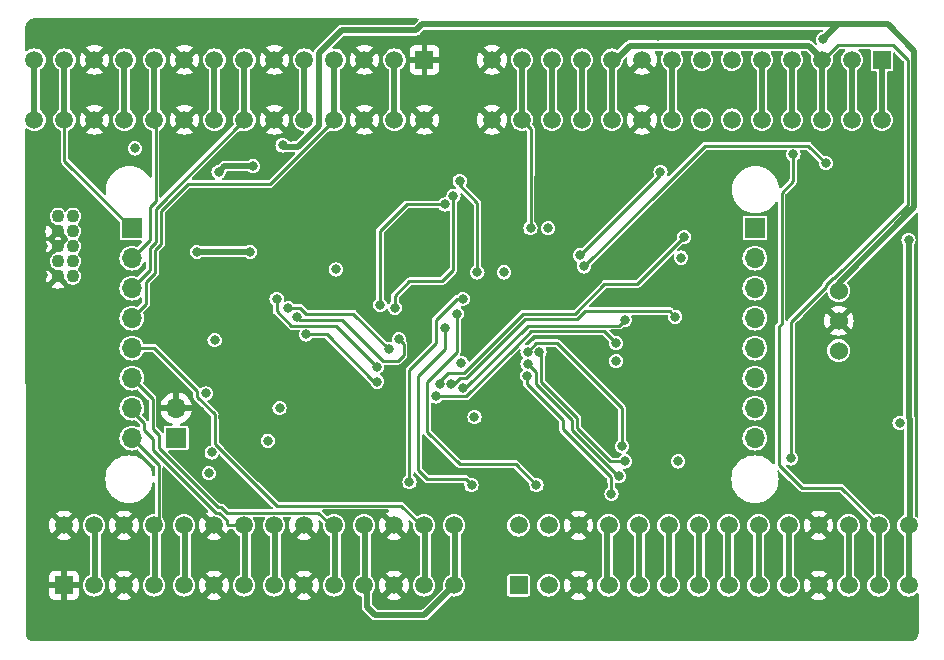
<source format=gbr>
%TF.GenerationSoftware,KiCad,Pcbnew,7.0.1*%
%TF.CreationDate,2024-05-04T11:14:45+02:00*%
%TF.ProjectId,VMU,564d552e-6b69-4636-9164-5f7063625858,rev?*%
%TF.SameCoordinates,Original*%
%TF.FileFunction,Copper,L4,Bot*%
%TF.FilePolarity,Positive*%
%FSLAX46Y46*%
G04 Gerber Fmt 4.6, Leading zero omitted, Abs format (unit mm)*
G04 Created by KiCad (PCBNEW 7.0.1) date 2024-05-04 11:14:45*
%MOMM*%
%LPD*%
G01*
G04 APERTURE LIST*
%TA.AperFunction,ComponentPad*%
%ADD10C,1.100000*%
%TD*%
%TA.AperFunction,ComponentPad*%
%ADD11R,1.500000X1.500000*%
%TD*%
%TA.AperFunction,ComponentPad*%
%ADD12C,1.500000*%
%TD*%
%TA.AperFunction,ComponentPad*%
%ADD13R,1.700000X1.700000*%
%TD*%
%TA.AperFunction,ComponentPad*%
%ADD14O,1.700000X1.700000*%
%TD*%
%TA.AperFunction,ComponentPad*%
%ADD15C,1.524000*%
%TD*%
%TA.AperFunction,ViaPad*%
%ADD16C,0.800000*%
%TD*%
%TA.AperFunction,Conductor*%
%ADD17C,0.250000*%
%TD*%
%TA.AperFunction,Conductor*%
%ADD18C,0.500000*%
%TD*%
G04 APERTURE END LIST*
D10*
%TO.P,J8,1,VTref*%
%TO.N,+3.3V*%
X94480000Y-93250000D03*
%TO.P,J8,2,SWDIO/TMS*%
%TO.N,/MCU/swdio*%
X95750000Y-93250000D03*
%TO.P,J8,3,GND*%
%TO.N,GND*%
X94480000Y-94520000D03*
%TO.P,J8,4,SWDCLK/TCK*%
%TO.N,/MCU/swdclk*%
X95750000Y-94520000D03*
%TO.P,J8,5,GND*%
%TO.N,GND*%
X94480000Y-95790000D03*
%TO.P,J8,6,SWO/TDO*%
%TO.N,unconnected-(J8-SWO{slash}TDO-Pad6)*%
X95750000Y-95790000D03*
%TO.P,J8,7,KEY*%
%TO.N,unconnected-(J8-KEY-Pad7)*%
X94480000Y-97060000D03*
%TO.P,J8,8,NC/TDI*%
%TO.N,unconnected-(J8-NC{slash}TDI-Pad8)*%
X95750000Y-97060000D03*
%TO.P,J8,9,GNDDetect*%
%TO.N,GND*%
X94480000Y-98330000D03*
%TO.P,J8,10,~{RESET}*%
%TO.N,/MCU/~{reset}*%
X95750000Y-98330000D03*
%TD*%
D11*
%TO.P,J2,1,1*%
%TO.N,/GPIO_GND_5*%
X164250000Y-80000000D03*
D12*
%TO.P,J2,2,2*%
X164250000Y-85080000D03*
%TO.P,J2,3,3*%
%TO.N,/GPIO_GND_6*%
X161710000Y-80000000D03*
%TO.P,J2,4,4*%
X161710000Y-85080000D03*
%TO.P,J2,5,5*%
%TO.N,/DIGITAL_SUPPLY_1*%
X159170000Y-80000000D03*
%TO.P,J2,6,6*%
X159170000Y-85080000D03*
%TO.P,J2,7,7*%
%TO.N,/I2C_SDA*%
X156630000Y-80000000D03*
%TO.P,J2,8,8*%
X156630000Y-85080000D03*
%TO.P,J2,9,9*%
%TO.N,/I2C_SCL*%
X154090000Y-80000000D03*
%TO.P,J2,10,10*%
X154090000Y-85080000D03*
%TO.P,J2,11,11*%
%TO.N,+5V*%
X151550000Y-80000000D03*
%TO.P,J2,12,12*%
X151550000Y-85080000D03*
%TO.P,J2,13,13*%
X149010000Y-80000000D03*
%TO.P,J2,14,14*%
X149010000Y-85080000D03*
%TO.P,J2,15,15*%
%TO.N,+24V*%
X146470000Y-80000000D03*
%TO.P,J2,16,16*%
X146470000Y-85080000D03*
%TO.P,J2,17,17*%
%TO.N,GND*%
X143930000Y-80000000D03*
%TO.P,J2,18,18*%
X143930000Y-85080000D03*
%TO.P,J2,19,19*%
%TO.N,/DIGITAL_SUPPLY_1*%
X141390000Y-80000000D03*
%TO.P,J2,20,20*%
X141390000Y-85080000D03*
%TO.P,J2,21,21*%
%TO.N,/UART_RX*%
X138850000Y-80000000D03*
%TO.P,J2,22,22*%
X138850000Y-85080000D03*
%TO.P,J2,23,23*%
%TO.N,/UART_TX*%
X136310000Y-80000000D03*
%TO.P,J2,24,24*%
X136310000Y-85080000D03*
%TO.P,J2,25,25*%
%TO.N,+3.3V*%
X133770000Y-80000000D03*
%TO.P,J2,26,26*%
X133770000Y-85080000D03*
%TO.P,J2,27,27*%
%TO.N,GND*%
X131230000Y-80000000D03*
%TO.P,J2,28,28*%
X131230000Y-85080000D03*
%TD*%
D13*
%TO.P,J5,1,Pin_1*%
%TO.N,/PB_SUPPLY*%
X104500000Y-112025000D03*
D14*
%TO.P,J5,2,Pin_2*%
%TO.N,GND*%
X104500000Y-109485000D03*
%TD*%
D11*
%TO.P,J1,1,1*%
%TO.N,GND*%
X125520000Y-80000000D03*
D12*
%TO.P,J1,2,2*%
X125520000Y-85080000D03*
%TO.P,J1,3,3*%
%TO.N,/GPIO_GND_2*%
X122980000Y-80000000D03*
%TO.P,J1,4,4*%
X122980000Y-85080000D03*
%TO.P,J1,5,5*%
%TO.N,GND*%
X120440000Y-80000000D03*
%TO.P,J1,6,6*%
X120440000Y-85080000D03*
%TO.P,J1,7,7*%
%TO.N,/ANALOG_4_SIGNAL*%
X117900000Y-80000000D03*
%TO.P,J1,8,8*%
X117900000Y-85080000D03*
%TO.P,J1,9,9*%
%TO.N,/SUPPLY_4*%
X115360000Y-80000000D03*
%TO.P,J1,10,10*%
X115360000Y-85080000D03*
%TO.P,J1,11,11*%
%TO.N,GND*%
X112820000Y-80000000D03*
%TO.P,J1,12,12*%
X112820000Y-85080000D03*
%TO.P,J1,13,13*%
%TO.N,/ANALOG_3_SIGNAL*%
X110280000Y-80000000D03*
%TO.P,J1,14,14*%
X110280000Y-85080000D03*
%TO.P,J1,15,15*%
%TO.N,/SUPPLY_3*%
X107740000Y-80000000D03*
%TO.P,J1,16,16*%
X107740000Y-85080000D03*
%TO.P,J1,17,17*%
%TO.N,GND*%
X105200000Y-80000000D03*
%TO.P,J1,18,18*%
X105200000Y-85080000D03*
%TO.P,J1,19,19*%
%TO.N,/ANALOG_2_SIGNAL*%
X102660000Y-80000000D03*
%TO.P,J1,20,20*%
X102660000Y-85080000D03*
%TO.P,J1,21,21*%
%TO.N,/SUPPLY_2*%
X100120000Y-80000000D03*
%TO.P,J1,22,22*%
X100120000Y-85080000D03*
%TO.P,J1,23,23*%
%TO.N,GND*%
X97580000Y-80000000D03*
%TO.P,J1,24,24*%
X97580000Y-85080000D03*
%TO.P,J1,25,25*%
%TO.N,/ANALOG_1_SIGNAL*%
X95040000Y-80000000D03*
%TO.P,J1,26,26*%
X95040000Y-85080000D03*
%TO.P,J1,27,27*%
%TO.N,/SUPPLY_1*%
X92500000Y-80000000D03*
%TO.P,J1,28,28*%
X92500000Y-85080000D03*
%TD*%
D14*
%TO.P,J3,8,Pin_8*%
%TO.N,/ANALOG_8_SIGNAL*%
X100750000Y-112030000D03*
%TO.P,J3,7,Pin_7*%
%TO.N,/ANALOG_7_SIGNAL*%
X100750000Y-109490000D03*
%TO.P,J3,6,Pin_6*%
%TO.N,/ANALOG_6_SIGNAL*%
X100750000Y-106950000D03*
%TO.P,J3,5,Pin_5*%
%TO.N,/ANALOG_5_SIGNAL*%
X100750000Y-104410000D03*
%TO.P,J3,4,Pin_4*%
%TO.N,/ANALOG_4_SIGNAL*%
X100750000Y-101870000D03*
%TO.P,J3,3,Pin_3*%
%TO.N,/ANALOG_3_SIGNAL*%
X100750000Y-99330000D03*
%TO.P,J3,2,Pin_2*%
%TO.N,/ANALOG_2_SIGNAL*%
X100750000Y-96790000D03*
D13*
%TO.P,J3,1,Pin_1*%
%TO.N,/ANALOG_1_SIGNAL*%
X100750000Y-94250000D03*
%TD*%
D11*
%TO.P,J6,1,1*%
%TO.N,+5V*%
X133480000Y-124500000D03*
D12*
%TO.P,J6,2,2*%
X133480000Y-119420000D03*
%TO.P,J6,3,3*%
X136020000Y-124500000D03*
%TO.P,J6,4,4*%
X136020000Y-119420000D03*
%TO.P,J6,5,5*%
%TO.N,GND*%
X138560000Y-124500000D03*
%TO.P,J6,6,6*%
X138560000Y-119420000D03*
%TO.P,J6,7,7*%
%TO.N,/SPI_~{CS}*%
X141100000Y-124500000D03*
%TO.P,J6,8,8*%
X141100000Y-119420000D03*
%TO.P,J6,9,9*%
%TO.N,/SPI_SCLK*%
X143640000Y-124500000D03*
%TO.P,J6,10,10*%
X143640000Y-119420000D03*
%TO.P,J6,11,11*%
%TO.N,/SPI_MOSI*%
X146180000Y-124500000D03*
%TO.P,J6,12,12*%
X146180000Y-119420000D03*
%TO.P,J6,13,13*%
%TO.N,/SPI_MISO*%
X148720000Y-124500000D03*
%TO.P,J6,14,14*%
X148720000Y-119420000D03*
%TO.P,J6,15,15*%
%TO.N,/DIGITAL_SUPPLY_1*%
X151260000Y-124500000D03*
%TO.P,J6,16,16*%
X151260000Y-119420000D03*
%TO.P,J6,17,17*%
%TO.N,/GPIO_GND_3*%
X153800000Y-124500000D03*
%TO.P,J6,18,18*%
X153800000Y-119420000D03*
%TO.P,J6,19,19*%
%TO.N,/GPIO_GND_4*%
X156340000Y-124500000D03*
%TO.P,J6,20,20*%
X156340000Y-119420000D03*
%TO.P,J6,21,21*%
%TO.N,GND*%
X158880000Y-124500000D03*
%TO.P,J6,22,22*%
X158880000Y-119420000D03*
%TO.P,J6,23,23*%
%TO.N,/CAN1_L*%
X161420000Y-124500000D03*
%TO.P,J6,24,24*%
X161420000Y-119420000D03*
%TO.P,J6,25,25*%
%TO.N,/CAN1_H*%
X163960000Y-124500000D03*
%TO.P,J6,26,26*%
X163960000Y-119420000D03*
%TO.P,J6,27,27*%
%TO.N,/battery_in*%
X166500000Y-124500000D03*
%TO.P,J6,28,28*%
X166500000Y-119420000D03*
%TD*%
D13*
%TO.P,J4,1,Pin_1*%
%TO.N,Net-(J4-Pin_1)*%
X153500000Y-94250000D03*
D14*
%TO.P,J4,2,Pin_2*%
%TO.N,Net-(J4-Pin_2)*%
X153500000Y-96790000D03*
%TO.P,J4,3,Pin_3*%
%TO.N,Net-(J4-Pin_3)*%
X153500000Y-99330000D03*
%TO.P,J4,4,Pin_4*%
%TO.N,Net-(J4-Pin_4)*%
X153500000Y-101870000D03*
%TO.P,J4,5,Pin_5*%
%TO.N,Net-(J4-Pin_5)*%
X153500000Y-104410000D03*
%TO.P,J4,6,Pin_6*%
%TO.N,Net-(J4-Pin_6)*%
X153500000Y-106950000D03*
%TO.P,J4,7,Pin_7*%
%TO.N,Net-(J4-Pin_7)*%
X153500000Y-109490000D03*
%TO.P,J4,8,Pin_8*%
%TO.N,Net-(J4-Pin_8)*%
X153500000Y-112030000D03*
%TD*%
D11*
%TO.P,J7,1,1*%
%TO.N,GND*%
X95000000Y-124500000D03*
D12*
%TO.P,J7,2,2*%
X95000000Y-119420000D03*
%TO.P,J7,3,3*%
%TO.N,/GPIO_GND_1*%
X97540000Y-124500000D03*
%TO.P,J7,4,4*%
X97540000Y-119420000D03*
%TO.P,J7,5,5*%
%TO.N,GND*%
X100080000Y-124500000D03*
%TO.P,J7,6,6*%
X100080000Y-119420000D03*
%TO.P,J7,7,7*%
%TO.N,/ANALOG_8_SIGNAL*%
X102620000Y-124500000D03*
%TO.P,J7,8,8*%
X102620000Y-119420000D03*
%TO.P,J7,9,9*%
%TO.N,/PB_SUPPLY*%
X105160000Y-124500000D03*
%TO.P,J7,10,10*%
X105160000Y-119420000D03*
%TO.P,J7,11,11*%
%TO.N,GND*%
X107700000Y-124500000D03*
%TO.P,J7,12,12*%
X107700000Y-119420000D03*
%TO.P,J7,13,13*%
%TO.N,/ANALOG_7_SIGNAL*%
X110240000Y-124500000D03*
%TO.P,J7,14,14*%
X110240000Y-119420000D03*
%TO.P,J7,15,15*%
%TO.N,/PB_SUPPLY*%
X112780000Y-124500000D03*
%TO.P,J7,16,16*%
X112780000Y-119420000D03*
%TO.P,J7,17,17*%
%TO.N,GND*%
X115320000Y-124500000D03*
%TO.P,J7,18,18*%
X115320000Y-119420000D03*
%TO.P,J7,19,19*%
%TO.N,/ANALOG_6_SIGNAL*%
X117860000Y-124500000D03*
%TO.P,J7,20,20*%
X117860000Y-119420000D03*
%TO.P,J7,21,21*%
%TO.N,/PB_SUPPLY*%
X120400000Y-124500000D03*
%TO.P,J7,22,22*%
X120400000Y-119420000D03*
%TO.P,J7,23,23*%
%TO.N,GND*%
X122940000Y-124500000D03*
%TO.P,J7,24,24*%
X122940000Y-119420000D03*
%TO.P,J7,25,25*%
%TO.N,/ANALOG_5_SIGNAL*%
X125480000Y-124500000D03*
%TO.P,J7,26,26*%
X125480000Y-119420000D03*
%TO.P,J7,27,27*%
%TO.N,/PB_SUPPLY*%
X128020000Y-124500000D03*
%TO.P,J7,28,28*%
X128020000Y-119420000D03*
%TD*%
D15*
%TO.P,VR1,1,IN*%
%TO.N,+24V*%
X160587500Y-99547500D03*
%TO.P,VR1,2,GND*%
%TO.N,GND*%
X160587500Y-102087500D03*
%TO.P,VR1,3,OUT*%
%TO.N,Net-(VR1-OUT)*%
X160587500Y-104627500D03*
%TD*%
D16*
%TO.N,+5V*%
X147000000Y-114000000D03*
X147250000Y-96750000D03*
X107500000Y-113250000D03*
X141750000Y-105500000D03*
X101000000Y-87500000D03*
X107250000Y-115000000D03*
X112250000Y-112250000D03*
X165750000Y-110750000D03*
%TO.N,GND*%
X163250000Y-116500000D03*
X137250000Y-118000000D03*
X118000000Y-87750000D03*
X117250000Y-108000000D03*
X94250000Y-99750000D03*
X101500000Y-120750000D03*
X158250000Y-111750000D03*
X130000000Y-86500000D03*
X132500000Y-81250000D03*
X109750000Y-113000000D03*
X139980560Y-94230560D03*
X129750000Y-78500000D03*
X141750000Y-87750000D03*
X98750000Y-118000000D03*
X96250000Y-83750000D03*
X121750000Y-81500000D03*
X119000000Y-78750000D03*
X139000000Y-116250000D03*
X96250000Y-86500000D03*
X101500000Y-125750000D03*
X127000000Y-83750000D03*
X106500000Y-86500000D03*
X106250000Y-123000000D03*
X139750000Y-98500000D03*
X146500000Y-93750000D03*
X99000000Y-78500000D03*
X137250000Y-126000000D03*
X124750000Y-100750000D03*
X99000000Y-86500000D03*
X151500000Y-107250000D03*
X140000000Y-126000000D03*
X95000000Y-122500000D03*
X129000000Y-112250000D03*
X139750000Y-92000000D03*
X103750000Y-78750000D03*
X119750000Y-94250000D03*
X109000000Y-125750000D03*
X103750000Y-97250000D03*
X133250000Y-97750000D03*
X165250000Y-116500000D03*
X157500000Y-121000000D03*
X160000000Y-93500000D03*
X103750000Y-83750000D03*
X140649952Y-106850048D03*
X137250000Y-120750000D03*
X125750000Y-117500000D03*
X132750000Y-91000000D03*
X116750000Y-126000000D03*
X133250000Y-100500000D03*
X118250000Y-91250000D03*
X96250000Y-81250000D03*
X95000000Y-126750000D03*
X114250000Y-83750000D03*
X98250000Y-99000000D03*
X137250000Y-123250000D03*
X142500000Y-81250000D03*
X93500000Y-88500000D03*
X98750000Y-96250000D03*
X137333375Y-88166625D03*
X124250000Y-123250000D03*
X112000000Y-105000000D03*
X93250000Y-95750000D03*
X157500000Y-126000000D03*
X142500000Y-78000000D03*
X162000000Y-103500000D03*
X111500000Y-81250000D03*
X121750000Y-83750000D03*
X102750000Y-99000000D03*
X93250000Y-98250000D03*
X121750000Y-86500000D03*
X106250000Y-125750000D03*
X142500000Y-86750000D03*
X159250000Y-103500000D03*
X119000000Y-113250000D03*
X131250000Y-117500000D03*
X162500000Y-109500000D03*
X110250000Y-103250000D03*
X132750000Y-94250000D03*
X116500000Y-100750000D03*
X93500000Y-114750000D03*
X101500000Y-123000000D03*
X160250000Y-123250000D03*
X135362701Y-110387299D03*
X98750000Y-120750000D03*
X120000000Y-114000000D03*
X121500000Y-123250000D03*
X124250000Y-83750000D03*
X140974500Y-110250000D03*
X132500000Y-78500000D03*
X160706115Y-96956115D03*
X135000000Y-81250000D03*
X135750000Y-115000000D03*
X93000000Y-124500000D03*
X111500000Y-78500000D03*
X122250000Y-115500000D03*
X129750000Y-81250000D03*
X150262299Y-89762299D03*
X124250000Y-126000000D03*
X93705538Y-120713573D03*
X132500000Y-86500000D03*
X103750000Y-86500000D03*
X130000000Y-83750000D03*
X124250000Y-94000000D03*
X160250000Y-118250000D03*
X160000000Y-107500000D03*
X142500000Y-84000000D03*
X124250000Y-86500000D03*
X98500000Y-113250000D03*
X112500000Y-106500000D03*
X114000000Y-123250000D03*
X143500000Y-88000000D03*
X146750000Y-104500000D03*
X145250000Y-86750000D03*
X99000000Y-81250000D03*
X145250000Y-81250000D03*
X160250000Y-121000000D03*
X116750000Y-117025500D03*
X140000000Y-120750000D03*
X103250000Y-101000000D03*
X123500000Y-107000000D03*
X104487701Y-107262299D03*
X146750000Y-106750000D03*
X125500000Y-81889087D03*
X147750000Y-86750000D03*
X160250000Y-126000000D03*
X96250000Y-78500000D03*
X147750000Y-84000000D03*
X116750000Y-121000000D03*
X95250000Y-114750000D03*
X148100688Y-77899312D03*
X132500000Y-83750000D03*
X151500000Y-97500000D03*
X115250000Y-113750000D03*
X116750000Y-123250000D03*
X162000000Y-100750000D03*
X127000000Y-86500000D03*
X145250000Y-77950500D03*
X132750000Y-107250000D03*
X147750000Y-81250000D03*
X146500000Y-91250000D03*
X147000000Y-98500000D03*
X114250000Y-78500000D03*
X134250000Y-99250000D03*
X157500000Y-123250000D03*
X121500000Y-120750000D03*
X129750000Y-115000000D03*
X135000000Y-78500000D03*
X111500000Y-83750000D03*
X111500000Y-86500000D03*
X114000000Y-117025500D03*
X161500000Y-115250000D03*
X106500000Y-83750000D03*
X114250000Y-86500000D03*
X114000000Y-126000000D03*
X118000000Y-95250000D03*
X145250000Y-84000000D03*
X109000000Y-120750000D03*
X106500000Y-78750000D03*
X103750000Y-81500000D03*
X96250000Y-118000000D03*
X140000000Y-123250000D03*
X98750000Y-123000000D03*
X99000000Y-83750000D03*
X101500000Y-118000000D03*
X163500000Y-111750000D03*
X159250000Y-100750000D03*
X157500000Y-118250000D03*
X121500000Y-117025500D03*
X119000000Y-86500000D03*
X124250000Y-120750000D03*
X121750000Y-78750000D03*
X134750000Y-83750000D03*
X97000000Y-114750000D03*
X139750000Y-90000000D03*
X117250000Y-113250000D03*
X109000000Y-123000000D03*
X106500000Y-81500000D03*
X114250000Y-81250000D03*
X113250000Y-111500000D03*
X121500000Y-126000000D03*
X93750000Y-118000000D03*
X140000000Y-118000000D03*
X160000000Y-95250000D03*
X106475048Y-109774952D03*
X96250000Y-120750000D03*
X127444544Y-79944544D03*
X106250000Y-118250000D03*
X119000000Y-83750000D03*
X119000000Y-81500000D03*
%TO.N,+24V*%
X159250000Y-78250000D03*
X113500000Y-87250000D03*
%TO.N,+3.3V*%
X128650950Y-105686799D03*
X107000000Y-108250000D03*
X136000000Y-94250000D03*
X107750000Y-103750000D03*
X132250000Y-98000000D03*
X118000000Y-97750000D03*
X129750000Y-110250000D03*
X113250000Y-109500000D03*
X134500000Y-94250000D03*
%TO.N,/MCU/~{reset}*%
X115500000Y-103249500D03*
X121500000Y-107250000D03*
%TO.N,/battery_in*%
X166500000Y-95250000D03*
%TO.N,/MCU/STATUS_LED_2_LED*%
X114725402Y-101750000D03*
X123350297Y-103674303D03*
%TO.N,/MCU/STATUS_LED_1_LED*%
X121488923Y-106012243D03*
X113000000Y-100250000D03*
%TO.N,/MCU/STATUS_LED_3_LED*%
X122512299Y-104512299D03*
X113987701Y-101012299D03*
%TO.N,Net-(JP1-A)*%
X106250000Y-96250000D03*
X110750000Y-96250000D03*
%TO.N,Net-(JP1-B)*%
X111000000Y-89000000D03*
X108086396Y-89500000D03*
%TO.N,/CAN1_H*%
X156750000Y-88000000D03*
%TO.N,/I2C_SCL*%
X127250000Y-92250000D03*
X121750000Y-100750000D03*
%TO.N,/I2C_SDA*%
X127975000Y-91500000D03*
X123000000Y-101000000D03*
%TO.N,/SPI_SCLK*%
X142000000Y-115250000D03*
X134250000Y-105750000D03*
%TO.N,/SPI_MOSI*%
X135249413Y-104737858D03*
X142500000Y-114000000D03*
%TO.N,/SPI_MISO*%
X134250000Y-104724500D03*
X142250000Y-112724500D03*
%TO.N,/MCU/ANALOG_2*%
X128750500Y-107774098D03*
X142500000Y-102000000D03*
%TO.N,/MCU/ANALOG_3*%
X146750000Y-101750000D03*
X127796957Y-107474500D03*
%TO.N,/MCU/ANALOG_4*%
X126797454Y-107474500D03*
X147500000Y-95000000D03*
%TO.N,/MCU/ANALOG_5*%
X141750000Y-104000000D03*
X126500000Y-108500000D03*
%TO.N,/SPI_~{CS}*%
X134206987Y-106750000D03*
X141350000Y-116750000D03*
%TO.N,/DIGITAL_SUPPLY_1*%
X156550500Y-113750000D03*
%TO.N,/GPIO_GND_5*%
X159500000Y-88750000D03*
X139000000Y-97500000D03*
%TO.N,Net-(Q4-G)*%
X130000000Y-98000000D03*
X128500000Y-90250000D03*
%TO.N,Net-(Q2-G)*%
X128750000Y-100250000D03*
X124250000Y-115750000D03*
%TO.N,Net-(Q3-G)*%
X138683930Y-96551789D03*
X145500000Y-89500000D03*
%TO.N,Net-(Q7-G)*%
X127250000Y-102750000D03*
X129500000Y-116000000D03*
%TO.N,Net-(Q6-G)*%
X128250000Y-101500000D03*
X135000000Y-116000000D03*
%TD*%
D17*
%TO.N,/CAN1_H*%
X160790000Y-116250000D02*
X163960000Y-119420000D01*
X155550000Y-102563604D02*
X155550000Y-114300000D01*
X157500000Y-116250000D02*
X160790000Y-116250000D01*
X155750000Y-102363604D02*
X155550000Y-102563604D01*
X155550000Y-114300000D02*
X157500000Y-116250000D01*
X155750000Y-91250000D02*
X155750000Y-102363604D01*
X156750000Y-90250000D02*
X155750000Y-91250000D01*
X156750000Y-88000000D02*
X156750000Y-90250000D01*
%TO.N,/DIGITAL_SUPPLY_1*%
X160500000Y-78750000D02*
X159250000Y-80000000D01*
X165175000Y-78750000D02*
X160500000Y-78750000D01*
X166425000Y-80000000D02*
X165175000Y-78750000D01*
X166425000Y-92261828D02*
X166425000Y-80000000D01*
X160226327Y-98460500D02*
X166425000Y-92261828D01*
X159500500Y-99097249D02*
X160137249Y-98460500D01*
X159500500Y-99249500D02*
X159500500Y-99097249D01*
X156550500Y-102199500D02*
X159500500Y-99249500D01*
X156550500Y-113750000D02*
X156550500Y-102199500D01*
X160137249Y-98460500D02*
X160226327Y-98460500D01*
%TO.N,/ANALOG_8_SIGNAL*%
X103000000Y-114280000D02*
X103000000Y-118770000D01*
X103000000Y-118770000D02*
X102500000Y-119270000D01*
X100750000Y-112030000D02*
X103000000Y-114280000D01*
D18*
%TO.N,+24V*%
X146470000Y-85080000D02*
X146470000Y-80000000D01*
X159250000Y-78250000D02*
X160500000Y-77000000D01*
X164750000Y-77000000D02*
X167000000Y-79250000D01*
X160500000Y-77000000D02*
X161000000Y-77000000D01*
X116560000Y-85577057D02*
X116560000Y-79440000D01*
X116560000Y-79440000D02*
X118500000Y-77500000D01*
X161000000Y-77000000D02*
X164750000Y-77000000D01*
X167000000Y-79250000D02*
X167000000Y-92500000D01*
X167000000Y-92500000D02*
X160587500Y-98912499D01*
X114787057Y-87350000D02*
X116560000Y-85577057D01*
X118500000Y-77500000D02*
X124797918Y-77500000D01*
X125297918Y-77000000D02*
X161000000Y-77000000D01*
X160587500Y-98912499D02*
X160587500Y-99547500D01*
X124797918Y-77500000D02*
X125297918Y-77000000D01*
X113500000Y-87250000D02*
X113600000Y-87350000D01*
X113600000Y-87350000D02*
X114787057Y-87350000D01*
D17*
%TO.N,+3.3V*%
X134520000Y-85830000D02*
X134500000Y-94250000D01*
D18*
X133770000Y-80000000D02*
X133770000Y-85080000D01*
D17*
X133770000Y-85080000D02*
X134520000Y-85830000D01*
D18*
%TO.N,/PB_SUPPLY*%
X121297918Y-127000000D02*
X120650000Y-126352082D01*
X128120000Y-119460000D02*
X128120000Y-124540000D01*
X105260000Y-119460000D02*
X105260000Y-124540000D01*
X112880000Y-119460000D02*
X112880000Y-124540000D01*
X125520000Y-127000000D02*
X121297918Y-127000000D01*
X120650000Y-124750000D02*
X120400000Y-124500000D01*
X120650000Y-126352082D02*
X120650000Y-124750000D01*
X120500000Y-119460000D02*
X120500000Y-124540000D01*
X128020000Y-124500000D02*
X125520000Y-127000000D01*
%TO.N,/SUPPLY_4*%
X115360000Y-80000000D02*
X115360000Y-85080000D01*
%TO.N,/SUPPLY_3*%
X107740000Y-80000000D02*
X107740000Y-85080000D01*
%TO.N,/SUPPLY_1*%
X92500000Y-85080000D02*
X92500000Y-80000000D01*
%TO.N,/SUPPLY_2*%
X100120000Y-80000000D02*
X100120000Y-85080000D01*
D17*
%TO.N,/MCU/~{reset}*%
X121250000Y-107250000D02*
X117249500Y-103249500D01*
X117249500Y-103249500D02*
X115500000Y-103249500D01*
X121500000Y-107250000D02*
X121250000Y-107250000D01*
D18*
%TO.N,/battery_in*%
X166600000Y-110397918D02*
X166600000Y-119320000D01*
X166500000Y-110297918D02*
X166600000Y-110397918D01*
X166500000Y-95250000D02*
X166500000Y-110297918D01*
X166600000Y-119320000D02*
X166500000Y-119420000D01*
X166540000Y-119420000D02*
X166540000Y-124500000D01*
D17*
%TO.N,/MCU/STATUS_LED_2_LED*%
X123750000Y-104074006D02*
X123750000Y-105000000D01*
X121975000Y-105475000D02*
X118500000Y-102000000D01*
X123350297Y-103674303D02*
X123750000Y-104074006D01*
X114975402Y-102000000D02*
X114725402Y-101750000D01*
X118500000Y-102000000D02*
X114975402Y-102000000D01*
X123750000Y-105000000D02*
X123275000Y-105475000D01*
X123275000Y-105475000D02*
X121975000Y-105475000D01*
%TO.N,/MCU/STATUS_LED_1_LED*%
X121250000Y-105750000D02*
X121488923Y-105988923D01*
X121488923Y-105988923D02*
X121488923Y-106012243D01*
X118025000Y-102525000D02*
X121250000Y-105750000D01*
X113000000Y-100250000D02*
X113000000Y-101275305D01*
X113000000Y-101275305D02*
X114249695Y-102525000D01*
X114249695Y-102525000D02*
X118025000Y-102525000D01*
%TO.N,/MCU/STATUS_LED_3_LED*%
X115013006Y-101012299D02*
X113987701Y-101012299D01*
X119500000Y-101500000D02*
X115500707Y-101500000D01*
X122512299Y-104512299D02*
X119500000Y-101500000D01*
X115500707Y-101500000D02*
X115013006Y-101012299D01*
D18*
%TO.N,Net-(JP1-A)*%
X110750000Y-96250000D02*
X106250000Y-96250000D01*
%TO.N,Net-(JP1-B)*%
X108086396Y-89500000D02*
X108586396Y-89000000D01*
X108586396Y-89000000D02*
X111000000Y-89000000D01*
%TO.N,/CAN1_L*%
X161460000Y-124500000D02*
X161460000Y-119420000D01*
%TO.N,/CAN1_H*%
X164000000Y-119420000D02*
X164000000Y-124500000D01*
D17*
%TO.N,/ANALOG_1_SIGNAL*%
X100750000Y-94250000D02*
X95040000Y-88540000D01*
X95040000Y-88540000D02*
X95040000Y-85080000D01*
D18*
X95040000Y-80000000D02*
X95040000Y-85080000D01*
%TO.N,/ANALOG_2_SIGNAL*%
X102660000Y-80000000D02*
X102660000Y-85080000D01*
D17*
X102750000Y-85170000D02*
X102660000Y-85080000D01*
X102300000Y-95240000D02*
X102300000Y-92423604D01*
X102300000Y-92423604D02*
X102750000Y-91973604D01*
X100750000Y-96790000D02*
X102300000Y-95240000D01*
X102750000Y-91973604D02*
X102750000Y-85170000D01*
%TO.N,/ANALOG_3_SIGNAL*%
X102750000Y-95426396D02*
X102250000Y-95926396D01*
X102250000Y-95926396D02*
X102250000Y-97830000D01*
X102750000Y-92610000D02*
X102750000Y-95426396D01*
X102250000Y-97830000D02*
X100750000Y-99330000D01*
D18*
X110280000Y-80000000D02*
X110280000Y-85080000D01*
D17*
X110280000Y-85080000D02*
X102750000Y-92610000D01*
%TO.N,/ANALOG_4_SIGNAL*%
X101925000Y-98791396D02*
X102700000Y-98016396D01*
X102700000Y-98016396D02*
X102700000Y-96112792D01*
X112480000Y-90500000D02*
X117900000Y-85080000D01*
X102700000Y-96112792D02*
X103200000Y-95612792D01*
X103200000Y-92796396D02*
X105496396Y-90500000D01*
D18*
X117900000Y-80000000D02*
X117900000Y-85080000D01*
D17*
X105496396Y-90500000D02*
X112480000Y-90500000D01*
X100750000Y-101870000D02*
X101925000Y-100695000D01*
X101925000Y-100695000D02*
X101925000Y-98791396D01*
X103200000Y-95612792D02*
X103200000Y-92796396D01*
%TO.N,/ANALOG_5_SIGNAL*%
X106275000Y-108025000D02*
X102660000Y-104410000D01*
X107800305Y-110550305D02*
X107750000Y-110500000D01*
X108225000Y-112975000D02*
X108225000Y-112949695D01*
X107750000Y-110025305D02*
X106275000Y-108550305D01*
D18*
X125580000Y-119460000D02*
X125580000Y-124540000D01*
D17*
X113000000Y-117750000D02*
X108225000Y-112975000D01*
X123540000Y-117750000D02*
X113000000Y-117750000D01*
X107750000Y-110500000D02*
X107750000Y-110025305D01*
X108225000Y-112949695D02*
X107800305Y-112525000D01*
X125210000Y-119420000D02*
X123540000Y-117750000D01*
X107800305Y-112525000D02*
X107800305Y-110550305D01*
X102660000Y-104410000D02*
X100750000Y-104410000D01*
X106275000Y-108550305D02*
X106275000Y-108025000D01*
%TO.N,/ANALOG_6_SIGNAL*%
X102500000Y-111231903D02*
X102500000Y-108700000D01*
X108331676Y-117895000D02*
X108031396Y-117895000D01*
X108781676Y-118345000D02*
X108331676Y-117895000D01*
X103000000Y-112863604D02*
X103000000Y-111731903D01*
X102500000Y-108700000D02*
X100750000Y-106950000D01*
D18*
X117960000Y-119460000D02*
X117960000Y-124540000D01*
D17*
X116515000Y-118345000D02*
X108781676Y-118345000D01*
X117590000Y-119420000D02*
X116515000Y-118345000D01*
X108031396Y-117895000D02*
X103000000Y-112863604D01*
X103000000Y-111731903D02*
X102500000Y-111231903D01*
%TO.N,/ANALOG_7_SIGNAL*%
X108775000Y-118974720D02*
X108145280Y-118345000D01*
X108145280Y-118345000D02*
X107845000Y-118345000D01*
X107845000Y-118345000D02*
X102500000Y-113000000D01*
X108775000Y-119275000D02*
X108775000Y-118974720D01*
D18*
X110340000Y-119460000D02*
X110340000Y-124540000D01*
D17*
X101750000Y-110750000D02*
X100750000Y-109750000D01*
X109970000Y-119420000D02*
X108920000Y-119420000D01*
X108920000Y-119420000D02*
X108775000Y-119275000D01*
X101750000Y-111368299D02*
X101750000Y-110750000D01*
X102500000Y-112118299D02*
X101750000Y-111368299D01*
X102500000Y-113000000D02*
X102500000Y-112118299D01*
X100750000Y-109750000D02*
X100750000Y-109490000D01*
D18*
%TO.N,/ANALOG_8_SIGNAL*%
X102720000Y-124540000D02*
X102720000Y-119460000D01*
D17*
%TO.N,/I2C_SCL*%
X121750000Y-100750000D02*
X121750000Y-94500000D01*
X121750000Y-94500000D02*
X124000000Y-92250000D01*
X124000000Y-92250000D02*
X127250000Y-92250000D01*
D18*
X154090000Y-80000000D02*
X154090000Y-85080000D01*
D17*
%TO.N,/I2C_SDA*%
X123000000Y-100000000D02*
X123000000Y-101000000D01*
D18*
X156630000Y-85080000D02*
X156630000Y-80000000D01*
D17*
X127975000Y-97775000D02*
X127000000Y-98750000D01*
X127975000Y-91500000D02*
X127975000Y-97775000D01*
X124250000Y-98750000D02*
X123000000Y-100000000D01*
X127000000Y-98750000D02*
X124250000Y-98750000D01*
D18*
%TO.N,/UART_TX*%
X136310000Y-80000000D02*
X136310000Y-85080000D01*
%TO.N,/UART_RX*%
X138850000Y-80000000D02*
X138850000Y-85080000D01*
D17*
%TO.N,/SPI_SCLK*%
X142000000Y-115250000D02*
X141863939Y-115250000D01*
D18*
X143710000Y-119420000D02*
X143710000Y-124500000D01*
D17*
X134931987Y-106431987D02*
X134250000Y-105750000D01*
X138000000Y-111386061D02*
X138000000Y-110500000D01*
X134931987Y-107431987D02*
X134931987Y-106431987D01*
X138000000Y-110500000D02*
X134931987Y-107431987D01*
X141863939Y-115250000D02*
X138000000Y-111386061D01*
%TO.N,/SPI_MOSI*%
X141250335Y-114000000D02*
X142500000Y-114000000D01*
X138450000Y-111199665D02*
X141250335Y-114000000D01*
X135249413Y-104737858D02*
X135381987Y-104870432D01*
X138450000Y-110313604D02*
X138450000Y-111199665D01*
D18*
X146250000Y-124500000D02*
X146250000Y-119420000D01*
D17*
X135381987Y-104870432D02*
X135381987Y-107245591D01*
X135381987Y-107245591D02*
X138450000Y-110313604D01*
%TO.N,/SPI_MISO*%
X134961966Y-104000000D02*
X134250000Y-104711966D01*
X142250000Y-112724500D02*
X142250000Y-110250000D01*
X142225000Y-109449695D02*
X136775305Y-104000000D01*
X136775305Y-104000000D02*
X134961966Y-104000000D01*
D18*
X148790000Y-119420000D02*
X148790000Y-124500000D01*
D17*
X134250000Y-104711966D02*
X134250000Y-104724500D01*
X142225000Y-110225000D02*
X142225000Y-109449695D01*
X142250000Y-110250000D02*
X142225000Y-110225000D01*
%TO.N,/MCU/ANALOG_2*%
X142000000Y-102500000D02*
X142500000Y-102000000D01*
X128975902Y-107774098D02*
X134250000Y-102500000D01*
X134250000Y-102500000D02*
X142000000Y-102500000D01*
X128750500Y-107774098D02*
X128975902Y-107774098D01*
%TO.N,/MCU/ANALOG_3*%
X127796957Y-107474500D02*
X128025500Y-107474500D01*
X129050000Y-106950000D02*
X134050000Y-101950000D01*
X139111396Y-101275000D02*
X146275000Y-101275000D01*
X128550000Y-106950000D02*
X129050000Y-106950000D01*
X138436396Y-101950000D02*
X139111396Y-101275000D01*
X128025500Y-107474500D02*
X128550000Y-106950000D01*
X146275000Y-101275000D02*
X146750000Y-101750000D01*
X134050000Y-101950000D02*
X138436396Y-101950000D01*
%TO.N,/MCU/ANALOG_4*%
X140750000Y-99000000D02*
X143500000Y-99000000D01*
X126797454Y-107202546D02*
X127500000Y-106500000D01*
X143500000Y-99000000D02*
X147500000Y-95000000D01*
X133862347Y-101500000D02*
X138250000Y-101500000D01*
X126797454Y-107474500D02*
X126797454Y-107202546D01*
X128862347Y-106500000D02*
X133862347Y-101500000D01*
X138250000Y-101500000D02*
X140750000Y-99000000D01*
X127500000Y-106500000D02*
X128862347Y-106500000D01*
%TO.N,/MCU/ANALOG_5*%
X126500000Y-108500000D02*
X129049903Y-108500000D01*
X134549903Y-103000000D02*
X135500000Y-103000000D01*
X135500000Y-103000000D02*
X140750000Y-103000000D01*
X140750000Y-103000000D02*
X141750000Y-104000000D01*
X133250000Y-104299903D02*
X134549903Y-103000000D01*
X129049903Y-108500000D02*
X133250000Y-104299903D01*
D18*
%TO.N,/SPI_~{CS}*%
X141000000Y-119770000D02*
X141350000Y-119420000D01*
X141000000Y-124150000D02*
X141000000Y-119770000D01*
D17*
X141350000Y-116750000D02*
X141350000Y-115625305D01*
X137250000Y-110500000D02*
X134206987Y-107456987D01*
X141350000Y-115625305D02*
X141275000Y-115550305D01*
X137250000Y-111272457D02*
X137250000Y-110500000D01*
X141275000Y-115550305D02*
X141275000Y-115297457D01*
X134206987Y-107456987D02*
X134206987Y-106750000D01*
X141275000Y-115297457D02*
X137250000Y-111272457D01*
D18*
X141350000Y-124500000D02*
X141000000Y-124150000D01*
%TO.N,/GPIO_GND_4*%
X156340000Y-119420000D02*
X156340000Y-124500000D01*
%TO.N,/DIGITAL_SUPPLY_1*%
X159170000Y-80000000D02*
X159170000Y-85080000D01*
X151250000Y-124240000D02*
X151250000Y-119680000D01*
X159250000Y-80000000D02*
X158050000Y-78800000D01*
X151510000Y-124500000D02*
X151250000Y-124240000D01*
X158050000Y-78800000D02*
X142902082Y-78800000D01*
X151250000Y-119680000D02*
X151510000Y-119420000D01*
X141702082Y-80000000D02*
X141470000Y-80000000D01*
X142902082Y-78800000D02*
X141702082Y-80000000D01*
X141390000Y-85080000D02*
X141390000Y-80000000D01*
D17*
%TO.N,/GPIO_GND_5*%
X145512299Y-91012299D02*
X149249598Y-87275000D01*
X139024598Y-97500000D02*
X139000000Y-97500000D01*
D18*
X164250000Y-80000000D02*
X164250000Y-85080000D01*
D17*
X158025000Y-87275000D02*
X159500000Y-88750000D01*
X145512299Y-91012299D02*
X139024598Y-97500000D01*
X149249598Y-87275000D02*
X158025000Y-87275000D01*
D18*
%TO.N,/GPIO_GND_6*%
X161710000Y-85080000D02*
X161710000Y-80000000D01*
%TO.N,/GPIO_GND_3*%
X153800000Y-119420000D02*
X153800000Y-124500000D01*
D17*
%TO.N,Net-(Q4-G)*%
X128425000Y-90525000D02*
X128425000Y-90325000D01*
X128425000Y-90325000D02*
X128500000Y-90250000D01*
X130000000Y-98000000D02*
X130000000Y-92100000D01*
X130000000Y-92100000D02*
X128425000Y-90525000D01*
%TO.N,Net-(Q2-G)*%
X124250000Y-115750000D02*
X124250000Y-106250000D01*
X124250000Y-106250000D02*
X126500000Y-104000000D01*
X128250000Y-100250000D02*
X128750000Y-100250000D01*
X126500000Y-102000000D02*
X128250000Y-100250000D01*
X126500000Y-104000000D02*
X126500000Y-102000000D01*
%TO.N,Net-(Q3-G)*%
X145500000Y-89735719D02*
X138683930Y-96551789D01*
X145500000Y-89500000D02*
X145500000Y-89735719D01*
%TO.N,Net-(Q7-G)*%
X129000000Y-115500000D02*
X125750000Y-115500000D01*
X127250000Y-104500000D02*
X127250000Y-102750000D01*
X125000000Y-114750000D02*
X125000000Y-106750000D01*
X125750000Y-115500000D02*
X125000000Y-114750000D01*
X129500000Y-116000000D02*
X129000000Y-115500000D01*
X125000000Y-106750000D02*
X127250000Y-104500000D01*
%TO.N,Net-(Q6-G)*%
X128250000Y-104750000D02*
X128250000Y-101500000D01*
X125750000Y-111500000D02*
X125750000Y-107250000D01*
X133237701Y-114237701D02*
X128487701Y-114237701D01*
X135000000Y-116000000D02*
X133237701Y-114237701D01*
X128487701Y-114237701D02*
X125750000Y-111500000D01*
X125750000Y-107250000D02*
X128250000Y-104750000D01*
D18*
%TO.N,/GPIO_GND_2*%
X122980000Y-80000000D02*
X122980000Y-85080000D01*
%TO.N,/GPIO_GND_1*%
X97640000Y-124540000D02*
X97640000Y-119460000D01*
%TD*%
%TA.AperFunction,Conductor*%
%TO.N,GND*%
G36*
X136637357Y-104333036D02*
G01*
X136669475Y-104354496D01*
X141870504Y-109555525D01*
X141891964Y-109587643D01*
X141899500Y-109625529D01*
X141899500Y-110206466D01*
X141899123Y-110215096D01*
X141895735Y-110253807D01*
X141905795Y-110291350D01*
X141907663Y-110299778D01*
X141917443Y-110355234D01*
X141917321Y-110355255D01*
X141924500Y-110382044D01*
X141924500Y-112168529D01*
X141914290Y-112212316D01*
X141885767Y-112247071D01*
X141821717Y-112296217D01*
X141725464Y-112421658D01*
X141664955Y-112567738D01*
X141644318Y-112724500D01*
X141664955Y-112881261D01*
X141725464Y-113027341D01*
X141821717Y-113152782D01*
X141875192Y-113193814D01*
X141947159Y-113249036D01*
X142093238Y-113309544D01*
X142129542Y-113314323D01*
X142181894Y-113338043D01*
X142212246Y-113386852D01*
X142210366Y-113444298D01*
X142176887Y-113491018D01*
X142071717Y-113571717D01*
X142022571Y-113635767D01*
X141987816Y-113664290D01*
X141944029Y-113674500D01*
X141426169Y-113674500D01*
X141388283Y-113666964D01*
X141356165Y-113645504D01*
X138804496Y-111093835D01*
X138783036Y-111061717D01*
X138775500Y-111023831D01*
X138775500Y-110332138D01*
X138775877Y-110323508D01*
X138779264Y-110284797D01*
X138774903Y-110268523D01*
X138769203Y-110247251D01*
X138767335Y-110238824D01*
X138762391Y-110210786D01*
X138760588Y-110200559D01*
X138759834Y-110199254D01*
X138749943Y-110175372D01*
X138749693Y-110174439D01*
X138749554Y-110173920D01*
X138727260Y-110142081D01*
X138722633Y-110134819D01*
X138703194Y-110101149D01*
X138673428Y-110076172D01*
X138667060Y-110070338D01*
X135736483Y-107139761D01*
X135715023Y-107107643D01*
X135707487Y-107069757D01*
X135707487Y-105160920D01*
X135712741Y-105129098D01*
X135727945Y-105100653D01*
X135739398Y-105085727D01*
X135773949Y-105040699D01*
X135834457Y-104894620D01*
X135855095Y-104737858D01*
X135834457Y-104581096D01*
X135785284Y-104462383D01*
X135778226Y-104414797D01*
X135794433Y-104369499D01*
X135830081Y-104337190D01*
X135876749Y-104325500D01*
X136599471Y-104325500D01*
X136637357Y-104333036D01*
G37*
%TD.AperFunction*%
%TA.AperFunction,Conductor*%
G36*
X126737816Y-92585710D02*
G01*
X126772571Y-92614233D01*
X126821717Y-92678282D01*
X126917970Y-92752139D01*
X126947159Y-92774536D01*
X127093238Y-92835044D01*
X127250000Y-92855682D01*
X127406762Y-92835044D01*
X127512616Y-92791197D01*
X127560203Y-92784139D01*
X127605501Y-92800346D01*
X127637810Y-92835994D01*
X127649500Y-92882662D01*
X127649500Y-97599165D01*
X127641964Y-97637051D01*
X127620504Y-97669169D01*
X126894170Y-98395504D01*
X126862052Y-98416964D01*
X126824166Y-98424500D01*
X124268534Y-98424500D01*
X124259906Y-98424123D01*
X124256050Y-98423785D01*
X124221191Y-98420735D01*
X124183649Y-98430794D01*
X124175223Y-98432662D01*
X124136956Y-98439410D01*
X124135645Y-98440168D01*
X124111780Y-98450053D01*
X124110318Y-98450444D01*
X124078484Y-98472734D01*
X124071204Y-98477371D01*
X124037544Y-98496805D01*
X124012569Y-98526569D01*
X124006736Y-98532936D01*
X122782940Y-99756732D01*
X122776574Y-99762565D01*
X122746804Y-99787545D01*
X122727371Y-99821204D01*
X122722734Y-99828484D01*
X122700444Y-99860318D01*
X122700053Y-99861780D01*
X122690168Y-99885645D01*
X122689410Y-99886956D01*
X122682662Y-99925223D01*
X122680794Y-99933649D01*
X122670735Y-99971191D01*
X122674123Y-100009904D01*
X122674500Y-100018534D01*
X122674500Y-100444029D01*
X122664290Y-100487816D01*
X122635767Y-100522571D01*
X122571717Y-100571717D01*
X122512784Y-100648521D01*
X122466064Y-100682000D01*
X122408618Y-100683880D01*
X122359809Y-100653529D01*
X122336089Y-100601175D01*
X122335044Y-100593238D01*
X122333359Y-100589171D01*
X122274536Y-100447159D01*
X122211724Y-100365300D01*
X122178282Y-100321717D01*
X122114233Y-100272571D01*
X122085710Y-100237816D01*
X122075500Y-100194029D01*
X122075500Y-94675834D01*
X122083036Y-94637948D01*
X122104496Y-94605830D01*
X124105830Y-92604496D01*
X124137948Y-92583036D01*
X124175834Y-92575500D01*
X126694029Y-92575500D01*
X126737816Y-92585710D01*
G37*
%TD.AperFunction*%
%TA.AperFunction,Conductor*%
G36*
X124925579Y-76496238D02*
G01*
X124980576Y-76512927D01*
X125017034Y-76557357D01*
X125022665Y-76614554D01*
X124995572Y-76665242D01*
X124986652Y-76674162D01*
X124983987Y-76676729D01*
X124939189Y-76718296D01*
X124928212Y-76732601D01*
X124640312Y-77020503D01*
X124608194Y-77041964D01*
X124570308Y-77049500D01*
X118530864Y-77049500D01*
X118519781Y-77048878D01*
X118482962Y-77044729D01*
X118426336Y-77055443D01*
X118422690Y-77056063D01*
X118362293Y-77065167D01*
X118352580Y-77068363D01*
X118298583Y-77096902D01*
X118295279Y-77098570D01*
X118240247Y-77125072D01*
X118231902Y-77130993D01*
X118188732Y-77174163D01*
X118186069Y-77176729D01*
X118141270Y-77218298D01*
X118130295Y-77232600D01*
X116263265Y-79099630D01*
X116254989Y-79107025D01*
X116226030Y-79130120D01*
X116193556Y-79177749D01*
X116191416Y-79180765D01*
X116155156Y-79229896D01*
X116150544Y-79239033D01*
X116149654Y-79241919D01*
X116124809Y-79282986D01*
X116083568Y-79307540D01*
X116035625Y-79309811D01*
X115992248Y-79289264D01*
X115890624Y-79205862D01*
X115725501Y-79117603D01*
X115546329Y-79063252D01*
X115360000Y-79044900D01*
X115173670Y-79063252D01*
X114994498Y-79117603D01*
X114829376Y-79205862D01*
X114684643Y-79324643D01*
X114565862Y-79469376D01*
X114477603Y-79634498D01*
X114423252Y-79813670D01*
X114404900Y-80000000D01*
X114423252Y-80186329D01*
X114477603Y-80365501D01*
X114565862Y-80530623D01*
X114565864Y-80530625D01*
X114684643Y-80675357D01*
X114829375Y-80794136D01*
X114829377Y-80794137D01*
X114857168Y-80808992D01*
X114895415Y-80845406D01*
X114909500Y-80896302D01*
X114909500Y-84183698D01*
X114895415Y-84234594D01*
X114857168Y-84271008D01*
X114829377Y-84285862D01*
X114684643Y-84404643D01*
X114565862Y-84549376D01*
X114477603Y-84714498D01*
X114423252Y-84893670D01*
X114404900Y-85079999D01*
X114423252Y-85266329D01*
X114477603Y-85445501D01*
X114565862Y-85610623D01*
X114565864Y-85610625D01*
X114684643Y-85755357D01*
X114788259Y-85840393D01*
X114829376Y-85874137D01*
X114994498Y-85962396D01*
X115063828Y-85983427D01*
X115173669Y-86016747D01*
X115247140Y-86023983D01*
X115298345Y-86044459D01*
X115330651Y-86089153D01*
X115334033Y-86144197D01*
X115307442Y-86192509D01*
X114629451Y-86870503D01*
X114597333Y-86891964D01*
X114559447Y-86899500D01*
X114036788Y-86899500D01*
X113993001Y-86889290D01*
X113958246Y-86860767D01*
X113928282Y-86821717D01*
X113802841Y-86725464D01*
X113656761Y-86664955D01*
X113500000Y-86644318D01*
X113343238Y-86664955D01*
X113197158Y-86725464D01*
X113071717Y-86821717D01*
X112975464Y-86947158D01*
X112914955Y-87093238D01*
X112894318Y-87249999D01*
X112914955Y-87406761D01*
X112975464Y-87552841D01*
X113071717Y-87678282D01*
X113148744Y-87737386D01*
X113197159Y-87774536D01*
X113343238Y-87835044D01*
X113500000Y-87855682D01*
X113656762Y-87835044D01*
X113721964Y-87808036D01*
X113759851Y-87800500D01*
X114480166Y-87800500D01*
X114535167Y-87817185D01*
X114571630Y-87861614D01*
X114577264Y-87918814D01*
X114550170Y-87969504D01*
X112374170Y-90145504D01*
X112342052Y-90166964D01*
X112304166Y-90174500D01*
X108485445Y-90174500D01*
X108427780Y-90155972D01*
X108391699Y-90107322D01*
X108390708Y-90046762D01*
X108425178Y-89996958D01*
X108514678Y-89928282D01*
X108558806Y-89870773D01*
X108610932Y-89802841D01*
X108671440Y-89656762D01*
X108682927Y-89569502D01*
X108692290Y-89538639D01*
X108711074Y-89512424D01*
X108744003Y-89479495D01*
X108776122Y-89458036D01*
X108814007Y-89450500D01*
X110567068Y-89450500D01*
X110598891Y-89455754D01*
X110627333Y-89470957D01*
X110697159Y-89524536D01*
X110843238Y-89585044D01*
X111000000Y-89605682D01*
X111156762Y-89585044D01*
X111302841Y-89524536D01*
X111428282Y-89428282D01*
X111524536Y-89302841D01*
X111585044Y-89156762D01*
X111605682Y-89000000D01*
X111585044Y-88843238D01*
X111524536Y-88697159D01*
X111469220Y-88625069D01*
X111428282Y-88571717D01*
X111302841Y-88475464D01*
X111156761Y-88414955D01*
X111000000Y-88394318D01*
X110843238Y-88414955D01*
X110697158Y-88475464D01*
X110655866Y-88507149D01*
X110627333Y-88529042D01*
X110598891Y-88544246D01*
X110567068Y-88549500D01*
X108617260Y-88549500D01*
X108606177Y-88548878D01*
X108598310Y-88547991D01*
X108569361Y-88544730D01*
X108569360Y-88544730D01*
X108512735Y-88555443D01*
X108509087Y-88556063D01*
X108448693Y-88565166D01*
X108438970Y-88568366D01*
X108384947Y-88596917D01*
X108381645Y-88598584D01*
X108326650Y-88625069D01*
X108318293Y-88630999D01*
X108275128Y-88674163D01*
X108272465Y-88676729D01*
X108227666Y-88718298D01*
X108216691Y-88732600D01*
X108073973Y-88875318D01*
X108047756Y-88894104D01*
X108016892Y-88903467D01*
X107929634Y-88914955D01*
X107783554Y-88975464D01*
X107658113Y-89071717D01*
X107561860Y-89197158D01*
X107501351Y-89343238D01*
X107480714Y-89500000D01*
X107501351Y-89656761D01*
X107561860Y-89802841D01*
X107658113Y-89928282D01*
X107747614Y-89996958D01*
X107782084Y-90046762D01*
X107781093Y-90107322D01*
X107745012Y-90155972D01*
X107687347Y-90174500D01*
X105884834Y-90174500D01*
X105829833Y-90157815D01*
X105793370Y-90113386D01*
X105787736Y-90056186D01*
X105814830Y-90005496D01*
X106805523Y-89014803D01*
X109697199Y-86123125D01*
X112130427Y-86123125D01*
X112192610Y-86166665D01*
X112390842Y-86259102D01*
X112602113Y-86315712D01*
X112820000Y-86334775D01*
X113037886Y-86315712D01*
X113249157Y-86259102D01*
X113447390Y-86166665D01*
X113509571Y-86123125D01*
X112819999Y-85433553D01*
X112130427Y-86123125D01*
X109697199Y-86123125D01*
X109829138Y-85991186D01*
X109875085Y-85965159D01*
X109927878Y-85966455D01*
X110009413Y-85991188D01*
X110093669Y-86016747D01*
X110280000Y-86035099D01*
X110466331Y-86016747D01*
X110645501Y-85962396D01*
X110810625Y-85874136D01*
X110955357Y-85755357D01*
X111074136Y-85610625D01*
X111162396Y-85445501D01*
X111216747Y-85266331D01*
X111235099Y-85080000D01*
X111565224Y-85080000D01*
X111584287Y-85297886D01*
X111640897Y-85509157D01*
X111733334Y-85707389D01*
X111776873Y-85769571D01*
X112466445Y-85079999D01*
X113173553Y-85079999D01*
X113863125Y-85769571D01*
X113906665Y-85707390D01*
X113999102Y-85509157D01*
X114055712Y-85297886D01*
X114074775Y-85080000D01*
X114055712Y-84862113D01*
X113999101Y-84650837D01*
X113906668Y-84452615D01*
X113863123Y-84390427D01*
X113173553Y-85079999D01*
X112466445Y-85079999D01*
X111776874Y-84390428D01*
X111733331Y-84452616D01*
X111640898Y-84650837D01*
X111584287Y-84862113D01*
X111565224Y-85080000D01*
X111235099Y-85080000D01*
X111216747Y-84893669D01*
X111162396Y-84714499D01*
X111162396Y-84714498D01*
X111074137Y-84549376D01*
X111018928Y-84482104D01*
X110955357Y-84404643D01*
X110810625Y-84285864D01*
X110810623Y-84285863D01*
X110810622Y-84285862D01*
X110782832Y-84271008D01*
X110744585Y-84234594D01*
X110730500Y-84183698D01*
X110730500Y-84036874D01*
X112130428Y-84036874D01*
X112819999Y-84726445D01*
X113509571Y-84036873D01*
X113447389Y-83993334D01*
X113249157Y-83900897D01*
X113037886Y-83844287D01*
X112820000Y-83825224D01*
X112602113Y-83844287D01*
X112390837Y-83900898D01*
X112192616Y-83993331D01*
X112130428Y-84036874D01*
X110730500Y-84036874D01*
X110730500Y-81043125D01*
X112130427Y-81043125D01*
X112192610Y-81086665D01*
X112390842Y-81179102D01*
X112602113Y-81235712D01*
X112820000Y-81254775D01*
X113037886Y-81235712D01*
X113249157Y-81179102D01*
X113447390Y-81086665D01*
X113509571Y-81043125D01*
X112819999Y-80353553D01*
X112130427Y-81043125D01*
X110730500Y-81043125D01*
X110730500Y-80896302D01*
X110744585Y-80845406D01*
X110782832Y-80808992D01*
X110803721Y-80797826D01*
X110810625Y-80794136D01*
X110955357Y-80675357D01*
X111074136Y-80530625D01*
X111162396Y-80365501D01*
X111216747Y-80186331D01*
X111235099Y-80000000D01*
X111565224Y-80000000D01*
X111584287Y-80217886D01*
X111640897Y-80429157D01*
X111733334Y-80627389D01*
X111776873Y-80689571D01*
X112466445Y-79999999D01*
X113173553Y-79999999D01*
X113863125Y-80689571D01*
X113906665Y-80627390D01*
X113999102Y-80429157D01*
X114055712Y-80217886D01*
X114074775Y-80000000D01*
X114055712Y-79782113D01*
X113999101Y-79570837D01*
X113906668Y-79372615D01*
X113863123Y-79310427D01*
X113173553Y-79999999D01*
X112466445Y-79999999D01*
X111776874Y-79310428D01*
X111733331Y-79372616D01*
X111640898Y-79570837D01*
X111584287Y-79782113D01*
X111565224Y-80000000D01*
X111235099Y-80000000D01*
X111216747Y-79813669D01*
X111172965Y-79669339D01*
X111162396Y-79634498D01*
X111074137Y-79469376D01*
X111029500Y-79414986D01*
X110955357Y-79324643D01*
X110810625Y-79205864D01*
X110810626Y-79205864D01*
X110810623Y-79205862D01*
X110645501Y-79117603D01*
X110466329Y-79063252D01*
X110280000Y-79044900D01*
X110093670Y-79063252D01*
X109914498Y-79117603D01*
X109749376Y-79205862D01*
X109604643Y-79324643D01*
X109485862Y-79469376D01*
X109397603Y-79634498D01*
X109343252Y-79813670D01*
X109324900Y-80000000D01*
X109343252Y-80186329D01*
X109397603Y-80365501D01*
X109485862Y-80530623D01*
X109485864Y-80530625D01*
X109604643Y-80675357D01*
X109749375Y-80794136D01*
X109749377Y-80794137D01*
X109777168Y-80808992D01*
X109815415Y-80845406D01*
X109829500Y-80896302D01*
X109829500Y-84183698D01*
X109815415Y-84234594D01*
X109777168Y-84271008D01*
X109749377Y-84285862D01*
X109604643Y-84404643D01*
X109485862Y-84549376D01*
X109397603Y-84714498D01*
X109343252Y-84893670D01*
X109324900Y-85079999D01*
X109343252Y-85266329D01*
X109393544Y-85432119D01*
X109394840Y-85484912D01*
X109368811Y-85530861D01*
X103244504Y-91655170D01*
X103193814Y-91682264D01*
X103136614Y-91676630D01*
X103092185Y-91640167D01*
X103075500Y-91585166D01*
X103075500Y-86123125D01*
X104510427Y-86123125D01*
X104572610Y-86166665D01*
X104770842Y-86259102D01*
X104982113Y-86315712D01*
X105200000Y-86334775D01*
X105417886Y-86315712D01*
X105629157Y-86259102D01*
X105827390Y-86166665D01*
X105889571Y-86123125D01*
X105199999Y-85433553D01*
X104510427Y-86123125D01*
X103075500Y-86123125D01*
X103075500Y-85995010D01*
X103089585Y-85944114D01*
X103127832Y-85907700D01*
X103190624Y-85874137D01*
X103226628Y-85844589D01*
X103335357Y-85755357D01*
X103454136Y-85610625D01*
X103542396Y-85445501D01*
X103596747Y-85266331D01*
X103615099Y-85080000D01*
X103945224Y-85080000D01*
X103964287Y-85297886D01*
X104020897Y-85509157D01*
X104113334Y-85707389D01*
X104156873Y-85769571D01*
X104846445Y-85079999D01*
X105553553Y-85079999D01*
X106243125Y-85769571D01*
X106286665Y-85707390D01*
X106379102Y-85509157D01*
X106435712Y-85297886D01*
X106454775Y-85080000D01*
X106454775Y-85079999D01*
X106784900Y-85079999D01*
X106803252Y-85266329D01*
X106857603Y-85445501D01*
X106945862Y-85610623D01*
X106945864Y-85610625D01*
X107064643Y-85755357D01*
X107168259Y-85840393D01*
X107209376Y-85874137D01*
X107374498Y-85962396D01*
X107443828Y-85983427D01*
X107553669Y-86016747D01*
X107740000Y-86035099D01*
X107926331Y-86016747D01*
X108105501Y-85962396D01*
X108270625Y-85874136D01*
X108415357Y-85755357D01*
X108534136Y-85610625D01*
X108622396Y-85445501D01*
X108676747Y-85266331D01*
X108695099Y-85080000D01*
X108676747Y-84893669D01*
X108622396Y-84714499D01*
X108622396Y-84714498D01*
X108534137Y-84549376D01*
X108478928Y-84482104D01*
X108415357Y-84404643D01*
X108270625Y-84285864D01*
X108270623Y-84285863D01*
X108270622Y-84285862D01*
X108242832Y-84271008D01*
X108204585Y-84234594D01*
X108190500Y-84183698D01*
X108190500Y-80896302D01*
X108204585Y-80845406D01*
X108242832Y-80808992D01*
X108263721Y-80797826D01*
X108270625Y-80794136D01*
X108415357Y-80675357D01*
X108534136Y-80530625D01*
X108622396Y-80365501D01*
X108676747Y-80186331D01*
X108695099Y-80000000D01*
X108676747Y-79813669D01*
X108632965Y-79669339D01*
X108622396Y-79634498D01*
X108534137Y-79469376D01*
X108489500Y-79414986D01*
X108415357Y-79324643D01*
X108270625Y-79205864D01*
X108270626Y-79205864D01*
X108270623Y-79205862D01*
X108105501Y-79117603D01*
X107926329Y-79063252D01*
X107740000Y-79044900D01*
X107553670Y-79063252D01*
X107374498Y-79117603D01*
X107209376Y-79205862D01*
X107064643Y-79324643D01*
X106945862Y-79469376D01*
X106857603Y-79634498D01*
X106803252Y-79813670D01*
X106784900Y-80000000D01*
X106803252Y-80186329D01*
X106857603Y-80365501D01*
X106945862Y-80530623D01*
X106945864Y-80530625D01*
X107064643Y-80675357D01*
X107209375Y-80794136D01*
X107209377Y-80794137D01*
X107237168Y-80808992D01*
X107275415Y-80845406D01*
X107289500Y-80896302D01*
X107289500Y-84183698D01*
X107275415Y-84234594D01*
X107237168Y-84271008D01*
X107209377Y-84285862D01*
X107064643Y-84404643D01*
X106945862Y-84549376D01*
X106857603Y-84714498D01*
X106803252Y-84893670D01*
X106784900Y-85079999D01*
X106454775Y-85079999D01*
X106435712Y-84862113D01*
X106379101Y-84650837D01*
X106286668Y-84452615D01*
X106243123Y-84390427D01*
X105553553Y-85079999D01*
X104846445Y-85079999D01*
X104156874Y-84390428D01*
X104113331Y-84452616D01*
X104020898Y-84650837D01*
X103964287Y-84862113D01*
X103945224Y-85080000D01*
X103615099Y-85080000D01*
X103596747Y-84893669D01*
X103542396Y-84714499D01*
X103542396Y-84714498D01*
X103454137Y-84549376D01*
X103398928Y-84482104D01*
X103335357Y-84404643D01*
X103190625Y-84285864D01*
X103190623Y-84285863D01*
X103190622Y-84285862D01*
X103162832Y-84271008D01*
X103124585Y-84234594D01*
X103110500Y-84183698D01*
X103110500Y-84036874D01*
X104510428Y-84036874D01*
X105199999Y-84726445D01*
X105889571Y-84036873D01*
X105827389Y-83993334D01*
X105629157Y-83900897D01*
X105417886Y-83844287D01*
X105200000Y-83825224D01*
X104982113Y-83844287D01*
X104770837Y-83900898D01*
X104572616Y-83993331D01*
X104510428Y-84036874D01*
X103110500Y-84036874D01*
X103110500Y-81043125D01*
X104510427Y-81043125D01*
X104572610Y-81086665D01*
X104770842Y-81179102D01*
X104982113Y-81235712D01*
X105200000Y-81254775D01*
X105417886Y-81235712D01*
X105629157Y-81179102D01*
X105827390Y-81086665D01*
X105889571Y-81043125D01*
X105199999Y-80353553D01*
X104510427Y-81043125D01*
X103110500Y-81043125D01*
X103110500Y-80896302D01*
X103124585Y-80845406D01*
X103162832Y-80808992D01*
X103183721Y-80797826D01*
X103190625Y-80794136D01*
X103335357Y-80675357D01*
X103454136Y-80530625D01*
X103542396Y-80365501D01*
X103596747Y-80186331D01*
X103615099Y-80000000D01*
X103945224Y-80000000D01*
X103964287Y-80217886D01*
X104020897Y-80429157D01*
X104113334Y-80627389D01*
X104156873Y-80689571D01*
X104846445Y-79999999D01*
X105553553Y-79999999D01*
X106243125Y-80689571D01*
X106286665Y-80627390D01*
X106379102Y-80429157D01*
X106435712Y-80217886D01*
X106454775Y-80000000D01*
X106435712Y-79782113D01*
X106379101Y-79570837D01*
X106286668Y-79372615D01*
X106243123Y-79310427D01*
X105553553Y-79999999D01*
X104846445Y-79999999D01*
X104156874Y-79310428D01*
X104113331Y-79372616D01*
X104020898Y-79570837D01*
X103964287Y-79782113D01*
X103945224Y-80000000D01*
X103615099Y-80000000D01*
X103596747Y-79813669D01*
X103552965Y-79669339D01*
X103542396Y-79634498D01*
X103454137Y-79469376D01*
X103409500Y-79414986D01*
X103335357Y-79324643D01*
X103190625Y-79205864D01*
X103190626Y-79205864D01*
X103190623Y-79205862D01*
X103025501Y-79117603D01*
X102846329Y-79063252D01*
X102660000Y-79044900D01*
X102473670Y-79063252D01*
X102294498Y-79117603D01*
X102129376Y-79205862D01*
X101984643Y-79324643D01*
X101865862Y-79469376D01*
X101777603Y-79634498D01*
X101723252Y-79813670D01*
X101704900Y-80000000D01*
X101723252Y-80186329D01*
X101777603Y-80365501D01*
X101865862Y-80530623D01*
X101865864Y-80530625D01*
X101984643Y-80675357D01*
X102129375Y-80794136D01*
X102129377Y-80794137D01*
X102157168Y-80808992D01*
X102195415Y-80845406D01*
X102209500Y-80896302D01*
X102209500Y-84183698D01*
X102195415Y-84234594D01*
X102157168Y-84271008D01*
X102129377Y-84285862D01*
X101984643Y-84404643D01*
X101865862Y-84549376D01*
X101777603Y-84714498D01*
X101723252Y-84893670D01*
X101704900Y-85079999D01*
X101723252Y-85266329D01*
X101777603Y-85445501D01*
X101865862Y-85610623D01*
X101865864Y-85610625D01*
X101984643Y-85755357D01*
X102088259Y-85840393D01*
X102129376Y-85874137D01*
X102294497Y-85962396D01*
X102354238Y-85980518D01*
X102390775Y-86000823D01*
X102415675Y-86034397D01*
X102424500Y-86075255D01*
X102424500Y-89870773D01*
X102411000Y-89920680D01*
X102374182Y-89956976D01*
X102324088Y-89969763D01*
X102274378Y-89955552D01*
X102241553Y-89921290D01*
X102241469Y-89921354D01*
X102240952Y-89920663D01*
X102238611Y-89918220D01*
X102237230Y-89915692D01*
X102237228Y-89915689D01*
X102237226Y-89915685D01*
X102065739Y-89686605D01*
X101863395Y-89484261D01*
X101634315Y-89312774D01*
X101634310Y-89312771D01*
X101383160Y-89175632D01*
X101115049Y-89075632D01*
X101115048Y-89075631D01*
X101115046Y-89075631D01*
X100975236Y-89045217D01*
X100835425Y-89014803D01*
X100550000Y-88994390D01*
X100264574Y-89014803D01*
X100089718Y-89052841D01*
X99984954Y-89075631D01*
X99984953Y-89075631D01*
X99984950Y-89075632D01*
X99716839Y-89175632D01*
X99465689Y-89312771D01*
X99236605Y-89484261D01*
X99034261Y-89686605D01*
X98862771Y-89915689D01*
X98725632Y-90166839D01*
X98625632Y-90434950D01*
X98564803Y-90714574D01*
X98544390Y-91000000D01*
X98564803Y-91285426D01*
X98581835Y-91363719D01*
X98579679Y-91414008D01*
X98553073Y-91456737D01*
X98508895Y-91480860D01*
X98458565Y-91480141D01*
X98415093Y-91454767D01*
X95394496Y-88434170D01*
X95373036Y-88402052D01*
X95365500Y-88364166D01*
X95365500Y-87499999D01*
X100394318Y-87499999D01*
X100414955Y-87656761D01*
X100475464Y-87802841D01*
X100571717Y-87928282D01*
X100665183Y-88000000D01*
X100697159Y-88024536D01*
X100843238Y-88085044D01*
X101000000Y-88105682D01*
X101156762Y-88085044D01*
X101302841Y-88024536D01*
X101428282Y-87928282D01*
X101524536Y-87802841D01*
X101585044Y-87656762D01*
X101605682Y-87500000D01*
X101585044Y-87343238D01*
X101524536Y-87197159D01*
X101444795Y-87093238D01*
X101428282Y-87071717D01*
X101302841Y-86975464D01*
X101156761Y-86914955D01*
X101000000Y-86894318D01*
X100843238Y-86914955D01*
X100697158Y-86975464D01*
X100571717Y-87071717D01*
X100475464Y-87197158D01*
X100414955Y-87343238D01*
X100394318Y-87499999D01*
X95365500Y-87499999D01*
X95365500Y-86123125D01*
X96890427Y-86123125D01*
X96952610Y-86166665D01*
X97150842Y-86259102D01*
X97362113Y-86315712D01*
X97580000Y-86334775D01*
X97797886Y-86315712D01*
X98009157Y-86259102D01*
X98207390Y-86166665D01*
X98269571Y-86123125D01*
X97579999Y-85433553D01*
X96890427Y-86123125D01*
X95365500Y-86123125D01*
X95365500Y-86043116D01*
X95379585Y-85992220D01*
X95417832Y-85955806D01*
X95570623Y-85874137D01*
X95570622Y-85874137D01*
X95570625Y-85874136D01*
X95715357Y-85755357D01*
X95834136Y-85610625D01*
X95922396Y-85445501D01*
X95976747Y-85266331D01*
X95995099Y-85080000D01*
X96325224Y-85080000D01*
X96344287Y-85297886D01*
X96400897Y-85509157D01*
X96493334Y-85707389D01*
X96536873Y-85769571D01*
X97226445Y-85079999D01*
X97933553Y-85079999D01*
X98623125Y-85769571D01*
X98666665Y-85707390D01*
X98759102Y-85509157D01*
X98815712Y-85297886D01*
X98834775Y-85080000D01*
X98834775Y-85079999D01*
X99164900Y-85079999D01*
X99183252Y-85266329D01*
X99237603Y-85445501D01*
X99325862Y-85610623D01*
X99325864Y-85610625D01*
X99444643Y-85755357D01*
X99548259Y-85840393D01*
X99589376Y-85874137D01*
X99754498Y-85962396D01*
X99823828Y-85983427D01*
X99933669Y-86016747D01*
X100120000Y-86035099D01*
X100306331Y-86016747D01*
X100485501Y-85962396D01*
X100650625Y-85874136D01*
X100795357Y-85755357D01*
X100914136Y-85610625D01*
X101002396Y-85445501D01*
X101056747Y-85266331D01*
X101075099Y-85080000D01*
X101056747Y-84893669D01*
X101002396Y-84714499D01*
X101002396Y-84714498D01*
X100914137Y-84549376D01*
X100858928Y-84482104D01*
X100795357Y-84404643D01*
X100650625Y-84285864D01*
X100650623Y-84285863D01*
X100650622Y-84285862D01*
X100622832Y-84271008D01*
X100584585Y-84234594D01*
X100570500Y-84183698D01*
X100570500Y-80896302D01*
X100584585Y-80845406D01*
X100622832Y-80808992D01*
X100643721Y-80797826D01*
X100650625Y-80794136D01*
X100795357Y-80675357D01*
X100914136Y-80530625D01*
X101002396Y-80365501D01*
X101056747Y-80186331D01*
X101075099Y-80000000D01*
X101056747Y-79813669D01*
X101012965Y-79669339D01*
X101002396Y-79634498D01*
X100914137Y-79469376D01*
X100869500Y-79414986D01*
X100795357Y-79324643D01*
X100650625Y-79205864D01*
X100650626Y-79205864D01*
X100650623Y-79205862D01*
X100485501Y-79117603D01*
X100306329Y-79063252D01*
X100120000Y-79044900D01*
X99933670Y-79063252D01*
X99754498Y-79117603D01*
X99589376Y-79205862D01*
X99444643Y-79324643D01*
X99325862Y-79469376D01*
X99237603Y-79634498D01*
X99183252Y-79813670D01*
X99164900Y-80000000D01*
X99183252Y-80186329D01*
X99237603Y-80365501D01*
X99325862Y-80530623D01*
X99325864Y-80530625D01*
X99444643Y-80675357D01*
X99589375Y-80794136D01*
X99589377Y-80794137D01*
X99617168Y-80808992D01*
X99655415Y-80845406D01*
X99669500Y-80896302D01*
X99669500Y-84183698D01*
X99655415Y-84234594D01*
X99617168Y-84271008D01*
X99589377Y-84285862D01*
X99444643Y-84404643D01*
X99325862Y-84549376D01*
X99237603Y-84714498D01*
X99183252Y-84893670D01*
X99164900Y-85079999D01*
X98834775Y-85079999D01*
X98815712Y-84862113D01*
X98759101Y-84650837D01*
X98666668Y-84452615D01*
X98623123Y-84390427D01*
X97933553Y-85079999D01*
X97226445Y-85079999D01*
X96536874Y-84390428D01*
X96493331Y-84452616D01*
X96400898Y-84650837D01*
X96344287Y-84862113D01*
X96325224Y-85080000D01*
X95995099Y-85080000D01*
X95976747Y-84893669D01*
X95922396Y-84714499D01*
X95922396Y-84714498D01*
X95834137Y-84549376D01*
X95778928Y-84482104D01*
X95715357Y-84404643D01*
X95570625Y-84285864D01*
X95570623Y-84285863D01*
X95570622Y-84285862D01*
X95542832Y-84271008D01*
X95504585Y-84234594D01*
X95490500Y-84183698D01*
X95490500Y-84036874D01*
X96890428Y-84036874D01*
X97579999Y-84726445D01*
X98269571Y-84036873D01*
X98207389Y-83993334D01*
X98009157Y-83900897D01*
X97797886Y-83844287D01*
X97580000Y-83825224D01*
X97362113Y-83844287D01*
X97150837Y-83900898D01*
X96952616Y-83993331D01*
X96890428Y-84036874D01*
X95490500Y-84036874D01*
X95490500Y-81043125D01*
X96890427Y-81043125D01*
X96952610Y-81086665D01*
X97150842Y-81179102D01*
X97362113Y-81235712D01*
X97580000Y-81254775D01*
X97797886Y-81235712D01*
X98009157Y-81179102D01*
X98207390Y-81086665D01*
X98269571Y-81043125D01*
X97579999Y-80353553D01*
X96890427Y-81043125D01*
X95490500Y-81043125D01*
X95490500Y-80896302D01*
X95504585Y-80845406D01*
X95542832Y-80808992D01*
X95563721Y-80797826D01*
X95570625Y-80794136D01*
X95715357Y-80675357D01*
X95834136Y-80530625D01*
X95922396Y-80365501D01*
X95976747Y-80186331D01*
X95995099Y-80000000D01*
X96325224Y-80000000D01*
X96344287Y-80217886D01*
X96400897Y-80429157D01*
X96493334Y-80627389D01*
X96536873Y-80689571D01*
X97226445Y-79999999D01*
X97933553Y-79999999D01*
X98623125Y-80689571D01*
X98666665Y-80627390D01*
X98759102Y-80429157D01*
X98815712Y-80217886D01*
X98834775Y-80000000D01*
X98815712Y-79782113D01*
X98759101Y-79570837D01*
X98666668Y-79372615D01*
X98623123Y-79310427D01*
X97933553Y-79999999D01*
X97226445Y-79999999D01*
X96536874Y-79310428D01*
X96493331Y-79372616D01*
X96400898Y-79570837D01*
X96344287Y-79782113D01*
X96325224Y-80000000D01*
X95995099Y-80000000D01*
X95976747Y-79813669D01*
X95932965Y-79669339D01*
X95922396Y-79634498D01*
X95834137Y-79469376D01*
X95789500Y-79414986D01*
X95715357Y-79324643D01*
X95570625Y-79205864D01*
X95570626Y-79205864D01*
X95570623Y-79205862D01*
X95405501Y-79117603D01*
X95226329Y-79063252D01*
X95040000Y-79044900D01*
X94853670Y-79063252D01*
X94674498Y-79117603D01*
X94509376Y-79205862D01*
X94364643Y-79324643D01*
X94245862Y-79469376D01*
X94157603Y-79634498D01*
X94103252Y-79813670D01*
X94084900Y-80000000D01*
X94103252Y-80186329D01*
X94157603Y-80365501D01*
X94245862Y-80530623D01*
X94245864Y-80530625D01*
X94364643Y-80675357D01*
X94509375Y-80794136D01*
X94509377Y-80794137D01*
X94537168Y-80808992D01*
X94575415Y-80845406D01*
X94589500Y-80896302D01*
X94589500Y-84183698D01*
X94575415Y-84234594D01*
X94537168Y-84271008D01*
X94509377Y-84285862D01*
X94364643Y-84404643D01*
X94245862Y-84549376D01*
X94157603Y-84714498D01*
X94103252Y-84893670D01*
X94084900Y-85079999D01*
X94103252Y-85266329D01*
X94157603Y-85445501D01*
X94245862Y-85610623D01*
X94245864Y-85610625D01*
X94364643Y-85755357D01*
X94468259Y-85840393D01*
X94509376Y-85874137D01*
X94662168Y-85955806D01*
X94700415Y-85992220D01*
X94714500Y-86043116D01*
X94714500Y-88521466D01*
X94714123Y-88530096D01*
X94710735Y-88568807D01*
X94720795Y-88606350D01*
X94722663Y-88614778D01*
X94729411Y-88653042D01*
X94729412Y-88653045D01*
X94730166Y-88654352D01*
X94740055Y-88678225D01*
X94740446Y-88679685D01*
X94762732Y-88711514D01*
X94767370Y-88718794D01*
X94786803Y-88752452D01*
X94786805Y-88752454D01*
X94786806Y-88752455D01*
X94816583Y-88777441D01*
X94822938Y-88783264D01*
X99670504Y-93630831D01*
X99691964Y-93662949D01*
X99699500Y-93700835D01*
X99699500Y-95119748D01*
X99701230Y-95128445D01*
X99711133Y-95178231D01*
X99755447Y-95244552D01*
X99763601Y-95250000D01*
X99821769Y-95288867D01*
X99880252Y-95300500D01*
X99880253Y-95300500D01*
X101540166Y-95300500D01*
X101595168Y-95317185D01*
X101631630Y-95361614D01*
X101637264Y-95418814D01*
X101610169Y-95469504D01*
X101278175Y-95801496D01*
X101243046Y-95824146D01*
X101201700Y-95830280D01*
X101161507Y-95818804D01*
X101153955Y-95814767D01*
X100955933Y-95754699D01*
X100750000Y-95734416D01*
X100544066Y-95754699D01*
X100346047Y-95814767D01*
X100163549Y-95912315D01*
X100003590Y-96043590D01*
X99872315Y-96203549D01*
X99774767Y-96386047D01*
X99714699Y-96584066D01*
X99694416Y-96789999D01*
X99714699Y-96995933D01*
X99766908Y-97168043D01*
X99774768Y-97193954D01*
X99872315Y-97376450D01*
X100003590Y-97536410D01*
X100163550Y-97667685D01*
X100346046Y-97765232D01*
X100544066Y-97825300D01*
X100749999Y-97845583D01*
X100749999Y-97845582D01*
X100750000Y-97845583D01*
X100955934Y-97825300D01*
X101153954Y-97765232D01*
X101336450Y-97667685D01*
X101496410Y-97536410D01*
X101627685Y-97376450D01*
X101725232Y-97193954D01*
X101730763Y-97175722D01*
X101761204Y-97129180D01*
X101811935Y-97106394D01*
X101866947Y-97114554D01*
X101908879Y-97151085D01*
X101924500Y-97204460D01*
X101924500Y-97654165D01*
X101916964Y-97692051D01*
X101895503Y-97724169D01*
X101278174Y-98341496D01*
X101243044Y-98364147D01*
X101201697Y-98370280D01*
X101161504Y-98358803D01*
X101153953Y-98354767D01*
X100955933Y-98294699D01*
X100749999Y-98274416D01*
X100544066Y-98294699D01*
X100346047Y-98354767D01*
X100163549Y-98452315D01*
X100003590Y-98583590D01*
X99872315Y-98743549D01*
X99774767Y-98926047D01*
X99714699Y-99124066D01*
X99694416Y-99329999D01*
X99714699Y-99535933D01*
X99774767Y-99733952D01*
X99774768Y-99733954D01*
X99872315Y-99916450D01*
X100003590Y-100076410D01*
X100163550Y-100207685D01*
X100346046Y-100305232D01*
X100544066Y-100365300D01*
X100750000Y-100385583D01*
X100955934Y-100365300D01*
X101153954Y-100305232D01*
X101336450Y-100207685D01*
X101437694Y-100124596D01*
X101488381Y-100102869D01*
X101542828Y-100111629D01*
X101584141Y-100148159D01*
X101599500Y-100201124D01*
X101599500Y-100519167D01*
X101591964Y-100557053D01*
X101570503Y-100589171D01*
X101278175Y-100881497D01*
X101243044Y-100904148D01*
X101201696Y-100910281D01*
X101161503Y-100898803D01*
X101153952Y-100894766D01*
X100955933Y-100834699D01*
X100750000Y-100814416D01*
X100544066Y-100834699D01*
X100346047Y-100894767D01*
X100163549Y-100992315D01*
X100003590Y-101123590D01*
X99872315Y-101283549D01*
X99774767Y-101466047D01*
X99714699Y-101664066D01*
X99694416Y-101869999D01*
X99714699Y-102075933D01*
X99774767Y-102273952D01*
X99774768Y-102273954D01*
X99872315Y-102456450D01*
X100003590Y-102616410D01*
X100163550Y-102747685D01*
X100346046Y-102845232D01*
X100544066Y-102905300D01*
X100749999Y-102925583D01*
X100749999Y-102925582D01*
X100750000Y-102925583D01*
X100955934Y-102905300D01*
X101153954Y-102845232D01*
X101336450Y-102747685D01*
X101496410Y-102616410D01*
X101627685Y-102456450D01*
X101725232Y-102273954D01*
X101785300Y-102075934D01*
X101805583Y-101870000D01*
X101802843Y-101842185D01*
X101785300Y-101664066D01*
X101754641Y-101562995D01*
X101725232Y-101466046D01*
X101721196Y-101458495D01*
X101709718Y-101418301D01*
X101715851Y-101376953D01*
X101738500Y-101341824D01*
X102142066Y-100938258D01*
X102148410Y-100932444D01*
X102178194Y-100907455D01*
X102197632Y-100873785D01*
X102202254Y-100866529D01*
X102224554Y-100834684D01*
X102224942Y-100833232D01*
X102234838Y-100809343D01*
X102235588Y-100808045D01*
X102242335Y-100769777D01*
X102244201Y-100761359D01*
X102254264Y-100723807D01*
X102250876Y-100685093D01*
X102250500Y-100676466D01*
X102250500Y-100250000D01*
X112394318Y-100250000D01*
X112414955Y-100406761D01*
X112475464Y-100552841D01*
X112571717Y-100678282D01*
X112635767Y-100727429D01*
X112664290Y-100762184D01*
X112674500Y-100805971D01*
X112674500Y-101256771D01*
X112674123Y-101265401D01*
X112670735Y-101304112D01*
X112680795Y-101341655D01*
X112682663Y-101350083D01*
X112687402Y-101376953D01*
X112689412Y-101388350D01*
X112690166Y-101389657D01*
X112700055Y-101413530D01*
X112700446Y-101414990D01*
X112722732Y-101446819D01*
X112727370Y-101454099D01*
X112746803Y-101487757D01*
X112746805Y-101487759D01*
X112746806Y-101487760D01*
X112776583Y-101512746D01*
X112782938Y-101518569D01*
X114006425Y-102742056D01*
X114012259Y-102748423D01*
X114032568Y-102772626D01*
X114037240Y-102778194D01*
X114070910Y-102797633D01*
X114078172Y-102802260D01*
X114110011Y-102824554D01*
X114111460Y-102824942D01*
X114111463Y-102824943D01*
X114135345Y-102834834D01*
X114136650Y-102835588D01*
X114170427Y-102841543D01*
X114174915Y-102842335D01*
X114183342Y-102844203D01*
X114220888Y-102854264D01*
X114259604Y-102850876D01*
X114268232Y-102850500D01*
X114867131Y-102850500D01*
X114913799Y-102862190D01*
X114949447Y-102894499D01*
X114965654Y-102939797D01*
X114958595Y-102987383D01*
X114954900Y-102996306D01*
X114914955Y-103092738D01*
X114894318Y-103249499D01*
X114914955Y-103406261D01*
X114975464Y-103552341D01*
X115071717Y-103677782D01*
X115161671Y-103746805D01*
X115197159Y-103774036D01*
X115343238Y-103834544D01*
X115500000Y-103855182D01*
X115656762Y-103834544D01*
X115802841Y-103774036D01*
X115928282Y-103677782D01*
X115939172Y-103663590D01*
X115977429Y-103613733D01*
X116012184Y-103585210D01*
X116055971Y-103575000D01*
X117073666Y-103575000D01*
X117111552Y-103582536D01*
X117143670Y-103603996D01*
X120886420Y-107346747D01*
X120905206Y-107372963D01*
X120914569Y-107403826D01*
X120914955Y-107406762D01*
X120975464Y-107552841D01*
X121071717Y-107678282D01*
X121133207Y-107725464D01*
X121197159Y-107774536D01*
X121343238Y-107835044D01*
X121500000Y-107855682D01*
X121656762Y-107835044D01*
X121802841Y-107774536D01*
X121928282Y-107678282D01*
X122024536Y-107552841D01*
X122085044Y-107406762D01*
X122105682Y-107250000D01*
X122085044Y-107093238D01*
X122024536Y-106947159D01*
X121980259Y-106889456D01*
X121928282Y-106821717D01*
X121802842Y-106725465D01*
X121802841Y-106725464D01*
X121790349Y-106720289D01*
X121745922Y-106683827D01*
X121729238Y-106628825D01*
X121745924Y-106573824D01*
X121790353Y-106537363D01*
X121791764Y-106536779D01*
X121917205Y-106440525D01*
X122013459Y-106315084D01*
X122073967Y-106169005D01*
X122094605Y-106012243D01*
X122081463Y-105912420D01*
X122089892Y-105857661D01*
X122126423Y-105816004D01*
X122179616Y-105800500D01*
X123256466Y-105800500D01*
X123265093Y-105800876D01*
X123278357Y-105802037D01*
X123303805Y-105804264D01*
X123303805Y-105804263D01*
X123303807Y-105804264D01*
X123341359Y-105794201D01*
X123349777Y-105792335D01*
X123388045Y-105785588D01*
X123389346Y-105784836D01*
X123413232Y-105774942D01*
X123414684Y-105774554D01*
X123446529Y-105752254D01*
X123453785Y-105747632D01*
X123487455Y-105728194D01*
X123512447Y-105698408D01*
X123518259Y-105692065D01*
X123967066Y-105243259D01*
X123973424Y-105237434D01*
X123973643Y-105237250D01*
X124003194Y-105212455D01*
X124022634Y-105178780D01*
X124027254Y-105171529D01*
X124049553Y-105139684D01*
X124049942Y-105138230D01*
X124059833Y-105114351D01*
X124060588Y-105113045D01*
X124067338Y-105074761D01*
X124069198Y-105066367D01*
X124079263Y-105028807D01*
X124075876Y-104990102D01*
X124075500Y-104981475D01*
X124075500Y-104092528D01*
X124075877Y-104083898D01*
X124076153Y-104080750D01*
X124079263Y-104045199D01*
X124069206Y-104007669D01*
X124067337Y-103999237D01*
X124063441Y-103977144D01*
X124060588Y-103960961D01*
X124059828Y-103959646D01*
X124049944Y-103935782D01*
X124049553Y-103934322D01*
X124027261Y-103902486D01*
X124022625Y-103895207D01*
X124003195Y-103861552D01*
X123995604Y-103855182D01*
X123980080Y-103842156D01*
X123951449Y-103802200D01*
X123945565Y-103753398D01*
X123955979Y-103674303D01*
X123935341Y-103517541D01*
X123874833Y-103371462D01*
X123836663Y-103321718D01*
X123778579Y-103246020D01*
X123653138Y-103149767D01*
X123507058Y-103089258D01*
X123350297Y-103068621D01*
X123193535Y-103089258D01*
X123047455Y-103149767D01*
X122922014Y-103246020D01*
X122825761Y-103371461D01*
X122765252Y-103517541D01*
X122744615Y-103674303D01*
X122762996Y-103813923D01*
X122752657Y-103872558D01*
X122710556Y-103914659D01*
X122651921Y-103924998D01*
X122541958Y-103910521D01*
X122512299Y-103906617D01*
X122512298Y-103906617D01*
X122432256Y-103917154D01*
X122387512Y-103912747D01*
X122349331Y-103889005D01*
X119743268Y-101282942D01*
X119737434Y-101276574D01*
X119712454Y-101246805D01*
X119678794Y-101227370D01*
X119671514Y-101222732D01*
X119639685Y-101200446D01*
X119638225Y-101200055D01*
X119614352Y-101190166D01*
X119613045Y-101189412D01*
X119613043Y-101189411D01*
X119613042Y-101189411D01*
X119574778Y-101182663D01*
X119566350Y-101180795D01*
X119528807Y-101170735D01*
X119493330Y-101173839D01*
X119490093Y-101174123D01*
X119481466Y-101174500D01*
X115676541Y-101174500D01*
X115638655Y-101166964D01*
X115606538Y-101145504D01*
X115256280Y-100795247D01*
X115250445Y-100788879D01*
X115225460Y-100759104D01*
X115209691Y-100749999D01*
X121144318Y-100749999D01*
X121164955Y-100906761D01*
X121225464Y-101052841D01*
X121321717Y-101178282D01*
X121383207Y-101225464D01*
X121447159Y-101274536D01*
X121593238Y-101335044D01*
X121750000Y-101355682D01*
X121906762Y-101335044D01*
X122052841Y-101274536D01*
X122175007Y-101180795D01*
X122178281Y-101178283D01*
X122184073Y-101170735D01*
X122237215Y-101101477D01*
X122283933Y-101067999D01*
X122341378Y-101066118D01*
X122390188Y-101096468D01*
X122413910Y-101148820D01*
X122414955Y-101156761D01*
X122475464Y-101302841D01*
X122571717Y-101428282D01*
X122649231Y-101487760D01*
X122697159Y-101524536D01*
X122843238Y-101585044D01*
X123000000Y-101605682D01*
X123156762Y-101585044D01*
X123302841Y-101524536D01*
X123428282Y-101428282D01*
X123524536Y-101302841D01*
X123585044Y-101156762D01*
X123605682Y-101000000D01*
X123585044Y-100843238D01*
X123524536Y-100697159D01*
X123486866Y-100648066D01*
X123428282Y-100571717D01*
X123364233Y-100522571D01*
X123335710Y-100487816D01*
X123325500Y-100444029D01*
X123325500Y-100175834D01*
X123333036Y-100137948D01*
X123354496Y-100105830D01*
X124355830Y-99104496D01*
X124387948Y-99083036D01*
X124425834Y-99075500D01*
X126981466Y-99075500D01*
X126990093Y-99075876D01*
X127003357Y-99077037D01*
X127028805Y-99079264D01*
X127028805Y-99079263D01*
X127028807Y-99079264D01*
X127066359Y-99069201D01*
X127074777Y-99067335D01*
X127113045Y-99060588D01*
X127114346Y-99059836D01*
X127138232Y-99049942D01*
X127139684Y-99049554D01*
X127171529Y-99027254D01*
X127178785Y-99022632D01*
X127212455Y-99003194D01*
X127237442Y-98973414D01*
X127243254Y-98967070D01*
X128192072Y-98018253D01*
X128198430Y-98012429D01*
X128228194Y-97987455D01*
X128247624Y-97953799D01*
X128252252Y-97946532D01*
X128274554Y-97914684D01*
X128274943Y-97913229D01*
X128284837Y-97889345D01*
X128285588Y-97888045D01*
X128292340Y-97849748D01*
X128294197Y-97841371D01*
X128304263Y-97803807D01*
X128304178Y-97802841D01*
X128300877Y-97765104D01*
X128300500Y-97756475D01*
X128300500Y-92055971D01*
X128310710Y-92012184D01*
X128339233Y-91977429D01*
X128403282Y-91928282D01*
X128414018Y-91914290D01*
X128499536Y-91802841D01*
X128560044Y-91656762D01*
X128580682Y-91500000D01*
X128564321Y-91375728D01*
X128575164Y-91316141D01*
X128618687Y-91274019D01*
X128678601Y-91265131D01*
X128732478Y-91292805D01*
X129645504Y-92205831D01*
X129666964Y-92237949D01*
X129674500Y-92275835D01*
X129674500Y-97444029D01*
X129664290Y-97487816D01*
X129635767Y-97522571D01*
X129571717Y-97571717D01*
X129475464Y-97697158D01*
X129414955Y-97843238D01*
X129394600Y-97997858D01*
X129394318Y-98000000D01*
X129397034Y-98020636D01*
X129414955Y-98156761D01*
X129475464Y-98302841D01*
X129571717Y-98428282D01*
X129635692Y-98477371D01*
X129697159Y-98524536D01*
X129843238Y-98585044D01*
X130000000Y-98605682D01*
X130156762Y-98585044D01*
X130302841Y-98524536D01*
X130428282Y-98428282D01*
X130524536Y-98302841D01*
X130585044Y-98156762D01*
X130605682Y-98000000D01*
X131644318Y-98000000D01*
X131647034Y-98020636D01*
X131664955Y-98156761D01*
X131725464Y-98302841D01*
X131821717Y-98428282D01*
X131885692Y-98477371D01*
X131947159Y-98524536D01*
X132093238Y-98585044D01*
X132250000Y-98605682D01*
X132406762Y-98585044D01*
X132552841Y-98524536D01*
X132678282Y-98428282D01*
X132774536Y-98302841D01*
X132835044Y-98156762D01*
X132855682Y-98000000D01*
X132835044Y-97843238D01*
X132774536Y-97697159D01*
X132728414Y-97637051D01*
X132678282Y-97571717D01*
X132552841Y-97475464D01*
X132406761Y-97414955D01*
X132250000Y-97394318D01*
X132093238Y-97414955D01*
X131947158Y-97475464D01*
X131821717Y-97571717D01*
X131725464Y-97697158D01*
X131664955Y-97843238D01*
X131644600Y-97997858D01*
X131644318Y-98000000D01*
X130605682Y-98000000D01*
X130585044Y-97843238D01*
X130524536Y-97697159D01*
X130478414Y-97637051D01*
X130428282Y-97571717D01*
X130364233Y-97522571D01*
X130335710Y-97487816D01*
X130325500Y-97444029D01*
X130325500Y-92118523D01*
X130325877Y-92109894D01*
X130329263Y-92071194D01*
X130325184Y-92055971D01*
X130319199Y-92033638D01*
X130317335Y-92025223D01*
X130310589Y-91986958D01*
X130310588Y-91986956D01*
X130310588Y-91986955D01*
X130309834Y-91985650D01*
X130299943Y-91961768D01*
X130299554Y-91960317D01*
X130299554Y-91960316D01*
X130277257Y-91928473D01*
X130272626Y-91921203D01*
X130272356Y-91920736D01*
X130253194Y-91887545D01*
X130253193Y-91887543D01*
X130223434Y-91862573D01*
X130217066Y-91856739D01*
X129634346Y-91274019D01*
X129037573Y-90677247D01*
X129013160Y-90637013D01*
X129010082Y-90590051D01*
X129020909Y-90565446D01*
X129019548Y-90564883D01*
X129077467Y-90425054D01*
X129085044Y-90406762D01*
X129105682Y-90250000D01*
X129085044Y-90093238D01*
X129024536Y-89947159D01*
X128965923Y-89870773D01*
X128928282Y-89821717D01*
X128802841Y-89725464D01*
X128656761Y-89664955D01*
X128500000Y-89644318D01*
X128343238Y-89664955D01*
X128197158Y-89725464D01*
X128071717Y-89821717D01*
X127975464Y-89947158D01*
X127914955Y-90093238D01*
X127894318Y-90250000D01*
X127914955Y-90406761D01*
X127975464Y-90552841D01*
X128071717Y-90678282D01*
X128138478Y-90729509D01*
X128169675Y-90770165D01*
X128176364Y-90820972D01*
X128156753Y-90868318D01*
X128116097Y-90899515D01*
X128065290Y-90906204D01*
X127975000Y-90894318D01*
X127818238Y-90914955D01*
X127672158Y-90975464D01*
X127546717Y-91071717D01*
X127450464Y-91197158D01*
X127389955Y-91343238D01*
X127369318Y-91500000D01*
X127373917Y-91534933D01*
X127363578Y-91593567D01*
X127321479Y-91635668D01*
X127262845Y-91646008D01*
X127250003Y-91644317D01*
X127093238Y-91664955D01*
X126947158Y-91725464D01*
X126821717Y-91821717D01*
X126772571Y-91885767D01*
X126737816Y-91914290D01*
X126694029Y-91924500D01*
X124018535Y-91924500D01*
X124009907Y-91924123D01*
X124006387Y-91923815D01*
X123971193Y-91920735D01*
X123933651Y-91930795D01*
X123925222Y-91932664D01*
X123886954Y-91939412D01*
X123885645Y-91940168D01*
X123861780Y-91950053D01*
X123860318Y-91950444D01*
X123828484Y-91972734D01*
X123821204Y-91977371D01*
X123787544Y-91996805D01*
X123762569Y-92026569D01*
X123756736Y-92032936D01*
X121532940Y-94256732D01*
X121526574Y-94262565D01*
X121496804Y-94287545D01*
X121477371Y-94321204D01*
X121472734Y-94328484D01*
X121450444Y-94360318D01*
X121450053Y-94361780D01*
X121440168Y-94385645D01*
X121439410Y-94386956D01*
X121432662Y-94425223D01*
X121430794Y-94433649D01*
X121420735Y-94471191D01*
X121424123Y-94509904D01*
X121424500Y-94518534D01*
X121424500Y-100194029D01*
X121414290Y-100237816D01*
X121385767Y-100272571D01*
X121321717Y-100321717D01*
X121225464Y-100447158D01*
X121164955Y-100593238D01*
X121144318Y-100749999D01*
X115209691Y-100749999D01*
X115191800Y-100739669D01*
X115184520Y-100735031D01*
X115152691Y-100712745D01*
X115151231Y-100712354D01*
X115127358Y-100702465D01*
X115126051Y-100701711D01*
X115126049Y-100701710D01*
X115126048Y-100701710D01*
X115087784Y-100694962D01*
X115079356Y-100693094D01*
X115041813Y-100683034D01*
X115006336Y-100686138D01*
X115003099Y-100686422D01*
X114994472Y-100686799D01*
X114543672Y-100686799D01*
X114499885Y-100676589D01*
X114465130Y-100648066D01*
X114415983Y-100584016D01*
X114290542Y-100487763D01*
X114144462Y-100427254D01*
X113987701Y-100406617D01*
X113830939Y-100427254D01*
X113726428Y-100470545D01*
X113675620Y-100477234D01*
X113628275Y-100457623D01*
X113597078Y-100416967D01*
X113590389Y-100366159D01*
X113605682Y-100250000D01*
X113585044Y-100093238D01*
X113524536Y-99947159D01*
X113478340Y-99886955D01*
X113428282Y-99821717D01*
X113302841Y-99725464D01*
X113156761Y-99664955D01*
X113000000Y-99644318D01*
X112843238Y-99664955D01*
X112697158Y-99725464D01*
X112571717Y-99821717D01*
X112475464Y-99947158D01*
X112414955Y-100093238D01*
X112394318Y-100250000D01*
X102250500Y-100250000D01*
X102250500Y-98967230D01*
X102258036Y-98929344D01*
X102279496Y-98897227D01*
X102917055Y-98259666D01*
X102923410Y-98253840D01*
X102953194Y-98228851D01*
X102972632Y-98195181D01*
X102977254Y-98187925D01*
X102999554Y-98156080D01*
X102999943Y-98154625D01*
X103009837Y-98130741D01*
X103010588Y-98129441D01*
X103017338Y-98091151D01*
X103019196Y-98082770D01*
X103029264Y-98045202D01*
X103025876Y-98006485D01*
X103025500Y-97997858D01*
X103025500Y-97750000D01*
X117394318Y-97750000D01*
X117414955Y-97906761D01*
X117475464Y-98052841D01*
X117571717Y-98178282D01*
X117667971Y-98252139D01*
X117697159Y-98274536D01*
X117843238Y-98335044D01*
X118000000Y-98355682D01*
X118156762Y-98335044D01*
X118302841Y-98274536D01*
X118428282Y-98178282D01*
X118524536Y-98052841D01*
X118585044Y-97906762D01*
X118605682Y-97750000D01*
X118585044Y-97593238D01*
X118524536Y-97447159D01*
X118499825Y-97414955D01*
X118428282Y-97321717D01*
X118302841Y-97225464D01*
X118156761Y-97164955D01*
X118000000Y-97144318D01*
X117843238Y-97164955D01*
X117697158Y-97225464D01*
X117571717Y-97321717D01*
X117475464Y-97447158D01*
X117414955Y-97593238D01*
X117394318Y-97750000D01*
X103025500Y-97750000D01*
X103025500Y-96288625D01*
X103033036Y-96250739D01*
X103033530Y-96249999D01*
X105644318Y-96249999D01*
X105664955Y-96406761D01*
X105725464Y-96552841D01*
X105821717Y-96678282D01*
X105891816Y-96732070D01*
X105947159Y-96774536D01*
X106093238Y-96835044D01*
X106250000Y-96855682D01*
X106406762Y-96835044D01*
X106552841Y-96774536D01*
X106622666Y-96720957D01*
X106651109Y-96705754D01*
X106682932Y-96700500D01*
X110317068Y-96700500D01*
X110348891Y-96705754D01*
X110377333Y-96720957D01*
X110447159Y-96774536D01*
X110593238Y-96835044D01*
X110750000Y-96855682D01*
X110906762Y-96835044D01*
X111052841Y-96774536D01*
X111178282Y-96678282D01*
X111274536Y-96552841D01*
X111335044Y-96406762D01*
X111355682Y-96250000D01*
X111335044Y-96093238D01*
X111274536Y-95947159D01*
X111202604Y-95853415D01*
X111178282Y-95821717D01*
X111052841Y-95725464D01*
X110906761Y-95664955D01*
X110750000Y-95644318D01*
X110593238Y-95664955D01*
X110447158Y-95725464D01*
X110413842Y-95751029D01*
X110377333Y-95779042D01*
X110348891Y-95794246D01*
X110317068Y-95799500D01*
X106682932Y-95799500D01*
X106651109Y-95794246D01*
X106622666Y-95779042D01*
X106552841Y-95725464D01*
X106406761Y-95664955D01*
X106250000Y-95644318D01*
X106093238Y-95664955D01*
X105947158Y-95725464D01*
X105821717Y-95821717D01*
X105725464Y-95947158D01*
X105664955Y-96093238D01*
X105644318Y-96249999D01*
X103033530Y-96249999D01*
X103054496Y-96218622D01*
X103129568Y-96143550D01*
X103417061Y-95856055D01*
X103423404Y-95850242D01*
X103453194Y-95825247D01*
X103472632Y-95791577D01*
X103477254Y-95784321D01*
X103499554Y-95752476D01*
X103499942Y-95751024D01*
X103509838Y-95727135D01*
X103510588Y-95725837D01*
X103517335Y-95687569D01*
X103519204Y-95679140D01*
X103526716Y-95651109D01*
X103529264Y-95641599D01*
X103525876Y-95602882D01*
X103525500Y-95594255D01*
X103525500Y-92972230D01*
X103533036Y-92934344D01*
X103554496Y-92902226D01*
X105602227Y-90854496D01*
X105634345Y-90833036D01*
X105672231Y-90825500D01*
X112461466Y-90825500D01*
X112470093Y-90825876D01*
X112483357Y-90827037D01*
X112508805Y-90829264D01*
X112508805Y-90829263D01*
X112508807Y-90829264D01*
X112546359Y-90819201D01*
X112554777Y-90817335D01*
X112593045Y-90810588D01*
X112594346Y-90809836D01*
X112618232Y-90799942D01*
X112619684Y-90799554D01*
X112651529Y-90777254D01*
X112658785Y-90772632D01*
X112692455Y-90753194D01*
X112717442Y-90723414D01*
X112723254Y-90717070D01*
X117317199Y-86123125D01*
X119750427Y-86123125D01*
X119812610Y-86166665D01*
X120010842Y-86259102D01*
X120222113Y-86315712D01*
X120440000Y-86334775D01*
X120657886Y-86315712D01*
X120869157Y-86259102D01*
X121067390Y-86166665D01*
X121129571Y-86123125D01*
X124830427Y-86123125D01*
X124892610Y-86166665D01*
X125090842Y-86259102D01*
X125302113Y-86315712D01*
X125520000Y-86334775D01*
X125737886Y-86315712D01*
X125949157Y-86259102D01*
X126147390Y-86166665D01*
X126209571Y-86123125D01*
X130540427Y-86123125D01*
X130602610Y-86166665D01*
X130800842Y-86259102D01*
X131012113Y-86315712D01*
X131230000Y-86334775D01*
X131447886Y-86315712D01*
X131659157Y-86259102D01*
X131857390Y-86166665D01*
X131919571Y-86123125D01*
X131229999Y-85433553D01*
X130540427Y-86123125D01*
X126209571Y-86123125D01*
X125519999Y-85433553D01*
X124830427Y-86123125D01*
X121129571Y-86123125D01*
X120439999Y-85433553D01*
X119750427Y-86123125D01*
X117317199Y-86123125D01*
X117449138Y-85991186D01*
X117495085Y-85965159D01*
X117547878Y-85966455D01*
X117629413Y-85991188D01*
X117713669Y-86016747D01*
X117900000Y-86035099D01*
X118086331Y-86016747D01*
X118265501Y-85962396D01*
X118430625Y-85874136D01*
X118575357Y-85755357D01*
X118694136Y-85610625D01*
X118782396Y-85445501D01*
X118836747Y-85266331D01*
X118855099Y-85080000D01*
X119185224Y-85080000D01*
X119204287Y-85297886D01*
X119260897Y-85509157D01*
X119353334Y-85707389D01*
X119396873Y-85769571D01*
X120086445Y-85079999D01*
X120793553Y-85079999D01*
X121483125Y-85769571D01*
X121526665Y-85707390D01*
X121619102Y-85509157D01*
X121675712Y-85297886D01*
X121694775Y-85080000D01*
X121694775Y-85079999D01*
X122024900Y-85079999D01*
X122043252Y-85266329D01*
X122097603Y-85445501D01*
X122185862Y-85610623D01*
X122185864Y-85610625D01*
X122304643Y-85755357D01*
X122408259Y-85840393D01*
X122449376Y-85874137D01*
X122614498Y-85962396D01*
X122683828Y-85983427D01*
X122793669Y-86016747D01*
X122980000Y-86035099D01*
X123166331Y-86016747D01*
X123345501Y-85962396D01*
X123510625Y-85874136D01*
X123655357Y-85755357D01*
X123774136Y-85610625D01*
X123862396Y-85445501D01*
X123916747Y-85266331D01*
X123935099Y-85080000D01*
X124265224Y-85080000D01*
X124284287Y-85297886D01*
X124340897Y-85509157D01*
X124433334Y-85707389D01*
X124476873Y-85769571D01*
X125166445Y-85079999D01*
X125873553Y-85079999D01*
X126563125Y-85769571D01*
X126606665Y-85707390D01*
X126699102Y-85509157D01*
X126755712Y-85297886D01*
X126774775Y-85080000D01*
X129975224Y-85080000D01*
X129994287Y-85297886D01*
X130050897Y-85509157D01*
X130143334Y-85707389D01*
X130186873Y-85769571D01*
X130876445Y-85079999D01*
X131583553Y-85079999D01*
X132273125Y-85769571D01*
X132316665Y-85707390D01*
X132409102Y-85509157D01*
X132465712Y-85297886D01*
X132484775Y-85080000D01*
X132814900Y-85080000D01*
X132833252Y-85266329D01*
X132887603Y-85445501D01*
X132975862Y-85610623D01*
X132975864Y-85610625D01*
X133094643Y-85755357D01*
X133198259Y-85840393D01*
X133239376Y-85874137D01*
X133404498Y-85962396D01*
X133473828Y-85983427D01*
X133583669Y-86016747D01*
X133770000Y-86035099D01*
X133956327Y-86016748D01*
X133956329Y-86016747D01*
X133956331Y-86016747D01*
X134066171Y-85983427D01*
X134126805Y-85984443D01*
X134175472Y-86020626D01*
X134193909Y-86078399D01*
X134175820Y-93693249D01*
X134165559Y-93736905D01*
X134137089Y-93771555D01*
X134071717Y-93821718D01*
X133975464Y-93947158D01*
X133914955Y-94093238D01*
X133894318Y-94250000D01*
X133914955Y-94406761D01*
X133975464Y-94552841D01*
X134071717Y-94678282D01*
X134133207Y-94725464D01*
X134197159Y-94774536D01*
X134343238Y-94835044D01*
X134500000Y-94855682D01*
X134656762Y-94835044D01*
X134802841Y-94774536D01*
X134928282Y-94678282D01*
X135024536Y-94552841D01*
X135085044Y-94406762D01*
X135105682Y-94250000D01*
X135394318Y-94250000D01*
X135414955Y-94406761D01*
X135475464Y-94552841D01*
X135571717Y-94678282D01*
X135633207Y-94725464D01*
X135697159Y-94774536D01*
X135843238Y-94835044D01*
X136000000Y-94855682D01*
X136156762Y-94835044D01*
X136302841Y-94774536D01*
X136428282Y-94678282D01*
X136524536Y-94552841D01*
X136585044Y-94406762D01*
X136605682Y-94250000D01*
X136585044Y-94093238D01*
X136524536Y-93947159D01*
X136495862Y-93909790D01*
X136428282Y-93821717D01*
X136302841Y-93725464D01*
X136156761Y-93664955D01*
X136000000Y-93644318D01*
X135843238Y-93664955D01*
X135697158Y-93725464D01*
X135571717Y-93821717D01*
X135475464Y-93947158D01*
X135414955Y-94093238D01*
X135394318Y-94250000D01*
X135105682Y-94250000D01*
X135085044Y-94093238D01*
X135024536Y-93947159D01*
X134995862Y-93909790D01*
X134928282Y-93821717D01*
X134865551Y-93773582D01*
X134836976Y-93738721D01*
X134826818Y-93694805D01*
X134827160Y-93551081D01*
X134844804Y-86123125D01*
X143240427Y-86123125D01*
X143302610Y-86166665D01*
X143500842Y-86259102D01*
X143712113Y-86315712D01*
X143930000Y-86334775D01*
X144147886Y-86315712D01*
X144359157Y-86259102D01*
X144557390Y-86166665D01*
X144619571Y-86123125D01*
X143929999Y-85433553D01*
X143240427Y-86123125D01*
X134844804Y-86123125D01*
X134845456Y-85848787D01*
X134845833Y-85840393D01*
X134849263Y-85801193D01*
X134840789Y-85769571D01*
X134839334Y-85764142D01*
X134837427Y-85755488D01*
X134830856Y-85717695D01*
X134830856Y-85717693D01*
X134829845Y-85715933D01*
X134820077Y-85692267D01*
X134819554Y-85690316D01*
X134797551Y-85658893D01*
X134792797Y-85651410D01*
X134773698Y-85618147D01*
X134743603Y-85592772D01*
X134737416Y-85587089D01*
X134681188Y-85530862D01*
X134655158Y-85484913D01*
X134656453Y-85432124D01*
X134706747Y-85266331D01*
X134706747Y-85266329D01*
X134706748Y-85266327D01*
X134725099Y-85080000D01*
X135354900Y-85080000D01*
X135373252Y-85266329D01*
X135427603Y-85445501D01*
X135515862Y-85610623D01*
X135515864Y-85610625D01*
X135634643Y-85755357D01*
X135738259Y-85840393D01*
X135779376Y-85874137D01*
X135944498Y-85962396D01*
X136013828Y-85983427D01*
X136123669Y-86016747D01*
X136310000Y-86035099D01*
X136496331Y-86016747D01*
X136675501Y-85962396D01*
X136840625Y-85874136D01*
X136985357Y-85755357D01*
X137104136Y-85610625D01*
X137192396Y-85445501D01*
X137246747Y-85266331D01*
X137265099Y-85080000D01*
X137894900Y-85080000D01*
X137913252Y-85266329D01*
X137967603Y-85445501D01*
X138055862Y-85610623D01*
X138055864Y-85610625D01*
X138174643Y-85755357D01*
X138278259Y-85840393D01*
X138319376Y-85874137D01*
X138484498Y-85962396D01*
X138553828Y-85983427D01*
X138663669Y-86016747D01*
X138850000Y-86035099D01*
X139036331Y-86016747D01*
X139215501Y-85962396D01*
X139380625Y-85874136D01*
X139525357Y-85755357D01*
X139644136Y-85610625D01*
X139732396Y-85445501D01*
X139786747Y-85266331D01*
X139805099Y-85080000D01*
X139786747Y-84893669D01*
X139732396Y-84714499D01*
X139732396Y-84714498D01*
X139644137Y-84549376D01*
X139588928Y-84482104D01*
X139525357Y-84404643D01*
X139380625Y-84285864D01*
X139380623Y-84285863D01*
X139380622Y-84285862D01*
X139352832Y-84271008D01*
X139314585Y-84234594D01*
X139300500Y-84183698D01*
X139300500Y-80896302D01*
X139314585Y-80845406D01*
X139352832Y-80808992D01*
X139373721Y-80797826D01*
X139380625Y-80794136D01*
X139525357Y-80675357D01*
X139644136Y-80530625D01*
X139732396Y-80365501D01*
X139786747Y-80186331D01*
X139805099Y-80000000D01*
X139786747Y-79813669D01*
X139742965Y-79669339D01*
X139732396Y-79634498D01*
X139644137Y-79469376D01*
X139599500Y-79414986D01*
X139525357Y-79324643D01*
X139380625Y-79205864D01*
X139380626Y-79205864D01*
X139380623Y-79205862D01*
X139215501Y-79117603D01*
X139036329Y-79063252D01*
X138850000Y-79044900D01*
X138663670Y-79063252D01*
X138484498Y-79117603D01*
X138319376Y-79205862D01*
X138174643Y-79324643D01*
X138055862Y-79469376D01*
X137967603Y-79634498D01*
X137913252Y-79813670D01*
X137894900Y-80000000D01*
X137913252Y-80186329D01*
X137967603Y-80365501D01*
X138055862Y-80530623D01*
X138055864Y-80530625D01*
X138174643Y-80675357D01*
X138319375Y-80794136D01*
X138319377Y-80794137D01*
X138347168Y-80808992D01*
X138385415Y-80845406D01*
X138399500Y-80896302D01*
X138399500Y-84183698D01*
X138385415Y-84234594D01*
X138347168Y-84271008D01*
X138319377Y-84285862D01*
X138174643Y-84404643D01*
X138055862Y-84549376D01*
X137967603Y-84714498D01*
X137913252Y-84893670D01*
X137894900Y-85080000D01*
X137265099Y-85080000D01*
X137246747Y-84893669D01*
X137192396Y-84714499D01*
X137192396Y-84714498D01*
X137104137Y-84549376D01*
X137048928Y-84482104D01*
X136985357Y-84404643D01*
X136840625Y-84285864D01*
X136840623Y-84285863D01*
X136840622Y-84285862D01*
X136812832Y-84271008D01*
X136774585Y-84234594D01*
X136760500Y-84183698D01*
X136760500Y-80896302D01*
X136774585Y-80845406D01*
X136812832Y-80808992D01*
X136833721Y-80797826D01*
X136840625Y-80794136D01*
X136985357Y-80675357D01*
X137104136Y-80530625D01*
X137192396Y-80365501D01*
X137246747Y-80186331D01*
X137265099Y-80000000D01*
X137246747Y-79813669D01*
X137202965Y-79669339D01*
X137192396Y-79634498D01*
X137104137Y-79469376D01*
X137059500Y-79414986D01*
X136985357Y-79324643D01*
X136840625Y-79205864D01*
X136840626Y-79205864D01*
X136840623Y-79205862D01*
X136675501Y-79117603D01*
X136496329Y-79063252D01*
X136310000Y-79044900D01*
X136123670Y-79063252D01*
X135944498Y-79117603D01*
X135779376Y-79205862D01*
X135634643Y-79324643D01*
X135515862Y-79469376D01*
X135427603Y-79634498D01*
X135373252Y-79813670D01*
X135354900Y-80000000D01*
X135373252Y-80186329D01*
X135427603Y-80365501D01*
X135515862Y-80530623D01*
X135515864Y-80530625D01*
X135634643Y-80675357D01*
X135779375Y-80794136D01*
X135779377Y-80794137D01*
X135807168Y-80808992D01*
X135845415Y-80845406D01*
X135859500Y-80896302D01*
X135859500Y-84183698D01*
X135845415Y-84234594D01*
X135807168Y-84271008D01*
X135779377Y-84285862D01*
X135634643Y-84404643D01*
X135515862Y-84549376D01*
X135427603Y-84714498D01*
X135373252Y-84893670D01*
X135354900Y-85080000D01*
X134725099Y-85080000D01*
X134706747Y-84893670D01*
X134697174Y-84862113D01*
X134652396Y-84714499D01*
X134652396Y-84714498D01*
X134564137Y-84549376D01*
X134508928Y-84482104D01*
X134445357Y-84404643D01*
X134300625Y-84285864D01*
X134300623Y-84285863D01*
X134300622Y-84285862D01*
X134272832Y-84271008D01*
X134234585Y-84234594D01*
X134220500Y-84183698D01*
X134220500Y-80896302D01*
X134234585Y-80845406D01*
X134272832Y-80808992D01*
X134293721Y-80797826D01*
X134300625Y-80794136D01*
X134445357Y-80675357D01*
X134564136Y-80530625D01*
X134652396Y-80365501D01*
X134706747Y-80186331D01*
X134725099Y-80000000D01*
X134706747Y-79813669D01*
X134662965Y-79669339D01*
X134652396Y-79634498D01*
X134564137Y-79469376D01*
X134519500Y-79414986D01*
X134445357Y-79324643D01*
X134300625Y-79205864D01*
X134300626Y-79205864D01*
X134300623Y-79205862D01*
X134135501Y-79117603D01*
X133956329Y-79063252D01*
X133770000Y-79044900D01*
X133583670Y-79063252D01*
X133404498Y-79117603D01*
X133239376Y-79205862D01*
X133094643Y-79324643D01*
X132975862Y-79469376D01*
X132887603Y-79634498D01*
X132833252Y-79813670D01*
X132814900Y-80000000D01*
X132833252Y-80186329D01*
X132887603Y-80365501D01*
X132975862Y-80530623D01*
X132975864Y-80530625D01*
X133094643Y-80675357D01*
X133239375Y-80794136D01*
X133239377Y-80794137D01*
X133267168Y-80808992D01*
X133305415Y-80845406D01*
X133319500Y-80896302D01*
X133319500Y-84183698D01*
X133305415Y-84234594D01*
X133267168Y-84271008D01*
X133239377Y-84285862D01*
X133094643Y-84404643D01*
X132975862Y-84549376D01*
X132887603Y-84714498D01*
X132833252Y-84893670D01*
X132814900Y-85080000D01*
X132484775Y-85080000D01*
X132484775Y-85079999D01*
X132465712Y-84862113D01*
X132409101Y-84650837D01*
X132316668Y-84452615D01*
X132273123Y-84390427D01*
X131583553Y-85079999D01*
X130876445Y-85079999D01*
X130186874Y-84390428D01*
X130143331Y-84452616D01*
X130050898Y-84650837D01*
X129994287Y-84862113D01*
X129975224Y-85080000D01*
X126774775Y-85080000D01*
X126774775Y-85079999D01*
X126755712Y-84862113D01*
X126699101Y-84650837D01*
X126606668Y-84452615D01*
X126563123Y-84390427D01*
X125873553Y-85079999D01*
X125166445Y-85079999D01*
X124476874Y-84390428D01*
X124433331Y-84452616D01*
X124340898Y-84650837D01*
X124284287Y-84862113D01*
X124265224Y-85080000D01*
X123935099Y-85080000D01*
X123916747Y-84893669D01*
X123862396Y-84714499D01*
X123862396Y-84714498D01*
X123774137Y-84549376D01*
X123718928Y-84482104D01*
X123655357Y-84404643D01*
X123510625Y-84285864D01*
X123510623Y-84285863D01*
X123510622Y-84285862D01*
X123482832Y-84271008D01*
X123444585Y-84234594D01*
X123430500Y-84183698D01*
X123430500Y-84036874D01*
X124830428Y-84036874D01*
X125519999Y-84726445D01*
X126209570Y-84036874D01*
X130540428Y-84036874D01*
X131229999Y-84726445D01*
X131919571Y-84036873D01*
X131857389Y-83993334D01*
X131659157Y-83900897D01*
X131447886Y-83844287D01*
X131229999Y-83825224D01*
X131012113Y-83844287D01*
X130800837Y-83900898D01*
X130602616Y-83993331D01*
X130540428Y-84036874D01*
X126209570Y-84036874D01*
X126209571Y-84036873D01*
X126147389Y-83993334D01*
X125949157Y-83900897D01*
X125737886Y-83844287D01*
X125519999Y-83825224D01*
X125302113Y-83844287D01*
X125090837Y-83900898D01*
X124892616Y-83993331D01*
X124830428Y-84036874D01*
X123430500Y-84036874D01*
X123430500Y-80896302D01*
X123444585Y-80845406D01*
X123482832Y-80808992D01*
X123503721Y-80797826D01*
X124270000Y-80797826D01*
X124276401Y-80857376D01*
X124326646Y-80992089D01*
X124412811Y-81107188D01*
X124527910Y-81193353D01*
X124662623Y-81243598D01*
X124722174Y-81250000D01*
X125269999Y-81250000D01*
X125270000Y-81249999D01*
X125770000Y-81249999D01*
X125770001Y-81250000D01*
X126317826Y-81250000D01*
X126377376Y-81243598D01*
X126512089Y-81193353D01*
X126627188Y-81107188D01*
X126675147Y-81043125D01*
X130540427Y-81043125D01*
X130602610Y-81086665D01*
X130800842Y-81179102D01*
X131012113Y-81235712D01*
X131230000Y-81254775D01*
X131447886Y-81235712D01*
X131659157Y-81179102D01*
X131857390Y-81086665D01*
X131919571Y-81043125D01*
X131229999Y-80353553D01*
X130540427Y-81043125D01*
X126675147Y-81043125D01*
X126713353Y-80992089D01*
X126763598Y-80857376D01*
X126770000Y-80797826D01*
X126770000Y-80250001D01*
X126769999Y-80250000D01*
X125770001Y-80250000D01*
X125770000Y-80250001D01*
X125770000Y-81249999D01*
X125270000Y-81249999D01*
X125270000Y-80250001D01*
X125269999Y-80250000D01*
X124270001Y-80250000D01*
X124270000Y-80250001D01*
X124270000Y-80797826D01*
X123503721Y-80797826D01*
X123510625Y-80794136D01*
X123655357Y-80675357D01*
X123774136Y-80530625D01*
X123862396Y-80365501D01*
X123916747Y-80186331D01*
X123935099Y-80000000D01*
X129975224Y-80000000D01*
X129994287Y-80217886D01*
X130050897Y-80429157D01*
X130143334Y-80627389D01*
X130186873Y-80689571D01*
X130876445Y-79999999D01*
X131583553Y-79999999D01*
X132273125Y-80689571D01*
X132316665Y-80627390D01*
X132409102Y-80429157D01*
X132465712Y-80217886D01*
X132484775Y-80000000D01*
X132465712Y-79782113D01*
X132409101Y-79570837D01*
X132316668Y-79372615D01*
X132273123Y-79310427D01*
X131583553Y-79999999D01*
X130876445Y-79999999D01*
X130186874Y-79310428D01*
X130143331Y-79372616D01*
X130050898Y-79570837D01*
X129994287Y-79782113D01*
X129975224Y-80000000D01*
X123935099Y-80000000D01*
X123916747Y-79813669D01*
X123897433Y-79749999D01*
X124270000Y-79749999D01*
X124270001Y-79750000D01*
X125269999Y-79750000D01*
X125270000Y-79749999D01*
X125770000Y-79749999D01*
X125770001Y-79750000D01*
X126769999Y-79750000D01*
X126770000Y-79749999D01*
X126770000Y-79202174D01*
X126763598Y-79142623D01*
X126713353Y-79007910D01*
X126675147Y-78956874D01*
X130540428Y-78956874D01*
X131229999Y-79646445D01*
X131919571Y-78956873D01*
X131857389Y-78913334D01*
X131659157Y-78820897D01*
X131447886Y-78764287D01*
X131230000Y-78745224D01*
X131012113Y-78764287D01*
X130800837Y-78820898D01*
X130602616Y-78913331D01*
X130540428Y-78956874D01*
X126675147Y-78956874D01*
X126627188Y-78892811D01*
X126512089Y-78806646D01*
X126377376Y-78756401D01*
X126317826Y-78750000D01*
X125770001Y-78750000D01*
X125770000Y-78750001D01*
X125770000Y-79749999D01*
X125270000Y-79749999D01*
X125270000Y-78750001D01*
X125269999Y-78750000D01*
X124722174Y-78750000D01*
X124662623Y-78756401D01*
X124527910Y-78806646D01*
X124412811Y-78892811D01*
X124326646Y-79007910D01*
X124276401Y-79142623D01*
X124270000Y-79202174D01*
X124270000Y-79749999D01*
X123897433Y-79749999D01*
X123872965Y-79669339D01*
X123862396Y-79634498D01*
X123774137Y-79469376D01*
X123729500Y-79414986D01*
X123655357Y-79324643D01*
X123510625Y-79205864D01*
X123510626Y-79205864D01*
X123510623Y-79205862D01*
X123345501Y-79117603D01*
X123166329Y-79063252D01*
X122980000Y-79044900D01*
X122793670Y-79063252D01*
X122614498Y-79117603D01*
X122449376Y-79205862D01*
X122304643Y-79324643D01*
X122185862Y-79469376D01*
X122097603Y-79634498D01*
X122043252Y-79813670D01*
X122024900Y-80000000D01*
X122043252Y-80186329D01*
X122097603Y-80365501D01*
X122185862Y-80530623D01*
X122185864Y-80530625D01*
X122304643Y-80675357D01*
X122449375Y-80794136D01*
X122449377Y-80794137D01*
X122477168Y-80808992D01*
X122515415Y-80845406D01*
X122529500Y-80896302D01*
X122529500Y-84183698D01*
X122515415Y-84234594D01*
X122477168Y-84271008D01*
X122449377Y-84285862D01*
X122304643Y-84404643D01*
X122185862Y-84549376D01*
X122097603Y-84714498D01*
X122043252Y-84893670D01*
X122024900Y-85079999D01*
X121694775Y-85079999D01*
X121675712Y-84862113D01*
X121619101Y-84650837D01*
X121526668Y-84452615D01*
X121483123Y-84390427D01*
X120793553Y-85079999D01*
X120086445Y-85079999D01*
X119396874Y-84390428D01*
X119353331Y-84452616D01*
X119260898Y-84650837D01*
X119204287Y-84862113D01*
X119185224Y-85080000D01*
X118855099Y-85080000D01*
X118836747Y-84893669D01*
X118782396Y-84714499D01*
X118782396Y-84714498D01*
X118694137Y-84549376D01*
X118638928Y-84482104D01*
X118575357Y-84404643D01*
X118430625Y-84285864D01*
X118430623Y-84285863D01*
X118430622Y-84285862D01*
X118402832Y-84271008D01*
X118364585Y-84234594D01*
X118350500Y-84183698D01*
X118350500Y-84036874D01*
X119750428Y-84036874D01*
X120439999Y-84726445D01*
X121129571Y-84036873D01*
X121067389Y-83993334D01*
X120869157Y-83900897D01*
X120657886Y-83844287D01*
X120439999Y-83825224D01*
X120222113Y-83844287D01*
X120010837Y-83900898D01*
X119812616Y-83993331D01*
X119750428Y-84036874D01*
X118350500Y-84036874D01*
X118350500Y-81043125D01*
X119750427Y-81043125D01*
X119812610Y-81086665D01*
X120010842Y-81179102D01*
X120222113Y-81235712D01*
X120440000Y-81254775D01*
X120657886Y-81235712D01*
X120869157Y-81179102D01*
X121067390Y-81086665D01*
X121129571Y-81043125D01*
X120439999Y-80353553D01*
X119750427Y-81043125D01*
X118350500Y-81043125D01*
X118350500Y-80896302D01*
X118364585Y-80845406D01*
X118402832Y-80808992D01*
X118423721Y-80797826D01*
X118430625Y-80794136D01*
X118575357Y-80675357D01*
X118694136Y-80530625D01*
X118782396Y-80365501D01*
X118836747Y-80186331D01*
X118855099Y-80000000D01*
X119185224Y-80000000D01*
X119204287Y-80217886D01*
X119260897Y-80429157D01*
X119353334Y-80627389D01*
X119396873Y-80689571D01*
X120086445Y-79999999D01*
X120793553Y-79999999D01*
X121483125Y-80689571D01*
X121526665Y-80627390D01*
X121619102Y-80429157D01*
X121675712Y-80217886D01*
X121694775Y-80000000D01*
X121675712Y-79782113D01*
X121619101Y-79570837D01*
X121526668Y-79372615D01*
X121483123Y-79310427D01*
X120793553Y-79999999D01*
X120086445Y-79999999D01*
X119396874Y-79310428D01*
X119353331Y-79372616D01*
X119260898Y-79570837D01*
X119204287Y-79782113D01*
X119185224Y-80000000D01*
X118855099Y-80000000D01*
X118836747Y-79813669D01*
X118792965Y-79669339D01*
X118782396Y-79634498D01*
X118694137Y-79469376D01*
X118649500Y-79414986D01*
X118575357Y-79324643D01*
X118430625Y-79205864D01*
X118430626Y-79205864D01*
X118430623Y-79205862D01*
X118265501Y-79117603D01*
X118086329Y-79063252D01*
X117899998Y-79044900D01*
X117833928Y-79051407D01*
X117775428Y-79039022D01*
X117734731Y-78995211D01*
X117729525Y-78956874D01*
X119750428Y-78956874D01*
X120439999Y-79646445D01*
X121129571Y-78956873D01*
X121067389Y-78913334D01*
X120869157Y-78820897D01*
X120657886Y-78764287D01*
X120440000Y-78745224D01*
X120222113Y-78764287D01*
X120010837Y-78820898D01*
X119812616Y-78913331D01*
X119750428Y-78956874D01*
X117729525Y-78956874D01*
X117726684Y-78935958D01*
X117754220Y-78882882D01*
X118657607Y-77979495D01*
X118689725Y-77958036D01*
X118727611Y-77950500D01*
X124767054Y-77950500D01*
X124778137Y-77951122D01*
X124780513Y-77951389D01*
X124814953Y-77955270D01*
X124871611Y-77944548D01*
X124875185Y-77943941D01*
X124932205Y-77935348D01*
X124932208Y-77935346D01*
X124935642Y-77934829D01*
X124945322Y-77931644D01*
X124948388Y-77930023D01*
X124948390Y-77930023D01*
X124999362Y-77903082D01*
X125002646Y-77901424D01*
X125054560Y-77876425D01*
X125054561Y-77876423D01*
X125057680Y-77874922D01*
X125066006Y-77869014D01*
X125068451Y-77866568D01*
X125068456Y-77866566D01*
X125109234Y-77825786D01*
X125111845Y-77823271D01*
X125154112Y-77784055D01*
X125154113Y-77784052D01*
X125156651Y-77781698D01*
X125167626Y-77767395D01*
X125455526Y-77479496D01*
X125487643Y-77458036D01*
X125525529Y-77450500D01*
X159173388Y-77450500D01*
X159228391Y-77467186D01*
X159264854Y-77511618D01*
X159270484Y-77568820D01*
X159243386Y-77619508D01*
X159239048Y-77623846D01*
X159237571Y-77625324D01*
X159211356Y-77644106D01*
X159180496Y-77653467D01*
X159093237Y-77664955D01*
X158947158Y-77725464D01*
X158821717Y-77821717D01*
X158725464Y-77947158D01*
X158664955Y-78093238D01*
X158644318Y-78250000D01*
X158664955Y-78406761D01*
X158704928Y-78503263D01*
X158725464Y-78552841D01*
X158747569Y-78581649D01*
X158767890Y-78636734D01*
X158753437Y-78693643D01*
X158709293Y-78732356D01*
X158650985Y-78739257D01*
X158599022Y-78711919D01*
X158390366Y-78503263D01*
X158382968Y-78494983D01*
X158359878Y-78466028D01*
X158312259Y-78433562D01*
X158309241Y-78431421D01*
X158280498Y-78410208D01*
X158262882Y-78397207D01*
X158262880Y-78397206D01*
X158260094Y-78395150D01*
X158250976Y-78390547D01*
X158192596Y-78372539D01*
X158189081Y-78371382D01*
X158131439Y-78351213D01*
X158121353Y-78349500D01*
X158117902Y-78349500D01*
X158060284Y-78349500D01*
X158056582Y-78349431D01*
X157995532Y-78347146D01*
X157977655Y-78349500D01*
X142932946Y-78349500D01*
X142921863Y-78348878D01*
X142885044Y-78344729D01*
X142828418Y-78355443D01*
X142824772Y-78356063D01*
X142764375Y-78365167D01*
X142754662Y-78368363D01*
X142700665Y-78396902D01*
X142697361Y-78398570D01*
X142642329Y-78425072D01*
X142633984Y-78430993D01*
X142590814Y-78474163D01*
X142588151Y-78476729D01*
X142543352Y-78518298D01*
X142532377Y-78532600D01*
X141932457Y-79132520D01*
X141897326Y-79155171D01*
X141855978Y-79161304D01*
X141815785Y-79149826D01*
X141789744Y-79135907D01*
X141755499Y-79117602D01*
X141576329Y-79063252D01*
X141390000Y-79044900D01*
X141203670Y-79063252D01*
X141024498Y-79117603D01*
X140859376Y-79205862D01*
X140714643Y-79324643D01*
X140595862Y-79469376D01*
X140507603Y-79634498D01*
X140453252Y-79813670D01*
X140434900Y-80000000D01*
X140453252Y-80186329D01*
X140507603Y-80365501D01*
X140595862Y-80530623D01*
X140595864Y-80530625D01*
X140714643Y-80675357D01*
X140859375Y-80794136D01*
X140859377Y-80794137D01*
X140887168Y-80808992D01*
X140925415Y-80845406D01*
X140939500Y-80896302D01*
X140939500Y-84183698D01*
X140925415Y-84234594D01*
X140887168Y-84271008D01*
X140859377Y-84285862D01*
X140714643Y-84404643D01*
X140595862Y-84549376D01*
X140507603Y-84714498D01*
X140453252Y-84893670D01*
X140434900Y-85080000D01*
X140453252Y-85266329D01*
X140507603Y-85445501D01*
X140595862Y-85610623D01*
X140595864Y-85610625D01*
X140714643Y-85755357D01*
X140818259Y-85840393D01*
X140859376Y-85874137D01*
X141024498Y-85962396D01*
X141093828Y-85983427D01*
X141203669Y-86016747D01*
X141390000Y-86035099D01*
X141576331Y-86016747D01*
X141755501Y-85962396D01*
X141920625Y-85874136D01*
X142065357Y-85755357D01*
X142184136Y-85610625D01*
X142272396Y-85445501D01*
X142326747Y-85266331D01*
X142345099Y-85080000D01*
X142345099Y-85079999D01*
X142675224Y-85079999D01*
X142694287Y-85297886D01*
X142750897Y-85509157D01*
X142843334Y-85707389D01*
X142886873Y-85769571D01*
X143576445Y-85079999D01*
X144283553Y-85079999D01*
X144973125Y-85769571D01*
X145016665Y-85707390D01*
X145109102Y-85509157D01*
X145165712Y-85297886D01*
X145184775Y-85079999D01*
X145165712Y-84862113D01*
X145109101Y-84650837D01*
X145016668Y-84452615D01*
X144973123Y-84390427D01*
X144283553Y-85079999D01*
X143576445Y-85079999D01*
X142886874Y-84390428D01*
X142843331Y-84452616D01*
X142750898Y-84650837D01*
X142694287Y-84862113D01*
X142675224Y-85079999D01*
X142345099Y-85079999D01*
X142326747Y-84893669D01*
X142272396Y-84714499D01*
X142272396Y-84714498D01*
X142184137Y-84549376D01*
X142128928Y-84482104D01*
X142065357Y-84404643D01*
X141920625Y-84285864D01*
X141920623Y-84285863D01*
X141920622Y-84285862D01*
X141892832Y-84271008D01*
X141854585Y-84234594D01*
X141840500Y-84183698D01*
X141840500Y-84036874D01*
X143240428Y-84036874D01*
X143929999Y-84726445D01*
X144619571Y-84036873D01*
X144557389Y-83993334D01*
X144359157Y-83900897D01*
X144147886Y-83844287D01*
X143929999Y-83825224D01*
X143712113Y-83844287D01*
X143500837Y-83900898D01*
X143302616Y-83993331D01*
X143240428Y-84036874D01*
X141840500Y-84036874D01*
X141840500Y-81043125D01*
X143240427Y-81043125D01*
X143302610Y-81086665D01*
X143500842Y-81179102D01*
X143712113Y-81235712D01*
X143930000Y-81254775D01*
X144147886Y-81235712D01*
X144359157Y-81179102D01*
X144557390Y-81086665D01*
X144619571Y-81043125D01*
X143929999Y-80353553D01*
X143240427Y-81043125D01*
X141840500Y-81043125D01*
X141840500Y-80896302D01*
X141854585Y-80845406D01*
X141892832Y-80808992D01*
X141913721Y-80797826D01*
X141920625Y-80794136D01*
X142065357Y-80675357D01*
X142184136Y-80530625D01*
X142272396Y-80365501D01*
X142326747Y-80186331D01*
X142342273Y-80028689D01*
X142351301Y-79996066D01*
X142370787Y-79968396D01*
X142515114Y-79824069D01*
X142567923Y-79796580D01*
X142626953Y-79804351D01*
X142670850Y-79844576D01*
X142683737Y-79902704D01*
X142675224Y-79999999D01*
X142694287Y-80217886D01*
X142750897Y-80429157D01*
X142843334Y-80627389D01*
X142886873Y-80689571D01*
X143859995Y-79716450D01*
X143904376Y-79690827D01*
X143955622Y-79690827D01*
X144000003Y-79716450D01*
X144973125Y-80689571D01*
X145016665Y-80627390D01*
X145109102Y-80429157D01*
X145165712Y-80217886D01*
X145184775Y-80000000D01*
X145165712Y-79782113D01*
X145109101Y-79570837D01*
X145025400Y-79391339D01*
X145016336Y-79343025D01*
X145031628Y-79296307D01*
X145067506Y-79262704D01*
X145115124Y-79250500D01*
X145646172Y-79250500D01*
X145699137Y-79265860D01*
X145735667Y-79307172D01*
X145744427Y-79361619D01*
X145722700Y-79412305D01*
X145675862Y-79469375D01*
X145587603Y-79634498D01*
X145533252Y-79813670D01*
X145514900Y-80000000D01*
X145533252Y-80186329D01*
X145587603Y-80365501D01*
X145675862Y-80530623D01*
X145675864Y-80530625D01*
X145794643Y-80675357D01*
X145939375Y-80794136D01*
X145939377Y-80794137D01*
X145967168Y-80808992D01*
X146005415Y-80845406D01*
X146019500Y-80896302D01*
X146019500Y-84183698D01*
X146005415Y-84234594D01*
X145967168Y-84271008D01*
X145939377Y-84285862D01*
X145794643Y-84404643D01*
X145675862Y-84549376D01*
X145587603Y-84714498D01*
X145533252Y-84893670D01*
X145514900Y-85080000D01*
X145533252Y-85266329D01*
X145587603Y-85445501D01*
X145675862Y-85610623D01*
X145675864Y-85610625D01*
X145794643Y-85755357D01*
X145898259Y-85840393D01*
X145939376Y-85874137D01*
X146104498Y-85962396D01*
X146173828Y-85983427D01*
X146283669Y-86016747D01*
X146470000Y-86035099D01*
X146656331Y-86016747D01*
X146835501Y-85962396D01*
X147000625Y-85874136D01*
X147145357Y-85755357D01*
X147264136Y-85610625D01*
X147352396Y-85445501D01*
X147406747Y-85266331D01*
X147425099Y-85080000D01*
X148054900Y-85080000D01*
X148073252Y-85266329D01*
X148127603Y-85445501D01*
X148215862Y-85610623D01*
X148215864Y-85610625D01*
X148334643Y-85755357D01*
X148438259Y-85840393D01*
X148479376Y-85874137D01*
X148644498Y-85962396D01*
X148713828Y-85983427D01*
X148823669Y-86016747D01*
X149010000Y-86035099D01*
X149196331Y-86016747D01*
X149375501Y-85962396D01*
X149540625Y-85874136D01*
X149685357Y-85755357D01*
X149804136Y-85610625D01*
X149892396Y-85445501D01*
X149946747Y-85266331D01*
X149965099Y-85080000D01*
X150594900Y-85080000D01*
X150613252Y-85266329D01*
X150667603Y-85445501D01*
X150755862Y-85610623D01*
X150755864Y-85610625D01*
X150874643Y-85755357D01*
X150978259Y-85840393D01*
X151019376Y-85874137D01*
X151184498Y-85962396D01*
X151253828Y-85983427D01*
X151363669Y-86016747D01*
X151550000Y-86035099D01*
X151736331Y-86016747D01*
X151915501Y-85962396D01*
X152080625Y-85874136D01*
X152225357Y-85755357D01*
X152344136Y-85610625D01*
X152432396Y-85445501D01*
X152486747Y-85266331D01*
X152505099Y-85080000D01*
X152486747Y-84893669D01*
X152432396Y-84714499D01*
X152432396Y-84714498D01*
X152344137Y-84549376D01*
X152288928Y-84482104D01*
X152225357Y-84404643D01*
X152080625Y-84285864D01*
X152080626Y-84285864D01*
X152080623Y-84285862D01*
X151915501Y-84197603D01*
X151736329Y-84143252D01*
X151550000Y-84124900D01*
X151363670Y-84143252D01*
X151184498Y-84197603D01*
X151019376Y-84285862D01*
X150874643Y-84404643D01*
X150755862Y-84549376D01*
X150667603Y-84714498D01*
X150613252Y-84893670D01*
X150594900Y-85080000D01*
X149965099Y-85080000D01*
X149946747Y-84893669D01*
X149892396Y-84714499D01*
X149892396Y-84714498D01*
X149804137Y-84549376D01*
X149748928Y-84482104D01*
X149685357Y-84404643D01*
X149540625Y-84285864D01*
X149540626Y-84285864D01*
X149540623Y-84285862D01*
X149375501Y-84197603D01*
X149196329Y-84143252D01*
X149010000Y-84124900D01*
X148823670Y-84143252D01*
X148644498Y-84197603D01*
X148479376Y-84285862D01*
X148334643Y-84404643D01*
X148215862Y-84549376D01*
X148127603Y-84714498D01*
X148073252Y-84893670D01*
X148054900Y-85080000D01*
X147425099Y-85080000D01*
X147406747Y-84893669D01*
X147352396Y-84714499D01*
X147352396Y-84714498D01*
X147264137Y-84549376D01*
X147208928Y-84482104D01*
X147145357Y-84404643D01*
X147000625Y-84285864D01*
X147000623Y-84285863D01*
X147000622Y-84285862D01*
X146972832Y-84271008D01*
X146934585Y-84234594D01*
X146920500Y-84183698D01*
X146920500Y-80896302D01*
X146934585Y-80845406D01*
X146972832Y-80808992D01*
X146993721Y-80797826D01*
X147000625Y-80794136D01*
X147145357Y-80675357D01*
X147264136Y-80530625D01*
X147352396Y-80365501D01*
X147406747Y-80186331D01*
X147425099Y-80000000D01*
X147406747Y-79813669D01*
X147362965Y-79669339D01*
X147352396Y-79634498D01*
X147264137Y-79469375D01*
X147217300Y-79412305D01*
X147195573Y-79361619D01*
X147204333Y-79307172D01*
X147240863Y-79265860D01*
X147293828Y-79250500D01*
X148186172Y-79250500D01*
X148239137Y-79265860D01*
X148275667Y-79307172D01*
X148284427Y-79361619D01*
X148262700Y-79412305D01*
X148215862Y-79469375D01*
X148127603Y-79634498D01*
X148073252Y-79813670D01*
X148054900Y-80000000D01*
X148073252Y-80186329D01*
X148127603Y-80365501D01*
X148215862Y-80530623D01*
X148215864Y-80530625D01*
X148334643Y-80675357D01*
X148434152Y-80757022D01*
X148479376Y-80794137D01*
X148644498Y-80882396D01*
X148734083Y-80909571D01*
X148823669Y-80936747D01*
X149010000Y-80955099D01*
X149196331Y-80936747D01*
X149375501Y-80882396D01*
X149540625Y-80794136D01*
X149685357Y-80675357D01*
X149804136Y-80530625D01*
X149892396Y-80365501D01*
X149946747Y-80186331D01*
X149965099Y-80000000D01*
X149946747Y-79813669D01*
X149902965Y-79669339D01*
X149892396Y-79634498D01*
X149804137Y-79469375D01*
X149757300Y-79412305D01*
X149735573Y-79361619D01*
X149744333Y-79307172D01*
X149780863Y-79265860D01*
X149833828Y-79250500D01*
X150726172Y-79250500D01*
X150779137Y-79265860D01*
X150815667Y-79307172D01*
X150824427Y-79361619D01*
X150802700Y-79412305D01*
X150755862Y-79469375D01*
X150667603Y-79634498D01*
X150613252Y-79813670D01*
X150594900Y-80000000D01*
X150613252Y-80186329D01*
X150667603Y-80365501D01*
X150755862Y-80530623D01*
X150755864Y-80530625D01*
X150874643Y-80675357D01*
X150974152Y-80757022D01*
X151019376Y-80794137D01*
X151184498Y-80882396D01*
X151274083Y-80909571D01*
X151363669Y-80936747D01*
X151550000Y-80955099D01*
X151736331Y-80936747D01*
X151915501Y-80882396D01*
X152080625Y-80794136D01*
X152225357Y-80675357D01*
X152344136Y-80530625D01*
X152432396Y-80365501D01*
X152486747Y-80186331D01*
X152505099Y-80000000D01*
X152486747Y-79813669D01*
X152442965Y-79669339D01*
X152432396Y-79634498D01*
X152344137Y-79469375D01*
X152297300Y-79412305D01*
X152275573Y-79361619D01*
X152284333Y-79307172D01*
X152320863Y-79265860D01*
X152373828Y-79250500D01*
X153266172Y-79250500D01*
X153319137Y-79265860D01*
X153355667Y-79307172D01*
X153364427Y-79361619D01*
X153342700Y-79412305D01*
X153295862Y-79469375D01*
X153207603Y-79634498D01*
X153153252Y-79813670D01*
X153134900Y-80000000D01*
X153153252Y-80186329D01*
X153207603Y-80365501D01*
X153295862Y-80530623D01*
X153295864Y-80530625D01*
X153414643Y-80675357D01*
X153559375Y-80794136D01*
X153559377Y-80794137D01*
X153587168Y-80808992D01*
X153625415Y-80845406D01*
X153639500Y-80896302D01*
X153639500Y-84183698D01*
X153625415Y-84234594D01*
X153587168Y-84271008D01*
X153559377Y-84285862D01*
X153414643Y-84404643D01*
X153295862Y-84549376D01*
X153207603Y-84714498D01*
X153153252Y-84893670D01*
X153134900Y-85080000D01*
X153153252Y-85266329D01*
X153207603Y-85445501D01*
X153295862Y-85610623D01*
X153295864Y-85610625D01*
X153414643Y-85755357D01*
X153518259Y-85840393D01*
X153559376Y-85874137D01*
X153724498Y-85962396D01*
X153793828Y-85983427D01*
X153903669Y-86016747D01*
X154090000Y-86035099D01*
X154276331Y-86016747D01*
X154455501Y-85962396D01*
X154620625Y-85874136D01*
X154765357Y-85755357D01*
X154884136Y-85610625D01*
X154972396Y-85445501D01*
X155026747Y-85266331D01*
X155045099Y-85080000D01*
X155026747Y-84893669D01*
X154972396Y-84714499D01*
X154972396Y-84714498D01*
X154884137Y-84549376D01*
X154828928Y-84482104D01*
X154765357Y-84404643D01*
X154620625Y-84285864D01*
X154620623Y-84285863D01*
X154620622Y-84285862D01*
X154592832Y-84271008D01*
X154554585Y-84234594D01*
X154540500Y-84183698D01*
X154540500Y-80896302D01*
X154554585Y-80845406D01*
X154592832Y-80808992D01*
X154613721Y-80797826D01*
X154620625Y-80794136D01*
X154765357Y-80675357D01*
X154884136Y-80530625D01*
X154972396Y-80365501D01*
X155026747Y-80186331D01*
X155045099Y-80000000D01*
X155026747Y-79813669D01*
X154982965Y-79669339D01*
X154972396Y-79634498D01*
X154884137Y-79469375D01*
X154837300Y-79412305D01*
X154815573Y-79361619D01*
X154824333Y-79307172D01*
X154860863Y-79265860D01*
X154913828Y-79250500D01*
X155806172Y-79250500D01*
X155859137Y-79265860D01*
X155895667Y-79307172D01*
X155904427Y-79361619D01*
X155882700Y-79412305D01*
X155835862Y-79469375D01*
X155747603Y-79634498D01*
X155693252Y-79813670D01*
X155674900Y-80000000D01*
X155693252Y-80186329D01*
X155747603Y-80365501D01*
X155835862Y-80530623D01*
X155835864Y-80530625D01*
X155954643Y-80675357D01*
X156099375Y-80794136D01*
X156099377Y-80794137D01*
X156127168Y-80808992D01*
X156165415Y-80845406D01*
X156179500Y-80896302D01*
X156179500Y-84183698D01*
X156165415Y-84234594D01*
X156127168Y-84271008D01*
X156099377Y-84285862D01*
X155954643Y-84404643D01*
X155835862Y-84549376D01*
X155747603Y-84714498D01*
X155693252Y-84893670D01*
X155674900Y-85080000D01*
X155693252Y-85266329D01*
X155747603Y-85445501D01*
X155835862Y-85610623D01*
X155835864Y-85610625D01*
X155954643Y-85755357D01*
X156058259Y-85840393D01*
X156099376Y-85874137D01*
X156264498Y-85962396D01*
X156333828Y-85983427D01*
X156443669Y-86016747D01*
X156630000Y-86035099D01*
X156816331Y-86016747D01*
X156995501Y-85962396D01*
X157160625Y-85874136D01*
X157305357Y-85755357D01*
X157424136Y-85610625D01*
X157512396Y-85445501D01*
X157566747Y-85266331D01*
X157585099Y-85080000D01*
X157566747Y-84893669D01*
X157512396Y-84714499D01*
X157512396Y-84714498D01*
X157424137Y-84549376D01*
X157368928Y-84482104D01*
X157305357Y-84404643D01*
X157160625Y-84285864D01*
X157160623Y-84285863D01*
X157160622Y-84285862D01*
X157132832Y-84271008D01*
X157094585Y-84234594D01*
X157080500Y-84183698D01*
X157080500Y-80896302D01*
X157094585Y-80845406D01*
X157132832Y-80808992D01*
X157153721Y-80797826D01*
X157160625Y-80794136D01*
X157305357Y-80675357D01*
X157424136Y-80530625D01*
X157512396Y-80365501D01*
X157566747Y-80186331D01*
X157585099Y-80000000D01*
X157566747Y-79813669D01*
X157522965Y-79669339D01*
X157512396Y-79634498D01*
X157424137Y-79469375D01*
X157377300Y-79412305D01*
X157355573Y-79361619D01*
X157364333Y-79307172D01*
X157400863Y-79265860D01*
X157453828Y-79250500D01*
X157822388Y-79250500D01*
X157860274Y-79258036D01*
X157892392Y-79279496D01*
X158236286Y-79623390D01*
X158262315Y-79669339D01*
X158261019Y-79722131D01*
X158233252Y-79813668D01*
X158214900Y-80000000D01*
X158233252Y-80186329D01*
X158287603Y-80365501D01*
X158375862Y-80530623D01*
X158375864Y-80530625D01*
X158494643Y-80675357D01*
X158639375Y-80794136D01*
X158639377Y-80794137D01*
X158667168Y-80808992D01*
X158705415Y-80845406D01*
X158719500Y-80896302D01*
X158719500Y-84183698D01*
X158705415Y-84234594D01*
X158667168Y-84271008D01*
X158639377Y-84285862D01*
X158494643Y-84404643D01*
X158375862Y-84549376D01*
X158287603Y-84714498D01*
X158233252Y-84893670D01*
X158214900Y-85080000D01*
X158233252Y-85266329D01*
X158287603Y-85445501D01*
X158375862Y-85610623D01*
X158375864Y-85610625D01*
X158494643Y-85755357D01*
X158598259Y-85840393D01*
X158639376Y-85874137D01*
X158804498Y-85962396D01*
X158873828Y-85983427D01*
X158983669Y-86016747D01*
X159170000Y-86035099D01*
X159356331Y-86016747D01*
X159535501Y-85962396D01*
X159700625Y-85874136D01*
X159845357Y-85755357D01*
X159964136Y-85610625D01*
X160052396Y-85445501D01*
X160106747Y-85266331D01*
X160125099Y-85080000D01*
X160106747Y-84893669D01*
X160052396Y-84714499D01*
X160052396Y-84714498D01*
X159964137Y-84549376D01*
X159908928Y-84482104D01*
X159845357Y-84404643D01*
X159700625Y-84285864D01*
X159700623Y-84285863D01*
X159700622Y-84285862D01*
X159672832Y-84271008D01*
X159634585Y-84234594D01*
X159620500Y-84183698D01*
X159620500Y-80896302D01*
X159634585Y-80845406D01*
X159672832Y-80808992D01*
X159693721Y-80797826D01*
X159700625Y-80794136D01*
X159845357Y-80675357D01*
X159964136Y-80530625D01*
X160052396Y-80365501D01*
X160106747Y-80186331D01*
X160125099Y-80000000D01*
X160121986Y-79968390D01*
X160106748Y-79813671D01*
X160078979Y-79722131D01*
X160075073Y-79709258D01*
X160073778Y-79656466D01*
X160099808Y-79610517D01*
X160605831Y-79104496D01*
X160637948Y-79083036D01*
X160675834Y-79075500D01*
X161061538Y-79075500D01*
X161118543Y-79093559D01*
X161154751Y-79141148D01*
X161156952Y-79200904D01*
X161124343Y-79251028D01*
X161034643Y-79324643D01*
X160915862Y-79469376D01*
X160827603Y-79634498D01*
X160773252Y-79813670D01*
X160754900Y-80000000D01*
X160773252Y-80186329D01*
X160827603Y-80365501D01*
X160915862Y-80530623D01*
X160915864Y-80530625D01*
X161034643Y-80675357D01*
X161179375Y-80794136D01*
X161179377Y-80794137D01*
X161207168Y-80808992D01*
X161245415Y-80845406D01*
X161259500Y-80896302D01*
X161259500Y-84183698D01*
X161245415Y-84234594D01*
X161207168Y-84271008D01*
X161179377Y-84285862D01*
X161034643Y-84404643D01*
X160915862Y-84549376D01*
X160827603Y-84714498D01*
X160773252Y-84893670D01*
X160754900Y-85080000D01*
X160773252Y-85266329D01*
X160827603Y-85445501D01*
X160915862Y-85610623D01*
X160915864Y-85610625D01*
X161034643Y-85755357D01*
X161138259Y-85840393D01*
X161179376Y-85874137D01*
X161344498Y-85962396D01*
X161413828Y-85983427D01*
X161523669Y-86016747D01*
X161710000Y-86035099D01*
X161896331Y-86016747D01*
X162075501Y-85962396D01*
X162240625Y-85874136D01*
X162385357Y-85755357D01*
X162504136Y-85610625D01*
X162592396Y-85445501D01*
X162646747Y-85266331D01*
X162665099Y-85080000D01*
X162646747Y-84893669D01*
X162592396Y-84714499D01*
X162592396Y-84714498D01*
X162504137Y-84549376D01*
X162448928Y-84482104D01*
X162385357Y-84404643D01*
X162240625Y-84285864D01*
X162240623Y-84285863D01*
X162240622Y-84285862D01*
X162212832Y-84271008D01*
X162174585Y-84234594D01*
X162160500Y-84183698D01*
X162160500Y-80896302D01*
X162174585Y-80845406D01*
X162212832Y-80808992D01*
X162233721Y-80797826D01*
X162240625Y-80794136D01*
X162385357Y-80675357D01*
X162504136Y-80530625D01*
X162592396Y-80365501D01*
X162646747Y-80186331D01*
X162665099Y-80000000D01*
X162646747Y-79813669D01*
X162602965Y-79669339D01*
X162592396Y-79634498D01*
X162504137Y-79469376D01*
X162459500Y-79414986D01*
X162385357Y-79324643D01*
X162295656Y-79251027D01*
X162263048Y-79200904D01*
X162265249Y-79141148D01*
X162301457Y-79093559D01*
X162358462Y-79075500D01*
X163209650Y-79075500D01*
X163264651Y-79092184D01*
X163301114Y-79136614D01*
X163306747Y-79193813D01*
X163300124Y-79227118D01*
X163299500Y-79230253D01*
X163299500Y-80769747D01*
X163311133Y-80828231D01*
X163355447Y-80894552D01*
X163399761Y-80924162D01*
X163421769Y-80938867D01*
X163480252Y-80950500D01*
X163700500Y-80950500D01*
X163750000Y-80963763D01*
X163786237Y-81000000D01*
X163799500Y-81049500D01*
X163799500Y-84183698D01*
X163785415Y-84234594D01*
X163747168Y-84271008D01*
X163719377Y-84285862D01*
X163574643Y-84404643D01*
X163455862Y-84549376D01*
X163367603Y-84714498D01*
X163313252Y-84893670D01*
X163294900Y-85080000D01*
X163313252Y-85266329D01*
X163367603Y-85445501D01*
X163455862Y-85610623D01*
X163455864Y-85610625D01*
X163574643Y-85755357D01*
X163678259Y-85840393D01*
X163719376Y-85874137D01*
X163884498Y-85962396D01*
X163953828Y-85983427D01*
X164063669Y-86016747D01*
X164250000Y-86035099D01*
X164436331Y-86016747D01*
X164615501Y-85962396D01*
X164780625Y-85874136D01*
X164925357Y-85755357D01*
X165044136Y-85610625D01*
X165132396Y-85445501D01*
X165186747Y-85266331D01*
X165205099Y-85080000D01*
X165186747Y-84893669D01*
X165132396Y-84714499D01*
X165132396Y-84714498D01*
X165044137Y-84549376D01*
X164988928Y-84482104D01*
X164925357Y-84404643D01*
X164780625Y-84285864D01*
X164780623Y-84285863D01*
X164780622Y-84285862D01*
X164752832Y-84271008D01*
X164714585Y-84234594D01*
X164700500Y-84183698D01*
X164700500Y-81049500D01*
X164713763Y-81000000D01*
X164750000Y-80963763D01*
X164799500Y-80950500D01*
X165019747Y-80950500D01*
X165019748Y-80950500D01*
X165078231Y-80938867D01*
X165144552Y-80894552D01*
X165188867Y-80828231D01*
X165200500Y-80769748D01*
X165200500Y-79474834D01*
X165217185Y-79419833D01*
X165261614Y-79383370D01*
X165318814Y-79377736D01*
X165369504Y-79404830D01*
X166070504Y-80105830D01*
X166091964Y-80137948D01*
X166099500Y-80175834D01*
X166099500Y-92085994D01*
X166091964Y-92123880D01*
X166070504Y-92155998D01*
X160109874Y-98116625D01*
X160057064Y-98144117D01*
X160024203Y-98149912D01*
X160022894Y-98150668D01*
X159999029Y-98160553D01*
X159997567Y-98160944D01*
X159965733Y-98183234D01*
X159958453Y-98187871D01*
X159924793Y-98207305D01*
X159899818Y-98237069D01*
X159893985Y-98243436D01*
X159283440Y-98853981D01*
X159277074Y-98859814D01*
X159247304Y-98884794D01*
X159227871Y-98918453D01*
X159223234Y-98925733D01*
X159200944Y-98957567D01*
X159200553Y-98959029D01*
X159190668Y-98982894D01*
X159189910Y-98984205D01*
X159183162Y-99022472D01*
X159181294Y-99030898D01*
X159171228Y-99068466D01*
X159165641Y-99110914D01*
X159142615Y-99147058D01*
X156333440Y-101956232D01*
X156327074Y-101962065D01*
X156297304Y-101987045D01*
X156277871Y-102020704D01*
X156273234Y-102027983D01*
X156255598Y-102053172D01*
X156217902Y-102085370D01*
X156169321Y-102095255D01*
X156122039Y-102080349D01*
X156087913Y-102044388D01*
X156075500Y-101996391D01*
X156075500Y-91425834D01*
X156083036Y-91387948D01*
X156104496Y-91355831D01*
X156967055Y-90493270D01*
X156973410Y-90487444D01*
X157003194Y-90462455D01*
X157022632Y-90428785D01*
X157027254Y-90421529D01*
X157049554Y-90389684D01*
X157049942Y-90388232D01*
X157059838Y-90364343D01*
X157060588Y-90363045D01*
X157067335Y-90324777D01*
X157069204Y-90316348D01*
X157079264Y-90278806D01*
X157075877Y-90240092D01*
X157075500Y-90231463D01*
X157075500Y-88555971D01*
X157085710Y-88512184D01*
X157114233Y-88477429D01*
X157178282Y-88428282D01*
X157204343Y-88394318D01*
X157274536Y-88302841D01*
X157335044Y-88156762D01*
X157355682Y-88000000D01*
X157335044Y-87843238D01*
X157291197Y-87737383D01*
X157284139Y-87689797D01*
X157300346Y-87644499D01*
X157335994Y-87612190D01*
X157382662Y-87600500D01*
X157849166Y-87600500D01*
X157887052Y-87608036D01*
X157919170Y-87629496D01*
X158876706Y-88587032D01*
X158900448Y-88625213D01*
X158904855Y-88669957D01*
X158894318Y-88749999D01*
X158914955Y-88906761D01*
X158975464Y-89052841D01*
X159071717Y-89178282D01*
X159167971Y-89252139D01*
X159197159Y-89274536D01*
X159343238Y-89335044D01*
X159500000Y-89355682D01*
X159656762Y-89335044D01*
X159802841Y-89274536D01*
X159928282Y-89178282D01*
X160024536Y-89052841D01*
X160085044Y-88906762D01*
X160105682Y-88750000D01*
X160085044Y-88593238D01*
X160024536Y-88447159D01*
X159983990Y-88394318D01*
X159928282Y-88321717D01*
X159802841Y-88225464D01*
X159656761Y-88164955D01*
X159520637Y-88147034D01*
X159500000Y-88144318D01*
X159499999Y-88144318D01*
X159419957Y-88154855D01*
X159375213Y-88150448D01*
X159337032Y-88126706D01*
X158268268Y-87057942D01*
X158262434Y-87051574D01*
X158237454Y-87021805D01*
X158203794Y-87002370D01*
X158196514Y-86997732D01*
X158164685Y-86975446D01*
X158163225Y-86975055D01*
X158139352Y-86965166D01*
X158138045Y-86964412D01*
X158138043Y-86964411D01*
X158138042Y-86964411D01*
X158099778Y-86957663D01*
X158091350Y-86955795D01*
X158053807Y-86945735D01*
X158018330Y-86948839D01*
X158015093Y-86949123D01*
X158006466Y-86949500D01*
X149268132Y-86949500D01*
X149259504Y-86949123D01*
X149255648Y-86948785D01*
X149220789Y-86945735D01*
X149183247Y-86955794D01*
X149174821Y-86957662D01*
X149136554Y-86964410D01*
X149135243Y-86965168D01*
X149111378Y-86975053D01*
X149109916Y-86975444D01*
X149078082Y-86997734D01*
X149070802Y-87002371D01*
X149037142Y-87021805D01*
X149012167Y-87051569D01*
X149006334Y-87057936D01*
X146208958Y-89855313D01*
X146162065Y-89881574D01*
X146108361Y-89879463D01*
X146063673Y-89849604D01*
X146041173Y-89800795D01*
X146047489Y-89747426D01*
X146085044Y-89656762D01*
X146105682Y-89500000D01*
X146085044Y-89343238D01*
X146024536Y-89197159D01*
X145993538Y-89156761D01*
X145928282Y-89071717D01*
X145802841Y-88975464D01*
X145656761Y-88914955D01*
X145500000Y-88894318D01*
X145343238Y-88914955D01*
X145197158Y-88975464D01*
X145071717Y-89071717D01*
X144975464Y-89197158D01*
X144914955Y-89343238D01*
X144894318Y-89500000D01*
X144914955Y-89656761D01*
X144918350Y-89664956D01*
X144943413Y-89725464D01*
X144949296Y-89739665D01*
X144954930Y-89796865D01*
X144927836Y-89847555D01*
X138846896Y-95928495D01*
X138808715Y-95952237D01*
X138763971Y-95956644D01*
X138683930Y-95946107D01*
X138527168Y-95966744D01*
X138381088Y-96027253D01*
X138255647Y-96123506D01*
X138159394Y-96248947D01*
X138098885Y-96395027D01*
X138078248Y-96551789D01*
X138098885Y-96708550D01*
X138159394Y-96854630D01*
X138255647Y-96980071D01*
X138350484Y-97052841D01*
X138381089Y-97076325D01*
X138412899Y-97089501D01*
X138453556Y-97120697D01*
X138473167Y-97168043D01*
X138466478Y-97218850D01*
X138414955Y-97343236D01*
X138394318Y-97499999D01*
X138414955Y-97656761D01*
X138475464Y-97802841D01*
X138571717Y-97928282D01*
X138648834Y-97987455D01*
X138697159Y-98024536D01*
X138843238Y-98085044D01*
X139000000Y-98105682D01*
X139156762Y-98085044D01*
X139302841Y-98024536D01*
X139428282Y-97928282D01*
X139524536Y-97802841D01*
X139585044Y-97656762D01*
X139605682Y-97500000D01*
X139598005Y-97441691D01*
X139602412Y-97396950D01*
X139626152Y-97358770D01*
X145762597Y-91222327D01*
X145762596Y-91222327D01*
X149355427Y-87629496D01*
X149387546Y-87608036D01*
X149425432Y-87600500D01*
X156117338Y-87600500D01*
X156164006Y-87612190D01*
X156199654Y-87644499D01*
X156215861Y-87689797D01*
X156208802Y-87737383D01*
X156193414Y-87774535D01*
X156164955Y-87843238D01*
X156144318Y-88000000D01*
X156164955Y-88156761D01*
X156225464Y-88302841D01*
X156321717Y-88428282D01*
X156385767Y-88477429D01*
X156414290Y-88512184D01*
X156424500Y-88555971D01*
X156424500Y-90074166D01*
X156416964Y-90112052D01*
X156395503Y-90144170D01*
X155707832Y-90831839D01*
X155658873Y-90858573D01*
X155603232Y-90854593D01*
X155558575Y-90821163D01*
X155539081Y-90768897D01*
X155535196Y-90714573D01*
X155535196Y-90714572D01*
X155474369Y-90434954D01*
X155374367Y-90166839D01*
X155237226Y-89915685D01*
X155065739Y-89686605D01*
X154863395Y-89484261D01*
X154634315Y-89312774D01*
X154634310Y-89312771D01*
X154383160Y-89175632D01*
X154115049Y-89075632D01*
X154115048Y-89075631D01*
X154115046Y-89075631D01*
X153975236Y-89045217D01*
X153835425Y-89014803D01*
X153550000Y-88994390D01*
X153264574Y-89014803D01*
X153089718Y-89052841D01*
X152984954Y-89075631D01*
X152984953Y-89075631D01*
X152984950Y-89075632D01*
X152716839Y-89175632D01*
X152465689Y-89312771D01*
X152236605Y-89484261D01*
X152034261Y-89686605D01*
X151862771Y-89915689D01*
X151725632Y-90166839D01*
X151625632Y-90434950D01*
X151564803Y-90714574D01*
X151544390Y-91000000D01*
X151564803Y-91285425D01*
X151571485Y-91316141D01*
X151619080Y-91534933D01*
X151625632Y-91565049D01*
X151725632Y-91833160D01*
X151862771Y-92084310D01*
X151862774Y-92084315D01*
X152034261Y-92313395D01*
X152236605Y-92515739D01*
X152465685Y-92687226D01*
X152716839Y-92824367D01*
X152984954Y-92924369D01*
X153264572Y-92985196D01*
X153428581Y-92996926D01*
X153496058Y-93001752D01*
X153550000Y-93023198D01*
X153603942Y-93001752D01*
X153835428Y-92985196D01*
X154115046Y-92924369D01*
X154383161Y-92824367D01*
X154634315Y-92687226D01*
X154863395Y-92515739D01*
X155065739Y-92313395D01*
X155237226Y-92084315D01*
X155237673Y-92083496D01*
X155238611Y-92081780D01*
X155240952Y-92079336D01*
X155241469Y-92078646D01*
X155241553Y-92078709D01*
X155274378Y-92044448D01*
X155324088Y-92030237D01*
X155374182Y-92043024D01*
X155411000Y-92079320D01*
X155424500Y-92129227D01*
X155424500Y-102187771D01*
X155416964Y-102225657D01*
X155395502Y-102257776D01*
X155332945Y-102320331D01*
X155326581Y-102326163D01*
X155296804Y-102351149D01*
X155277371Y-102384808D01*
X155272734Y-102392088D01*
X155250444Y-102423922D01*
X155250053Y-102425384D01*
X155240168Y-102449249D01*
X155239410Y-102450560D01*
X155232662Y-102488827D01*
X155230794Y-102497253D01*
X155220735Y-102534795D01*
X155224123Y-102573508D01*
X155224500Y-102582138D01*
X155224500Y-114168030D01*
X155205800Y-114225934D01*
X155156764Y-114261964D01*
X155095917Y-114262507D01*
X155046246Y-114227358D01*
X155045180Y-114225934D01*
X155015739Y-114186605D01*
X154813395Y-113984261D01*
X154584315Y-113812774D01*
X154514286Y-113774535D01*
X154333160Y-113675632D01*
X154065049Y-113575632D01*
X154065048Y-113575631D01*
X154065046Y-113575631D01*
X153925236Y-113545217D01*
X153785425Y-113514803D01*
X153500000Y-113494390D01*
X153214574Y-113514803D01*
X153039718Y-113552841D01*
X152934954Y-113575631D01*
X152934953Y-113575631D01*
X152934950Y-113575632D01*
X152666839Y-113675632D01*
X152415689Y-113812771D01*
X152186605Y-113984261D01*
X151984261Y-114186605D01*
X151812771Y-114415689D01*
X151675632Y-114666839D01*
X151575632Y-114934950D01*
X151514803Y-115214574D01*
X151494390Y-115499999D01*
X151514803Y-115785425D01*
X151542714Y-115913729D01*
X151560786Y-115996806D01*
X151575632Y-116065049D01*
X151675632Y-116333160D01*
X151812771Y-116584310D01*
X151812774Y-116584315D01*
X151984261Y-116813395D01*
X152186605Y-117015739D01*
X152415685Y-117187226D01*
X152666839Y-117324367D01*
X152934954Y-117424369D01*
X153214572Y-117485196D01*
X153500000Y-117505610D01*
X153785428Y-117485196D01*
X154065046Y-117424369D01*
X154333161Y-117324367D01*
X154584315Y-117187226D01*
X154813395Y-117015739D01*
X155015739Y-116813395D01*
X155187226Y-116584315D01*
X155324367Y-116333161D01*
X155424369Y-116065046D01*
X155485196Y-115785428D01*
X155505610Y-115500000D01*
X155485196Y-115214572D01*
X155424369Y-114934954D01*
X155404799Y-114882487D01*
X155400259Y-114829619D01*
X155423672Y-114781999D01*
X155468313Y-114753310D01*
X155521356Y-114751795D01*
X155567561Y-114777887D01*
X156414756Y-115625083D01*
X157256741Y-116467068D01*
X157262565Y-116473424D01*
X157287545Y-116503194D01*
X157287547Y-116503195D01*
X157321201Y-116522625D01*
X157328480Y-116527261D01*
X157360316Y-116549553D01*
X157361776Y-116549944D01*
X157385640Y-116559828D01*
X157386955Y-116560588D01*
X157420405Y-116566486D01*
X157425231Y-116567337D01*
X157433663Y-116569206D01*
X157471193Y-116579263D01*
X157509897Y-116575876D01*
X157518525Y-116575500D01*
X160614166Y-116575500D01*
X160652052Y-116583036D01*
X160684170Y-116604496D01*
X163048811Y-118969137D01*
X163074840Y-119015086D01*
X163073544Y-119067879D01*
X163023252Y-119233670D01*
X163004900Y-119420000D01*
X163023252Y-119606329D01*
X163077603Y-119785501D01*
X163165862Y-119950623D01*
X163165864Y-119950625D01*
X163284643Y-120095357D01*
X163429375Y-120214136D01*
X163497168Y-120250372D01*
X163535415Y-120286785D01*
X163549500Y-120337682D01*
X163549500Y-123582318D01*
X163535415Y-123633215D01*
X163497168Y-123669627D01*
X163469500Y-123684417D01*
X163429374Y-123705864D01*
X163284643Y-123824643D01*
X163165862Y-123969376D01*
X163077603Y-124134498D01*
X163023252Y-124313670D01*
X163004900Y-124499999D01*
X163023252Y-124686329D01*
X163077603Y-124865501D01*
X163165862Y-125030623D01*
X163165864Y-125030625D01*
X163284643Y-125175357D01*
X163399657Y-125269747D01*
X163429376Y-125294137D01*
X163594498Y-125382396D01*
X163684084Y-125409571D01*
X163773669Y-125436747D01*
X163960000Y-125455099D01*
X164146331Y-125436747D01*
X164325501Y-125382396D01*
X164490625Y-125294136D01*
X164635357Y-125175357D01*
X164754136Y-125030625D01*
X164842396Y-124865501D01*
X164896747Y-124686331D01*
X164915099Y-124500000D01*
X164896747Y-124313669D01*
X164842396Y-124134499D01*
X164842396Y-124134498D01*
X164754137Y-123969376D01*
X164736076Y-123947369D01*
X164635357Y-123824643D01*
X164490625Y-123705864D01*
X164490623Y-123705863D01*
X164486695Y-123702639D01*
X164460005Y-123668439D01*
X164450500Y-123626111D01*
X164450500Y-120293889D01*
X164460005Y-120251561D01*
X164486695Y-120217361D01*
X164490626Y-120214135D01*
X164635357Y-120095357D01*
X164754136Y-119950625D01*
X164842396Y-119785501D01*
X164896747Y-119606331D01*
X164915099Y-119420000D01*
X164896747Y-119233669D01*
X164859483Y-119110827D01*
X164842396Y-119054498D01*
X164754137Y-118889376D01*
X164721068Y-118849082D01*
X164635357Y-118744643D01*
X164505023Y-118637680D01*
X164490623Y-118625862D01*
X164325501Y-118537603D01*
X164146329Y-118483252D01*
X163960000Y-118464900D01*
X163773670Y-118483252D01*
X163607879Y-118533544D01*
X163555086Y-118534840D01*
X163509137Y-118508811D01*
X161033268Y-116032942D01*
X161027434Y-116026574D01*
X161002454Y-115996805D01*
X160968794Y-115977370D01*
X160961514Y-115972732D01*
X160929685Y-115950446D01*
X160928225Y-115950055D01*
X160904352Y-115940166D01*
X160903045Y-115939412D01*
X160903043Y-115939411D01*
X160903042Y-115939411D01*
X160864778Y-115932663D01*
X160856350Y-115930795D01*
X160818807Y-115920735D01*
X160783330Y-115923839D01*
X160780093Y-115924123D01*
X160771466Y-115924500D01*
X157675835Y-115924500D01*
X157637949Y-115916964D01*
X157605831Y-115895504D01*
X156881062Y-115170735D01*
X156150967Y-114440641D01*
X156124707Y-114393749D01*
X156126817Y-114340045D01*
X156156677Y-114295358D01*
X156205485Y-114272857D01*
X156258855Y-114279173D01*
X156393738Y-114335044D01*
X156550500Y-114355682D01*
X156707262Y-114335044D01*
X156853341Y-114274536D01*
X156978782Y-114178282D01*
X157075036Y-114052841D01*
X157135544Y-113906762D01*
X157156182Y-113750000D01*
X157135544Y-113593238D01*
X157075036Y-113447159D01*
X157028761Y-113386852D01*
X156978782Y-113321717D01*
X156914733Y-113272571D01*
X156886210Y-113237816D01*
X156876000Y-113194029D01*
X156876000Y-104627500D01*
X159620342Y-104627500D01*
X159638926Y-104816182D01*
X159693962Y-104997616D01*
X159779958Y-105158501D01*
X159783338Y-105164824D01*
X159903617Y-105311383D01*
X160050176Y-105431662D01*
X160050180Y-105431664D01*
X160217383Y-105521037D01*
X160350096Y-105561294D01*
X160398817Y-105576073D01*
X160587500Y-105594657D01*
X160776183Y-105576073D01*
X160927946Y-105530037D01*
X160957616Y-105521037D01*
X161061362Y-105465583D01*
X161124824Y-105431662D01*
X161271383Y-105311383D01*
X161391662Y-105164824D01*
X161458008Y-105040699D01*
X161481037Y-104997616D01*
X161536073Y-104816182D01*
X161536293Y-104813954D01*
X161554657Y-104627500D01*
X161536073Y-104438817D01*
X161510855Y-104355682D01*
X161481037Y-104257383D01*
X161391664Y-104090180D01*
X161391662Y-104090176D01*
X161271383Y-103943617D01*
X161124824Y-103823338D01*
X161124820Y-103823335D01*
X161124819Y-103823335D01*
X160957616Y-103733962D01*
X160776182Y-103678926D01*
X160587500Y-103660342D01*
X160398817Y-103678926D01*
X160217383Y-103733962D01*
X160050180Y-103823335D01*
X160050176Y-103823337D01*
X160050176Y-103823338D01*
X159903617Y-103943617D01*
X159788491Y-104083898D01*
X159783335Y-104090180D01*
X159693962Y-104257383D01*
X159638926Y-104438817D01*
X159620342Y-104627500D01*
X156876000Y-104627500D01*
X156876000Y-103139241D01*
X159889311Y-103139241D01*
X159954086Y-103184597D01*
X160154222Y-103277921D01*
X160367521Y-103335075D01*
X160587500Y-103354321D01*
X160807478Y-103335075D01*
X161020777Y-103277921D01*
X161220911Y-103184598D01*
X161285686Y-103139241D01*
X160587499Y-102441054D01*
X159889311Y-103139241D01*
X156876000Y-103139241D01*
X156876000Y-102375334D01*
X156883536Y-102337448D01*
X156904996Y-102305330D01*
X157122826Y-102087500D01*
X159320678Y-102087500D01*
X159339924Y-102307478D01*
X159397078Y-102520777D01*
X159490402Y-102720913D01*
X159535757Y-102785686D01*
X160233944Y-102087499D01*
X160941054Y-102087499D01*
X161639241Y-102785686D01*
X161684598Y-102720911D01*
X161777921Y-102520777D01*
X161835075Y-102307478D01*
X161854321Y-102087500D01*
X161835075Y-101867521D01*
X161777920Y-101654217D01*
X161684600Y-101454092D01*
X161639241Y-101389312D01*
X160941054Y-102087499D01*
X160233944Y-102087499D01*
X159535757Y-101389312D01*
X159490399Y-101454092D01*
X159397079Y-101654217D01*
X159339924Y-101867521D01*
X159320678Y-102087500D01*
X157122826Y-102087500D01*
X157546260Y-101664066D01*
X158174568Y-101035757D01*
X159889312Y-101035757D01*
X160587499Y-101733944D01*
X161285686Y-101035757D01*
X161220913Y-100990402D01*
X161020777Y-100897078D01*
X160807478Y-100839924D01*
X160587500Y-100820678D01*
X160367521Y-100839924D01*
X160154217Y-100897079D01*
X159954092Y-100990399D01*
X159889312Y-101035757D01*
X158174568Y-101035757D01*
X159483781Y-99726543D01*
X159527378Y-99701135D01*
X159577838Y-99700516D01*
X159622048Y-99724849D01*
X159648520Y-99767811D01*
X159693962Y-99917615D01*
X159783335Y-100084819D01*
X159783338Y-100084824D01*
X159903617Y-100231383D01*
X160050176Y-100351662D01*
X160050180Y-100351664D01*
X160217383Y-100441037D01*
X160398817Y-100496073D01*
X160587499Y-100514657D01*
X160587499Y-100514656D01*
X160587500Y-100514657D01*
X160776183Y-100496073D01*
X160866898Y-100468555D01*
X160957616Y-100441037D01*
X161061362Y-100385583D01*
X161124824Y-100351662D01*
X161271383Y-100231383D01*
X161391662Y-100084824D01*
X161452400Y-99971191D01*
X161481037Y-99917616D01*
X161528913Y-99759786D01*
X161536073Y-99736183D01*
X161554657Y-99547500D01*
X161536073Y-99358817D01*
X161523717Y-99318085D01*
X161481037Y-99177383D01*
X161391663Y-99010177D01*
X161329254Y-98934132D01*
X161308684Y-98890641D01*
X161311045Y-98842589D01*
X161335776Y-98801325D01*
X167172834Y-92964267D01*
X167223518Y-92937176D01*
X167280715Y-92942806D01*
X167325145Y-92979262D01*
X167341836Y-93034258D01*
X167345625Y-118675414D01*
X167327574Y-118732422D01*
X167279991Y-118768637D01*
X167220234Y-118770847D01*
X167185177Y-118748046D01*
X167182894Y-118750829D01*
X167175358Y-118744644D01*
X167175357Y-118744643D01*
X167086694Y-118671878D01*
X167060005Y-118637680D01*
X167050500Y-118595352D01*
X167050500Y-110428782D01*
X167051122Y-110417699D01*
X167051919Y-110410621D01*
X167055270Y-110380883D01*
X167044553Y-110324245D01*
X167043933Y-110320593D01*
X167034831Y-110260202D01*
X167031644Y-110250514D01*
X167030023Y-110247447D01*
X167030023Y-110247446D01*
X167003077Y-110196464D01*
X167001436Y-110193214D01*
X166976425Y-110141276D01*
X166976422Y-110141273D01*
X166974920Y-110138153D01*
X166964483Y-110123440D01*
X166961967Y-110118678D01*
X166950500Y-110072430D01*
X166950500Y-95682932D01*
X166955754Y-95651109D01*
X166970958Y-95622665D01*
X166972137Y-95621129D01*
X167024536Y-95552841D01*
X167085044Y-95406762D01*
X167105682Y-95250000D01*
X167085044Y-95093238D01*
X167024536Y-94947159D01*
X166968057Y-94873554D01*
X166928282Y-94821717D01*
X166802841Y-94725464D01*
X166656761Y-94664955D01*
X166500000Y-94644318D01*
X166343238Y-94664955D01*
X166197158Y-94725464D01*
X166071717Y-94821717D01*
X165975464Y-94947158D01*
X165914955Y-95093238D01*
X165894318Y-95250000D01*
X165914955Y-95406761D01*
X165953856Y-95500675D01*
X165975464Y-95552841D01*
X166027862Y-95621128D01*
X166029042Y-95622665D01*
X166044246Y-95651109D01*
X166049500Y-95682932D01*
X166049500Y-110075916D01*
X166037810Y-110122584D01*
X166005501Y-110158232D01*
X165960203Y-110174439D01*
X165912614Y-110167380D01*
X165906761Y-110164955D01*
X165750000Y-110144318D01*
X165593238Y-110164955D01*
X165447158Y-110225464D01*
X165321717Y-110321717D01*
X165225464Y-110447158D01*
X165164955Y-110593238D01*
X165144318Y-110749999D01*
X165164955Y-110906761D01*
X165225464Y-111052841D01*
X165321717Y-111178282D01*
X165397760Y-111236631D01*
X165447159Y-111274536D01*
X165593238Y-111335044D01*
X165750000Y-111355682D01*
X165906762Y-111335044D01*
X166012616Y-111291197D01*
X166060203Y-111284139D01*
X166105501Y-111300346D01*
X166137810Y-111335994D01*
X166149500Y-111382662D01*
X166149500Y-118470247D01*
X166135415Y-118521143D01*
X166097168Y-118557557D01*
X165969376Y-118625862D01*
X165824643Y-118744643D01*
X165705862Y-118889376D01*
X165617603Y-119054498D01*
X165563252Y-119233670D01*
X165544900Y-119420000D01*
X165563252Y-119606329D01*
X165617603Y-119785501D01*
X165705862Y-119950623D01*
X165705864Y-119950625D01*
X165824643Y-120095357D01*
X165969375Y-120214136D01*
X166037168Y-120250372D01*
X166075415Y-120286785D01*
X166089500Y-120337682D01*
X166089500Y-123582318D01*
X166075415Y-123633215D01*
X166037168Y-123669627D01*
X166009500Y-123684417D01*
X165969374Y-123705864D01*
X165824643Y-123824643D01*
X165705862Y-123969376D01*
X165617603Y-124134498D01*
X165563252Y-124313670D01*
X165544900Y-124499999D01*
X165563252Y-124686329D01*
X165617603Y-124865501D01*
X165705862Y-125030623D01*
X165705864Y-125030625D01*
X165824643Y-125175357D01*
X165939657Y-125269747D01*
X165969376Y-125294137D01*
X166134498Y-125382396D01*
X166224084Y-125409571D01*
X166313669Y-125436747D01*
X166500000Y-125455099D01*
X166686331Y-125436747D01*
X166865501Y-125382396D01*
X167030625Y-125294136D01*
X167175357Y-125175357D01*
X167175358Y-125175355D01*
X167182894Y-125169171D01*
X167184886Y-125171599D01*
X167221156Y-125147983D01*
X167280920Y-125150166D01*
X167328523Y-125186366D01*
X167346594Y-125243373D01*
X167347079Y-128516720D01*
X167346602Y-128526437D01*
X167334290Y-128651464D01*
X167330504Y-128670499D01*
X167295449Y-128786064D01*
X167288022Y-128803995D01*
X167231094Y-128910501D01*
X167220313Y-128926637D01*
X167143703Y-129019987D01*
X167129987Y-129033703D01*
X167064348Y-129087571D01*
X167036637Y-129110313D01*
X167020501Y-129121094D01*
X166913995Y-129178022D01*
X166896064Y-129185449D01*
X166780499Y-129220504D01*
X166761472Y-129224289D01*
X166636430Y-129236603D01*
X166626728Y-129237079D01*
X166567930Y-129237079D01*
X166567924Y-129237080D01*
X92522076Y-129237080D01*
X92522070Y-129237079D01*
X92463271Y-129237079D01*
X92453571Y-129236603D01*
X92328525Y-129224289D01*
X92309500Y-129220504D01*
X92193935Y-129185449D01*
X92176004Y-129178022D01*
X92069498Y-129121094D01*
X92053365Y-129110315D01*
X91960006Y-129033698D01*
X91946301Y-129019993D01*
X91869683Y-128926632D01*
X91858905Y-128910501D01*
X91801977Y-128803995D01*
X91794550Y-128786064D01*
X91759495Y-128670499D01*
X91755711Y-128651482D01*
X91743394Y-128526409D01*
X91742920Y-128516726D01*
X91742920Y-128516720D01*
X91742921Y-128473991D01*
X91742920Y-128473988D01*
X91742920Y-128457514D01*
X91742906Y-128457432D01*
X91742290Y-125297826D01*
X93750000Y-125297826D01*
X93756401Y-125357376D01*
X93806646Y-125492089D01*
X93892811Y-125607188D01*
X94007910Y-125693353D01*
X94142623Y-125743598D01*
X94202174Y-125750000D01*
X94749999Y-125750000D01*
X94750000Y-125749999D01*
X95250000Y-125749999D01*
X95250001Y-125750000D01*
X95797826Y-125750000D01*
X95857376Y-125743598D01*
X95992089Y-125693353D01*
X96107188Y-125607188D01*
X96155147Y-125543125D01*
X99390427Y-125543125D01*
X99452610Y-125586665D01*
X99650842Y-125679102D01*
X99862113Y-125735712D01*
X100080000Y-125754775D01*
X100297886Y-125735712D01*
X100509157Y-125679102D01*
X100707390Y-125586665D01*
X100769571Y-125543125D01*
X107010427Y-125543125D01*
X107072610Y-125586665D01*
X107270842Y-125679102D01*
X107482113Y-125735712D01*
X107700000Y-125754775D01*
X107917886Y-125735712D01*
X108129157Y-125679102D01*
X108327390Y-125586665D01*
X108389571Y-125543125D01*
X114630427Y-125543125D01*
X114692610Y-125586665D01*
X114890842Y-125679102D01*
X115102113Y-125735712D01*
X115320000Y-125754775D01*
X115537886Y-125735712D01*
X115749157Y-125679102D01*
X115947390Y-125586665D01*
X116009571Y-125543125D01*
X115319999Y-124853553D01*
X114630427Y-125543125D01*
X108389571Y-125543125D01*
X107699999Y-124853553D01*
X107010427Y-125543125D01*
X100769571Y-125543125D01*
X100079999Y-124853553D01*
X99390427Y-125543125D01*
X96155147Y-125543125D01*
X96193353Y-125492089D01*
X96243598Y-125357376D01*
X96250000Y-125297826D01*
X96250000Y-124750001D01*
X96249999Y-124750000D01*
X95250001Y-124750000D01*
X95250000Y-124750001D01*
X95250000Y-125749999D01*
X94750000Y-125749999D01*
X94750000Y-124750001D01*
X94749999Y-124750000D01*
X93750001Y-124750000D01*
X93750000Y-124750001D01*
X93750000Y-125297826D01*
X91742290Y-125297826D01*
X91742135Y-124500000D01*
X96584900Y-124500000D01*
X96603252Y-124686329D01*
X96657603Y-124865501D01*
X96745862Y-125030623D01*
X96745864Y-125030625D01*
X96864643Y-125175357D01*
X96979657Y-125269747D01*
X97009376Y-125294137D01*
X97174498Y-125382396D01*
X97264084Y-125409571D01*
X97353669Y-125436747D01*
X97540000Y-125455099D01*
X97726331Y-125436747D01*
X97905501Y-125382396D01*
X98070625Y-125294136D01*
X98215357Y-125175357D01*
X98334136Y-125030625D01*
X98422396Y-124865501D01*
X98476747Y-124686331D01*
X98495099Y-124500000D01*
X98495099Y-124499999D01*
X98825224Y-124499999D01*
X98844287Y-124717886D01*
X98900897Y-124929157D01*
X98993334Y-125127389D01*
X99036873Y-125189571D01*
X99726445Y-124499999D01*
X100433553Y-124499999D01*
X101123125Y-125189571D01*
X101166665Y-125127390D01*
X101259102Y-124929157D01*
X101315712Y-124717886D01*
X101334775Y-124499999D01*
X101315712Y-124282113D01*
X101259101Y-124070837D01*
X101166668Y-123872615D01*
X101123123Y-123810427D01*
X100433553Y-124499999D01*
X99726445Y-124499999D01*
X99036874Y-123810428D01*
X98993331Y-123872616D01*
X98900898Y-124070837D01*
X98844287Y-124282113D01*
X98825224Y-124499999D01*
X98495099Y-124499999D01*
X98476747Y-124313669D01*
X98422396Y-124134499D01*
X98422396Y-124134498D01*
X98334137Y-123969376D01*
X98316076Y-123947369D01*
X98215357Y-123824643D01*
X98126694Y-123751878D01*
X98100005Y-123717680D01*
X98090500Y-123675352D01*
X98090500Y-123456874D01*
X99390428Y-123456874D01*
X100079999Y-124146445D01*
X100769571Y-123456873D01*
X100707389Y-123413334D01*
X100509157Y-123320897D01*
X100297886Y-123264287D01*
X100080000Y-123245224D01*
X99862113Y-123264287D01*
X99650837Y-123320898D01*
X99452616Y-123413331D01*
X99390428Y-123456874D01*
X98090500Y-123456874D01*
X98090500Y-120463125D01*
X99390427Y-120463125D01*
X99452610Y-120506665D01*
X99650842Y-120599102D01*
X99862113Y-120655712D01*
X100080000Y-120674775D01*
X100297886Y-120655712D01*
X100509157Y-120599102D01*
X100707390Y-120506665D01*
X100769571Y-120463125D01*
X100079999Y-119773553D01*
X99390427Y-120463125D01*
X98090500Y-120463125D01*
X98090500Y-120244648D01*
X98100005Y-120202320D01*
X98126695Y-120168120D01*
X98215357Y-120095357D01*
X98334136Y-119950625D01*
X98422396Y-119785501D01*
X98476747Y-119606331D01*
X98495099Y-119420000D01*
X98495099Y-119419999D01*
X98825224Y-119419999D01*
X98844287Y-119637886D01*
X98900897Y-119849157D01*
X98993334Y-120047389D01*
X99036873Y-120109571D01*
X99726445Y-119419999D01*
X100433553Y-119419999D01*
X101123125Y-120109571D01*
X101166665Y-120047390D01*
X101259102Y-119849157D01*
X101315712Y-119637886D01*
X101334775Y-119419999D01*
X101315712Y-119202113D01*
X101259101Y-118990837D01*
X101166668Y-118792615D01*
X101123123Y-118730427D01*
X100433553Y-119419999D01*
X99726445Y-119419999D01*
X99036874Y-118730428D01*
X98993331Y-118792616D01*
X98900898Y-118990837D01*
X98844287Y-119202113D01*
X98825224Y-119419999D01*
X98495099Y-119419999D01*
X98476747Y-119233669D01*
X98439483Y-119110827D01*
X98422396Y-119054498D01*
X98334137Y-118889376D01*
X98301068Y-118849082D01*
X98215357Y-118744643D01*
X98085023Y-118637680D01*
X98070623Y-118625862D01*
X97905501Y-118537603D01*
X97726329Y-118483252D01*
X97540000Y-118464900D01*
X97353670Y-118483252D01*
X97174498Y-118537603D01*
X97009376Y-118625862D01*
X96864643Y-118744643D01*
X96745862Y-118889376D01*
X96657603Y-119054498D01*
X96603252Y-119233670D01*
X96584900Y-119420000D01*
X96603252Y-119606329D01*
X96657603Y-119785501D01*
X96745862Y-119950623D01*
X96745864Y-119950625D01*
X96864643Y-120095357D01*
X96948634Y-120164287D01*
X97009376Y-120214137D01*
X97137168Y-120282443D01*
X97175415Y-120318857D01*
X97189500Y-120369753D01*
X97189500Y-123550247D01*
X97175415Y-123601143D01*
X97137168Y-123637557D01*
X97009376Y-123705862D01*
X96864643Y-123824643D01*
X96745862Y-123969376D01*
X96657603Y-124134498D01*
X96603252Y-124313670D01*
X96584900Y-124500000D01*
X91742135Y-124500000D01*
X91742086Y-124249999D01*
X93750000Y-124249999D01*
X93750001Y-124250000D01*
X94749999Y-124250000D01*
X94750000Y-124249999D01*
X95250000Y-124249999D01*
X95250001Y-124250000D01*
X96249999Y-124250000D01*
X96250000Y-124249999D01*
X96250000Y-123702174D01*
X96243598Y-123642623D01*
X96193353Y-123507910D01*
X96107188Y-123392811D01*
X95992089Y-123306646D01*
X95857376Y-123256401D01*
X95797826Y-123250000D01*
X95250001Y-123250000D01*
X95250000Y-123250001D01*
X95250000Y-124249999D01*
X94750000Y-124249999D01*
X94750000Y-123250001D01*
X94749999Y-123250000D01*
X94202174Y-123250000D01*
X94142623Y-123256401D01*
X94007910Y-123306646D01*
X93892811Y-123392811D01*
X93806646Y-123507910D01*
X93756401Y-123642623D01*
X93750000Y-123702174D01*
X93750000Y-124249999D01*
X91742086Y-124249999D01*
X91741348Y-120463125D01*
X94310427Y-120463125D01*
X94372610Y-120506665D01*
X94570842Y-120599102D01*
X94782113Y-120655712D01*
X95000000Y-120674775D01*
X95217886Y-120655712D01*
X95429157Y-120599102D01*
X95627390Y-120506665D01*
X95689571Y-120463125D01*
X94999999Y-119773553D01*
X94310427Y-120463125D01*
X91741348Y-120463125D01*
X91741145Y-119419999D01*
X93745224Y-119419999D01*
X93764287Y-119637886D01*
X93820897Y-119849157D01*
X93913334Y-120047389D01*
X93956873Y-120109571D01*
X94646445Y-119419999D01*
X95353553Y-119419999D01*
X96043125Y-120109571D01*
X96086665Y-120047390D01*
X96179102Y-119849157D01*
X96235712Y-119637886D01*
X96254775Y-119419999D01*
X96235712Y-119202113D01*
X96179101Y-118990837D01*
X96086668Y-118792615D01*
X96043123Y-118730427D01*
X95353553Y-119419999D01*
X94646445Y-119419999D01*
X93956874Y-118730428D01*
X93913331Y-118792616D01*
X93820898Y-118990837D01*
X93764287Y-119202113D01*
X93745224Y-119419999D01*
X91741145Y-119419999D01*
X91740942Y-118376874D01*
X94310428Y-118376874D01*
X94999999Y-119066445D01*
X95689570Y-118376874D01*
X99390428Y-118376874D01*
X100079999Y-119066445D01*
X100769571Y-118376873D01*
X100707389Y-118333334D01*
X100509157Y-118240897D01*
X100297886Y-118184287D01*
X100080000Y-118165224D01*
X99862113Y-118184287D01*
X99650837Y-118240898D01*
X99452616Y-118333331D01*
X99390428Y-118376874D01*
X95689570Y-118376874D01*
X95689571Y-118376873D01*
X95627389Y-118333334D01*
X95429157Y-118240897D01*
X95217886Y-118184287D01*
X95000000Y-118165224D01*
X94782113Y-118184287D01*
X94570837Y-118240898D01*
X94372616Y-118333331D01*
X94310428Y-118376874D01*
X91740942Y-118376874D01*
X91740381Y-115500000D01*
X98494390Y-115500000D01*
X98514803Y-115785425D01*
X98542714Y-115913729D01*
X98560786Y-115996806D01*
X98575632Y-116065049D01*
X98675632Y-116333160D01*
X98812771Y-116584310D01*
X98812774Y-116584315D01*
X98984261Y-116813395D01*
X99186605Y-117015739D01*
X99415685Y-117187226D01*
X99666839Y-117324367D01*
X99934954Y-117424369D01*
X100214572Y-117485196D01*
X100500000Y-117505610D01*
X100785428Y-117485196D01*
X101065046Y-117424369D01*
X101333161Y-117324367D01*
X101584315Y-117187226D01*
X101813395Y-117015739D01*
X102015739Y-116813395D01*
X102187226Y-116584315D01*
X102324367Y-116333161D01*
X102424369Y-116065046D01*
X102457286Y-115913729D01*
X102478763Y-115815004D01*
X102506503Y-115765052D01*
X102557227Y-115738749D01*
X102614038Y-115744857D01*
X102658011Y-115781341D01*
X102674500Y-115836048D01*
X102674500Y-118369805D01*
X102662810Y-118416473D01*
X102630501Y-118452121D01*
X102585203Y-118468328D01*
X102433670Y-118483252D01*
X102254498Y-118537603D01*
X102089376Y-118625862D01*
X101944643Y-118744643D01*
X101825862Y-118889376D01*
X101737603Y-119054498D01*
X101683252Y-119233670D01*
X101664900Y-119420000D01*
X101683252Y-119606329D01*
X101737603Y-119785501D01*
X101825862Y-119950623D01*
X101825864Y-119950625D01*
X101944643Y-120095357D01*
X102028634Y-120164287D01*
X102089376Y-120214137D01*
X102217168Y-120282443D01*
X102255415Y-120318857D01*
X102269500Y-120369753D01*
X102269500Y-123550247D01*
X102255415Y-123601143D01*
X102217168Y-123637557D01*
X102089376Y-123705862D01*
X101944643Y-123824643D01*
X101825862Y-123969376D01*
X101737603Y-124134498D01*
X101683252Y-124313670D01*
X101664900Y-124500000D01*
X101683252Y-124686329D01*
X101737603Y-124865501D01*
X101825862Y-125030623D01*
X101825864Y-125030625D01*
X101944643Y-125175357D01*
X102059657Y-125269747D01*
X102089376Y-125294137D01*
X102254498Y-125382396D01*
X102344084Y-125409571D01*
X102433669Y-125436747D01*
X102620000Y-125455099D01*
X102806331Y-125436747D01*
X102985501Y-125382396D01*
X103150625Y-125294136D01*
X103295357Y-125175357D01*
X103414136Y-125030625D01*
X103502396Y-124865501D01*
X103556747Y-124686331D01*
X103575099Y-124500000D01*
X104204900Y-124500000D01*
X104223252Y-124686329D01*
X104277603Y-124865501D01*
X104365862Y-125030623D01*
X104365864Y-125030625D01*
X104484643Y-125175357D01*
X104599657Y-125269747D01*
X104629376Y-125294137D01*
X104794498Y-125382396D01*
X104884084Y-125409571D01*
X104973669Y-125436747D01*
X105160000Y-125455099D01*
X105346331Y-125436747D01*
X105525501Y-125382396D01*
X105690625Y-125294136D01*
X105835357Y-125175357D01*
X105954136Y-125030625D01*
X106042396Y-124865501D01*
X106096747Y-124686331D01*
X106115099Y-124500000D01*
X106115099Y-124499999D01*
X106445224Y-124499999D01*
X106464287Y-124717886D01*
X106520897Y-124929157D01*
X106613334Y-125127389D01*
X106656873Y-125189571D01*
X107346445Y-124499999D01*
X108053553Y-124499999D01*
X108743125Y-125189571D01*
X108786665Y-125127390D01*
X108879102Y-124929157D01*
X108935712Y-124717886D01*
X108954775Y-124499999D01*
X108935712Y-124282113D01*
X108879101Y-124070837D01*
X108786668Y-123872615D01*
X108743123Y-123810427D01*
X108053553Y-124499999D01*
X107346445Y-124499999D01*
X106656874Y-123810428D01*
X106613331Y-123872616D01*
X106520898Y-124070837D01*
X106464287Y-124282113D01*
X106445224Y-124499999D01*
X106115099Y-124499999D01*
X106096747Y-124313669D01*
X106042396Y-124134499D01*
X106042396Y-124134498D01*
X105954137Y-123969376D01*
X105936076Y-123947369D01*
X105835357Y-123824643D01*
X105746694Y-123751878D01*
X105720005Y-123717680D01*
X105710500Y-123675352D01*
X105710500Y-123456874D01*
X107010428Y-123456874D01*
X107699999Y-124146445D01*
X108389571Y-123456873D01*
X108327389Y-123413334D01*
X108129157Y-123320897D01*
X107917886Y-123264287D01*
X107700000Y-123245224D01*
X107482113Y-123264287D01*
X107270837Y-123320898D01*
X107072616Y-123413331D01*
X107010428Y-123456874D01*
X105710500Y-123456874D01*
X105710500Y-120463125D01*
X107010427Y-120463125D01*
X107072610Y-120506665D01*
X107270842Y-120599102D01*
X107482113Y-120655712D01*
X107700000Y-120674775D01*
X107917886Y-120655712D01*
X108129157Y-120599102D01*
X108327390Y-120506665D01*
X108389571Y-120463125D01*
X107699999Y-119773553D01*
X107010427Y-120463125D01*
X105710500Y-120463125D01*
X105710500Y-120244648D01*
X105720005Y-120202320D01*
X105746695Y-120168120D01*
X105835357Y-120095357D01*
X105954136Y-119950625D01*
X106042396Y-119785501D01*
X106096747Y-119606331D01*
X106115099Y-119420000D01*
X106115099Y-119419999D01*
X106445224Y-119419999D01*
X106464287Y-119637886D01*
X106520897Y-119849157D01*
X106613334Y-120047389D01*
X106656873Y-120109571D01*
X107346445Y-119419999D01*
X106656874Y-118730428D01*
X106613331Y-118792616D01*
X106520898Y-118990837D01*
X106464287Y-119202113D01*
X106445224Y-119419999D01*
X106115099Y-119419999D01*
X106096747Y-119233669D01*
X106059483Y-119110827D01*
X106042396Y-119054498D01*
X105954137Y-118889376D01*
X105921068Y-118849082D01*
X105835357Y-118744643D01*
X105705023Y-118637680D01*
X105690623Y-118625862D01*
X105525501Y-118537603D01*
X105346329Y-118483252D01*
X105160000Y-118464900D01*
X104973670Y-118483252D01*
X104794498Y-118537603D01*
X104629376Y-118625862D01*
X104484643Y-118744643D01*
X104365862Y-118889376D01*
X104277603Y-119054498D01*
X104223252Y-119233670D01*
X104204900Y-119420000D01*
X104223252Y-119606329D01*
X104277603Y-119785501D01*
X104365862Y-119950623D01*
X104365864Y-119950625D01*
X104484643Y-120095357D01*
X104568634Y-120164287D01*
X104629376Y-120214137D01*
X104757168Y-120282443D01*
X104795415Y-120318857D01*
X104809500Y-120369753D01*
X104809500Y-123550247D01*
X104795415Y-123601143D01*
X104757168Y-123637557D01*
X104629376Y-123705862D01*
X104484643Y-123824643D01*
X104365862Y-123969376D01*
X104277603Y-124134498D01*
X104223252Y-124313670D01*
X104204900Y-124500000D01*
X103575099Y-124500000D01*
X103556747Y-124313669D01*
X103502396Y-124134499D01*
X103502396Y-124134498D01*
X103414137Y-123969376D01*
X103396076Y-123947369D01*
X103295357Y-123824643D01*
X103206694Y-123751878D01*
X103180005Y-123717680D01*
X103170500Y-123675352D01*
X103170500Y-120244648D01*
X103180005Y-120202320D01*
X103206695Y-120168120D01*
X103295357Y-120095357D01*
X103414136Y-119950625D01*
X103502396Y-119785501D01*
X103556747Y-119606331D01*
X103575099Y-119420000D01*
X103556747Y-119233669D01*
X103519483Y-119110827D01*
X103502396Y-119054498D01*
X103414137Y-118889375D01*
X103347973Y-118808756D01*
X103331287Y-118779303D01*
X103325500Y-118745950D01*
X103325500Y-114524835D01*
X103342185Y-114469834D01*
X103386614Y-114433371D01*
X103443814Y-114427737D01*
X103494504Y-114454831D01*
X107177500Y-118137827D01*
X107201914Y-118178061D01*
X107204992Y-118225021D01*
X107186039Y-118268098D01*
X107149336Y-118297555D01*
X107072614Y-118333332D01*
X107010428Y-118376874D01*
X107700000Y-119066447D01*
X108743125Y-120109571D01*
X108786665Y-120047390D01*
X108879103Y-119849156D01*
X108887216Y-119818878D01*
X108907004Y-119780865D01*
X108941003Y-119754776D01*
X108982843Y-119745500D01*
X109276884Y-119745500D01*
X109327780Y-119759585D01*
X109364194Y-119797832D01*
X109445862Y-119950623D01*
X109445864Y-119950625D01*
X109564643Y-120095357D01*
X109648634Y-120164287D01*
X109709376Y-120214137D01*
X109837168Y-120282443D01*
X109875415Y-120318857D01*
X109889500Y-120369753D01*
X109889500Y-123550247D01*
X109875415Y-123601143D01*
X109837168Y-123637557D01*
X109709376Y-123705862D01*
X109564643Y-123824643D01*
X109445862Y-123969376D01*
X109357603Y-124134498D01*
X109303252Y-124313670D01*
X109284900Y-124500000D01*
X109303252Y-124686329D01*
X109357603Y-124865501D01*
X109445862Y-125030623D01*
X109445864Y-125030625D01*
X109564643Y-125175357D01*
X109679657Y-125269747D01*
X109709376Y-125294137D01*
X109874498Y-125382396D01*
X109964084Y-125409571D01*
X110053669Y-125436747D01*
X110240000Y-125455099D01*
X110426331Y-125436747D01*
X110605501Y-125382396D01*
X110770625Y-125294136D01*
X110915357Y-125175357D01*
X111034136Y-125030625D01*
X111122396Y-124865501D01*
X111176747Y-124686331D01*
X111195099Y-124500000D01*
X111176747Y-124313669D01*
X111122396Y-124134499D01*
X111122396Y-124134498D01*
X111034137Y-123969376D01*
X111016076Y-123947369D01*
X110915357Y-123824643D01*
X110826694Y-123751878D01*
X110800005Y-123717680D01*
X110790500Y-123675352D01*
X110790500Y-120244648D01*
X110800005Y-120202320D01*
X110826695Y-120168120D01*
X110915357Y-120095357D01*
X111034136Y-119950625D01*
X111122396Y-119785501D01*
X111176747Y-119606331D01*
X111195099Y-119420000D01*
X111176747Y-119233669D01*
X111139483Y-119110827D01*
X111122396Y-119054498D01*
X111034137Y-118889375D01*
X110987300Y-118832305D01*
X110965573Y-118781619D01*
X110974333Y-118727172D01*
X111010863Y-118685860D01*
X111063828Y-118670500D01*
X111956172Y-118670500D01*
X112009137Y-118685860D01*
X112045667Y-118727172D01*
X112054427Y-118781619D01*
X112032700Y-118832305D01*
X111985862Y-118889375D01*
X111897603Y-119054498D01*
X111843252Y-119233670D01*
X111824900Y-119420000D01*
X111843252Y-119606329D01*
X111897603Y-119785501D01*
X111985862Y-119950623D01*
X111985864Y-119950625D01*
X112104643Y-120095357D01*
X112188634Y-120164287D01*
X112249376Y-120214137D01*
X112377168Y-120282443D01*
X112415415Y-120318857D01*
X112429500Y-120369753D01*
X112429500Y-123550247D01*
X112415415Y-123601143D01*
X112377168Y-123637557D01*
X112249376Y-123705862D01*
X112104643Y-123824643D01*
X111985862Y-123969376D01*
X111897603Y-124134498D01*
X111843252Y-124313670D01*
X111824900Y-124500000D01*
X111843252Y-124686329D01*
X111897603Y-124865501D01*
X111985862Y-125030623D01*
X111985864Y-125030625D01*
X112104643Y-125175357D01*
X112219657Y-125269747D01*
X112249376Y-125294137D01*
X112414498Y-125382396D01*
X112504084Y-125409571D01*
X112593669Y-125436747D01*
X112780000Y-125455099D01*
X112966331Y-125436747D01*
X113145501Y-125382396D01*
X113310625Y-125294136D01*
X113455357Y-125175357D01*
X113574136Y-125030625D01*
X113662396Y-124865501D01*
X113716747Y-124686331D01*
X113735099Y-124500000D01*
X113735099Y-124499999D01*
X114065224Y-124499999D01*
X114084287Y-124717886D01*
X114140897Y-124929157D01*
X114233334Y-125127389D01*
X114276873Y-125189571D01*
X114966445Y-124499999D01*
X115673553Y-124499999D01*
X116363125Y-125189571D01*
X116406665Y-125127390D01*
X116499102Y-124929157D01*
X116555712Y-124717886D01*
X116574775Y-124499999D01*
X116555712Y-124282113D01*
X116499101Y-124070837D01*
X116406668Y-123872615D01*
X116363123Y-123810427D01*
X115673553Y-124499999D01*
X114966445Y-124499999D01*
X114276874Y-123810428D01*
X114233331Y-123872616D01*
X114140898Y-124070837D01*
X114084287Y-124282113D01*
X114065224Y-124499999D01*
X113735099Y-124499999D01*
X113716747Y-124313669D01*
X113662396Y-124134499D01*
X113662396Y-124134498D01*
X113574137Y-123969376D01*
X113556076Y-123947369D01*
X113455357Y-123824643D01*
X113366694Y-123751878D01*
X113340005Y-123717680D01*
X113330500Y-123675352D01*
X113330500Y-123456874D01*
X114630428Y-123456874D01*
X115319999Y-124146445D01*
X116009571Y-123456873D01*
X115947389Y-123413334D01*
X115749157Y-123320897D01*
X115537886Y-123264287D01*
X115320000Y-123245224D01*
X115102113Y-123264287D01*
X114890837Y-123320898D01*
X114692616Y-123413331D01*
X114630428Y-123456874D01*
X113330500Y-123456874D01*
X113330500Y-120463125D01*
X114630427Y-120463125D01*
X114692610Y-120506665D01*
X114890842Y-120599102D01*
X115102113Y-120655712D01*
X115320000Y-120674775D01*
X115537886Y-120655712D01*
X115749157Y-120599102D01*
X115947390Y-120506665D01*
X116009571Y-120463125D01*
X115319999Y-119773553D01*
X114630427Y-120463125D01*
X113330500Y-120463125D01*
X113330500Y-120244648D01*
X113340005Y-120202320D01*
X113366695Y-120168120D01*
X113455357Y-120095357D01*
X113574136Y-119950625D01*
X113662396Y-119785501D01*
X113716747Y-119606331D01*
X113735099Y-119420000D01*
X113716747Y-119233669D01*
X113679483Y-119110827D01*
X113662396Y-119054498D01*
X113574137Y-118889375D01*
X113527300Y-118832305D01*
X113505573Y-118781619D01*
X113514333Y-118727172D01*
X113550863Y-118685860D01*
X113603828Y-118670500D01*
X114134876Y-118670500D01*
X114182494Y-118682704D01*
X114218372Y-118716307D01*
X114233664Y-118763025D01*
X114224600Y-118811339D01*
X114140898Y-118990837D01*
X114084287Y-119202113D01*
X114065224Y-119419999D01*
X114084287Y-119637886D01*
X114140897Y-119849157D01*
X114233334Y-120047389D01*
X114276873Y-120109571D01*
X115249995Y-119136450D01*
X115294376Y-119110827D01*
X115345622Y-119110827D01*
X115390003Y-119136450D01*
X116363125Y-120109571D01*
X116406665Y-120047390D01*
X116499102Y-119849157D01*
X116555712Y-119637886D01*
X116574775Y-119419999D01*
X116555712Y-119202114D01*
X116521006Y-119072590D01*
X116521006Y-119021344D01*
X116546629Y-118976964D01*
X116591010Y-118951340D01*
X116642256Y-118951340D01*
X116686637Y-118976963D01*
X116891945Y-119182271D01*
X116915154Y-119218923D01*
X116920464Y-119261978D01*
X116904900Y-119419999D01*
X116923252Y-119606329D01*
X116977603Y-119785501D01*
X117065862Y-119950623D01*
X117065864Y-119950625D01*
X117184643Y-120095357D01*
X117268634Y-120164287D01*
X117329376Y-120214137D01*
X117457168Y-120282443D01*
X117495415Y-120318857D01*
X117509500Y-120369753D01*
X117509500Y-123550247D01*
X117495415Y-123601143D01*
X117457168Y-123637557D01*
X117329376Y-123705862D01*
X117184643Y-123824643D01*
X117065862Y-123969376D01*
X116977603Y-124134498D01*
X116923252Y-124313670D01*
X116904900Y-124500000D01*
X116923252Y-124686329D01*
X116977603Y-124865501D01*
X117065862Y-125030623D01*
X117065864Y-125030625D01*
X117184643Y-125175357D01*
X117299657Y-125269747D01*
X117329376Y-125294137D01*
X117494498Y-125382396D01*
X117584084Y-125409571D01*
X117673669Y-125436747D01*
X117860000Y-125455099D01*
X118046331Y-125436747D01*
X118225501Y-125382396D01*
X118390625Y-125294136D01*
X118535357Y-125175357D01*
X118654136Y-125030625D01*
X118742396Y-124865501D01*
X118796747Y-124686331D01*
X118815099Y-124500000D01*
X119444900Y-124500000D01*
X119463252Y-124686329D01*
X119517603Y-124865501D01*
X119605862Y-125030623D01*
X119605864Y-125030625D01*
X119724643Y-125175357D01*
X119839657Y-125269747D01*
X119869376Y-125294137D01*
X120034497Y-125382396D01*
X120129238Y-125411135D01*
X120165775Y-125431440D01*
X120190675Y-125465014D01*
X120199500Y-125505872D01*
X120199500Y-126321218D01*
X120198878Y-126332301D01*
X120194730Y-126369119D01*
X120205444Y-126425746D01*
X120206064Y-126429394D01*
X120215168Y-126489792D01*
X120218363Y-126499502D01*
X120246905Y-126553506D01*
X120248574Y-126556810D01*
X120275075Y-126611839D01*
X120280993Y-126620179D01*
X120324200Y-126663387D01*
X120326769Y-126666054D01*
X120368299Y-126710813D01*
X120382601Y-126721787D01*
X120957550Y-127296736D01*
X120964947Y-127305014D01*
X120988038Y-127333970D01*
X121015641Y-127352789D01*
X121035668Y-127366443D01*
X121038671Y-127368574D01*
X121087822Y-127404849D01*
X121096942Y-127409453D01*
X121100244Y-127410471D01*
X121100245Y-127410472D01*
X121155359Y-127427472D01*
X121158799Y-127428603D01*
X121213218Y-127447646D01*
X121213221Y-127447646D01*
X121216488Y-127448789D01*
X121226555Y-127450500D01*
X121230016Y-127450500D01*
X121287633Y-127450500D01*
X121291335Y-127450569D01*
X121348928Y-127452724D01*
X121348929Y-127452723D01*
X121352385Y-127452853D01*
X121370263Y-127450500D01*
X125489136Y-127450500D01*
X125500219Y-127451122D01*
X125502595Y-127451389D01*
X125537035Y-127455270D01*
X125593693Y-127444548D01*
X125597267Y-127443941D01*
X125654287Y-127435348D01*
X125654290Y-127435346D01*
X125657724Y-127434829D01*
X125667404Y-127431644D01*
X125670470Y-127430023D01*
X125670472Y-127430023D01*
X125721444Y-127403082D01*
X125724728Y-127401424D01*
X125776642Y-127376425D01*
X125776643Y-127376423D01*
X125779762Y-127374922D01*
X125788088Y-127369014D01*
X125790533Y-127366568D01*
X125790538Y-127366566D01*
X125831316Y-127325786D01*
X125833927Y-127323271D01*
X125876194Y-127284055D01*
X125876195Y-127284052D01*
X125878732Y-127281699D01*
X125889703Y-127267399D01*
X127613976Y-125543125D01*
X137870427Y-125543125D01*
X137932610Y-125586665D01*
X138130842Y-125679102D01*
X138342113Y-125735712D01*
X138560000Y-125754775D01*
X138777886Y-125735712D01*
X138989157Y-125679102D01*
X139187390Y-125586665D01*
X139249571Y-125543125D01*
X158190427Y-125543125D01*
X158252610Y-125586665D01*
X158450842Y-125679102D01*
X158662113Y-125735712D01*
X158880000Y-125754775D01*
X159097886Y-125735712D01*
X159309157Y-125679102D01*
X159507390Y-125586665D01*
X159569571Y-125543125D01*
X158879999Y-124853553D01*
X158190427Y-125543125D01*
X139249571Y-125543125D01*
X138559999Y-124853553D01*
X137870427Y-125543125D01*
X127613976Y-125543125D01*
X127704771Y-125452330D01*
X127750718Y-125426303D01*
X127803512Y-125427599D01*
X127833671Y-125436748D01*
X128019999Y-125455099D01*
X128019999Y-125455098D01*
X128020000Y-125455099D01*
X128206331Y-125436747D01*
X128385501Y-125382396D01*
X128550625Y-125294136D01*
X128580343Y-125269747D01*
X132529500Y-125269747D01*
X132541133Y-125328231D01*
X132585447Y-125394552D01*
X132629761Y-125424162D01*
X132651769Y-125438867D01*
X132710252Y-125450500D01*
X134249747Y-125450500D01*
X134249748Y-125450500D01*
X134308231Y-125438867D01*
X134374552Y-125394552D01*
X134418867Y-125328231D01*
X134430500Y-125269748D01*
X134430500Y-124499999D01*
X135064900Y-124499999D01*
X135083252Y-124686329D01*
X135137603Y-124865501D01*
X135225862Y-125030623D01*
X135225864Y-125030625D01*
X135344643Y-125175357D01*
X135459657Y-125269747D01*
X135489376Y-125294137D01*
X135654498Y-125382396D01*
X135744084Y-125409571D01*
X135833669Y-125436747D01*
X136020000Y-125455099D01*
X136206331Y-125436747D01*
X136385501Y-125382396D01*
X136550625Y-125294136D01*
X136695357Y-125175357D01*
X136814136Y-125030625D01*
X136902396Y-124865501D01*
X136956747Y-124686331D01*
X136975099Y-124500000D01*
X136975099Y-124499999D01*
X137305224Y-124499999D01*
X137324287Y-124717886D01*
X137380897Y-124929157D01*
X137473334Y-125127389D01*
X137516873Y-125189571D01*
X138206445Y-124499999D01*
X138913553Y-124499999D01*
X139603125Y-125189571D01*
X139646665Y-125127390D01*
X139739102Y-124929157D01*
X139795712Y-124717886D01*
X139814775Y-124499999D01*
X140144900Y-124499999D01*
X140163252Y-124686329D01*
X140217603Y-124865501D01*
X140305862Y-125030623D01*
X140305864Y-125030625D01*
X140424643Y-125175357D01*
X140539657Y-125269747D01*
X140569376Y-125294137D01*
X140734498Y-125382396D01*
X140824084Y-125409571D01*
X140913669Y-125436747D01*
X141100000Y-125455099D01*
X141286331Y-125436747D01*
X141465501Y-125382396D01*
X141630625Y-125294136D01*
X141775357Y-125175357D01*
X141894136Y-125030625D01*
X141982396Y-124865501D01*
X142036747Y-124686331D01*
X142055099Y-124500000D01*
X142055099Y-124499999D01*
X142684900Y-124499999D01*
X142703252Y-124686329D01*
X142757603Y-124865501D01*
X142845862Y-125030623D01*
X142845864Y-125030625D01*
X142964643Y-125175357D01*
X143079657Y-125269747D01*
X143109376Y-125294137D01*
X143274498Y-125382396D01*
X143364084Y-125409571D01*
X143453669Y-125436747D01*
X143640000Y-125455099D01*
X143826331Y-125436747D01*
X144005501Y-125382396D01*
X144170625Y-125294136D01*
X144315357Y-125175357D01*
X144434136Y-125030625D01*
X144522396Y-124865501D01*
X144576747Y-124686331D01*
X144595099Y-124500000D01*
X144595099Y-124499999D01*
X145224900Y-124499999D01*
X145243252Y-124686329D01*
X145297603Y-124865501D01*
X145385862Y-125030623D01*
X145385864Y-125030625D01*
X145504643Y-125175357D01*
X145619657Y-125269747D01*
X145649376Y-125294137D01*
X145814498Y-125382396D01*
X145904084Y-125409571D01*
X145993669Y-125436747D01*
X146180000Y-125455099D01*
X146366331Y-125436747D01*
X146545501Y-125382396D01*
X146710625Y-125294136D01*
X146855357Y-125175357D01*
X146974136Y-125030625D01*
X147062396Y-124865501D01*
X147116747Y-124686331D01*
X147135099Y-124500000D01*
X147135099Y-124499999D01*
X147764900Y-124499999D01*
X147783252Y-124686329D01*
X147837603Y-124865501D01*
X147925862Y-125030623D01*
X147925864Y-125030625D01*
X148044643Y-125175357D01*
X148159657Y-125269747D01*
X148189376Y-125294137D01*
X148354498Y-125382396D01*
X148444084Y-125409571D01*
X148533669Y-125436747D01*
X148720000Y-125455099D01*
X148906331Y-125436747D01*
X149085501Y-125382396D01*
X149250625Y-125294136D01*
X149395357Y-125175357D01*
X149514136Y-125030625D01*
X149602396Y-124865501D01*
X149656747Y-124686331D01*
X149675099Y-124500000D01*
X149675099Y-124499999D01*
X150304900Y-124499999D01*
X150323252Y-124686329D01*
X150377603Y-124865501D01*
X150465862Y-125030623D01*
X150465864Y-125030625D01*
X150584643Y-125175357D01*
X150699657Y-125269747D01*
X150729376Y-125294137D01*
X150894498Y-125382396D01*
X150984084Y-125409571D01*
X151073669Y-125436747D01*
X151260000Y-125455099D01*
X151446331Y-125436747D01*
X151625501Y-125382396D01*
X151790625Y-125294136D01*
X151935357Y-125175357D01*
X152054136Y-125030625D01*
X152142396Y-124865501D01*
X152196747Y-124686331D01*
X152215099Y-124500000D01*
X152215099Y-124499999D01*
X152844900Y-124499999D01*
X152863252Y-124686329D01*
X152917603Y-124865501D01*
X153005862Y-125030623D01*
X153005864Y-125030625D01*
X153124643Y-125175357D01*
X153239657Y-125269747D01*
X153269376Y-125294137D01*
X153434498Y-125382396D01*
X153524084Y-125409571D01*
X153613669Y-125436747D01*
X153800000Y-125455099D01*
X153986331Y-125436747D01*
X154165501Y-125382396D01*
X154330625Y-125294136D01*
X154475357Y-125175357D01*
X154594136Y-125030625D01*
X154682396Y-124865501D01*
X154736747Y-124686331D01*
X154755099Y-124500000D01*
X154755099Y-124499999D01*
X155384900Y-124499999D01*
X155403252Y-124686329D01*
X155457603Y-124865501D01*
X155545862Y-125030623D01*
X155545864Y-125030625D01*
X155664643Y-125175357D01*
X155779657Y-125269747D01*
X155809376Y-125294137D01*
X155974498Y-125382396D01*
X156064084Y-125409571D01*
X156153669Y-125436747D01*
X156340000Y-125455099D01*
X156526331Y-125436747D01*
X156705501Y-125382396D01*
X156870625Y-125294136D01*
X157015357Y-125175357D01*
X157134136Y-125030625D01*
X157222396Y-124865501D01*
X157276747Y-124686331D01*
X157295099Y-124500000D01*
X157295099Y-124499999D01*
X157625224Y-124499999D01*
X157644287Y-124717886D01*
X157700897Y-124929157D01*
X157793334Y-125127389D01*
X157836873Y-125189571D01*
X158526445Y-124499999D01*
X159233553Y-124499999D01*
X159923125Y-125189571D01*
X159966665Y-125127390D01*
X160059102Y-124929157D01*
X160115712Y-124717886D01*
X160134775Y-124499999D01*
X160464900Y-124499999D01*
X160483252Y-124686329D01*
X160537603Y-124865501D01*
X160625862Y-125030623D01*
X160625864Y-125030625D01*
X160744643Y-125175357D01*
X160859657Y-125269747D01*
X160889376Y-125294137D01*
X161054498Y-125382396D01*
X161144084Y-125409571D01*
X161233669Y-125436747D01*
X161420000Y-125455099D01*
X161606331Y-125436747D01*
X161785501Y-125382396D01*
X161950625Y-125294136D01*
X162095357Y-125175357D01*
X162214136Y-125030625D01*
X162302396Y-124865501D01*
X162356747Y-124686331D01*
X162375099Y-124500000D01*
X162356747Y-124313669D01*
X162302396Y-124134499D01*
X162302396Y-124134498D01*
X162214137Y-123969376D01*
X162196076Y-123947369D01*
X162095357Y-123824643D01*
X161950625Y-123705864D01*
X161950623Y-123705863D01*
X161946695Y-123702639D01*
X161920005Y-123668439D01*
X161910500Y-123626111D01*
X161910500Y-120293889D01*
X161920005Y-120251561D01*
X161946695Y-120217361D01*
X161950626Y-120214135D01*
X162095357Y-120095357D01*
X162214136Y-119950625D01*
X162302396Y-119785501D01*
X162356747Y-119606331D01*
X162375099Y-119420000D01*
X162356747Y-119233669D01*
X162319483Y-119110827D01*
X162302396Y-119054498D01*
X162214137Y-118889376D01*
X162181068Y-118849082D01*
X162095357Y-118744643D01*
X161965023Y-118637680D01*
X161950623Y-118625862D01*
X161785501Y-118537603D01*
X161606329Y-118483252D01*
X161420000Y-118464900D01*
X161233670Y-118483252D01*
X161054498Y-118537603D01*
X160889376Y-118625862D01*
X160744643Y-118744643D01*
X160625862Y-118889376D01*
X160537603Y-119054498D01*
X160483252Y-119233670D01*
X160464900Y-119420000D01*
X160483252Y-119606329D01*
X160537603Y-119785501D01*
X160625862Y-119950623D01*
X160625864Y-119950625D01*
X160744643Y-120095357D01*
X160889375Y-120214136D01*
X160957168Y-120250372D01*
X160995415Y-120286785D01*
X161009500Y-120337682D01*
X161009500Y-123582318D01*
X160995415Y-123633215D01*
X160957168Y-123669627D01*
X160929500Y-123684417D01*
X160889374Y-123705864D01*
X160744643Y-123824643D01*
X160625862Y-123969376D01*
X160537603Y-124134498D01*
X160483252Y-124313670D01*
X160464900Y-124499999D01*
X160134775Y-124499999D01*
X160115712Y-124282113D01*
X160059101Y-124070837D01*
X159966668Y-123872615D01*
X159923123Y-123810427D01*
X159233553Y-124499999D01*
X158526445Y-124499999D01*
X157836874Y-123810428D01*
X157793331Y-123872616D01*
X157700898Y-124070837D01*
X157644287Y-124282113D01*
X157625224Y-124499999D01*
X157295099Y-124499999D01*
X157276747Y-124313669D01*
X157222396Y-124134499D01*
X157222396Y-124134498D01*
X157134137Y-123969376D01*
X157116076Y-123947369D01*
X157015357Y-123824643D01*
X156870625Y-123705864D01*
X156870623Y-123705863D01*
X156870622Y-123705862D01*
X156842832Y-123691008D01*
X156804585Y-123654594D01*
X156790500Y-123603698D01*
X156790500Y-123456874D01*
X158190428Y-123456874D01*
X158879999Y-124146445D01*
X159569571Y-123456873D01*
X159507389Y-123413334D01*
X159309157Y-123320897D01*
X159097886Y-123264287D01*
X158880000Y-123245224D01*
X158662113Y-123264287D01*
X158450837Y-123320898D01*
X158252616Y-123413331D01*
X158190428Y-123456874D01*
X156790500Y-123456874D01*
X156790500Y-120463125D01*
X158190427Y-120463125D01*
X158252610Y-120506665D01*
X158450842Y-120599102D01*
X158662113Y-120655712D01*
X158880000Y-120674775D01*
X159097886Y-120655712D01*
X159309157Y-120599102D01*
X159507390Y-120506665D01*
X159569571Y-120463125D01*
X158879999Y-119773553D01*
X158190427Y-120463125D01*
X156790500Y-120463125D01*
X156790500Y-120316302D01*
X156804585Y-120265406D01*
X156842832Y-120228992D01*
X156856408Y-120221734D01*
X156870625Y-120214136D01*
X157015357Y-120095357D01*
X157134136Y-119950625D01*
X157222396Y-119785501D01*
X157276747Y-119606331D01*
X157295099Y-119420000D01*
X157625224Y-119420000D01*
X157644287Y-119637886D01*
X157700897Y-119849157D01*
X157793334Y-120047389D01*
X157836873Y-120109571D01*
X158526445Y-119419999D01*
X159233553Y-119419999D01*
X159923125Y-120109571D01*
X159966665Y-120047390D01*
X160059102Y-119849157D01*
X160115712Y-119637886D01*
X160134775Y-119420000D01*
X160115712Y-119202113D01*
X160059101Y-118990837D01*
X159966668Y-118792615D01*
X159923123Y-118730427D01*
X159233553Y-119419999D01*
X158526445Y-119419999D01*
X157836874Y-118730428D01*
X157793331Y-118792616D01*
X157700898Y-118990837D01*
X157644287Y-119202113D01*
X157625224Y-119420000D01*
X157295099Y-119420000D01*
X157276747Y-119233669D01*
X157239483Y-119110827D01*
X157222396Y-119054498D01*
X157134137Y-118889376D01*
X157101068Y-118849082D01*
X157015357Y-118744643D01*
X156885023Y-118637680D01*
X156870623Y-118625862D01*
X156705501Y-118537603D01*
X156526329Y-118483252D01*
X156340000Y-118464900D01*
X156153670Y-118483252D01*
X155974498Y-118537603D01*
X155809376Y-118625862D01*
X155664643Y-118744643D01*
X155545862Y-118889376D01*
X155457603Y-119054498D01*
X155403252Y-119233670D01*
X155384900Y-119420000D01*
X155403252Y-119606329D01*
X155457603Y-119785501D01*
X155545862Y-119950623D01*
X155545864Y-119950625D01*
X155664643Y-120095357D01*
X155809375Y-120214136D01*
X155809377Y-120214137D01*
X155837168Y-120228992D01*
X155875415Y-120265406D01*
X155889500Y-120316302D01*
X155889500Y-123603698D01*
X155875415Y-123654594D01*
X155837168Y-123691008D01*
X155809377Y-123705862D01*
X155664643Y-123824643D01*
X155545862Y-123969376D01*
X155457603Y-124134498D01*
X155403252Y-124313670D01*
X155384900Y-124499999D01*
X154755099Y-124499999D01*
X154736747Y-124313669D01*
X154682396Y-124134499D01*
X154682396Y-124134498D01*
X154594137Y-123969376D01*
X154576076Y-123947369D01*
X154475357Y-123824643D01*
X154330625Y-123705864D01*
X154330623Y-123705863D01*
X154330622Y-123705862D01*
X154302832Y-123691008D01*
X154264585Y-123654594D01*
X154250500Y-123603698D01*
X154250500Y-120316302D01*
X154264585Y-120265406D01*
X154302832Y-120228992D01*
X154316408Y-120221734D01*
X154330625Y-120214136D01*
X154475357Y-120095357D01*
X154594136Y-119950625D01*
X154682396Y-119785501D01*
X154736747Y-119606331D01*
X154755099Y-119420000D01*
X154736747Y-119233669D01*
X154699483Y-119110827D01*
X154682396Y-119054498D01*
X154594137Y-118889376D01*
X154561068Y-118849082D01*
X154475357Y-118744643D01*
X154345023Y-118637680D01*
X154330623Y-118625862D01*
X154165501Y-118537603D01*
X153986329Y-118483252D01*
X153800000Y-118464900D01*
X153613670Y-118483252D01*
X153434498Y-118537603D01*
X153269376Y-118625862D01*
X153124643Y-118744643D01*
X153005862Y-118889376D01*
X152917603Y-119054498D01*
X152863252Y-119233670D01*
X152844900Y-119420000D01*
X152863252Y-119606329D01*
X152917603Y-119785501D01*
X153005862Y-119950623D01*
X153005864Y-119950625D01*
X153124643Y-120095357D01*
X153269375Y-120214136D01*
X153269377Y-120214137D01*
X153297168Y-120228992D01*
X153335415Y-120265406D01*
X153349500Y-120316302D01*
X153349500Y-123603698D01*
X153335415Y-123654594D01*
X153297168Y-123691008D01*
X153269377Y-123705862D01*
X153124643Y-123824643D01*
X153005862Y-123969376D01*
X152917603Y-124134498D01*
X152863252Y-124313670D01*
X152844900Y-124499999D01*
X152215099Y-124499999D01*
X152196747Y-124313669D01*
X152142396Y-124134499D01*
X152142396Y-124134498D01*
X152054137Y-123969376D01*
X152036076Y-123947369D01*
X151935357Y-123824643D01*
X151790625Y-123705864D01*
X151790626Y-123705864D01*
X151790623Y-123705862D01*
X151752832Y-123685663D01*
X151714585Y-123649249D01*
X151700500Y-123598353D01*
X151700500Y-120321647D01*
X151714585Y-120270751D01*
X151752832Y-120234337D01*
X151790623Y-120214137D01*
X151790622Y-120214137D01*
X151790625Y-120214136D01*
X151935357Y-120095357D01*
X152054136Y-119950625D01*
X152142396Y-119785501D01*
X152196747Y-119606331D01*
X152215099Y-119420000D01*
X152196747Y-119233669D01*
X152159483Y-119110827D01*
X152142396Y-119054498D01*
X152054137Y-118889376D01*
X152021068Y-118849082D01*
X151935357Y-118744643D01*
X151805023Y-118637680D01*
X151790623Y-118625862D01*
X151625501Y-118537603D01*
X151446329Y-118483252D01*
X151260000Y-118464900D01*
X151073670Y-118483252D01*
X150894498Y-118537603D01*
X150729376Y-118625862D01*
X150584643Y-118744643D01*
X150465862Y-118889376D01*
X150377603Y-119054498D01*
X150323252Y-119233670D01*
X150304900Y-119420000D01*
X150323252Y-119606329D01*
X150377603Y-119785501D01*
X150465862Y-119950623D01*
X150465864Y-119950625D01*
X150584643Y-120095357D01*
X150729375Y-120214136D01*
X150746170Y-120223113D01*
X150747169Y-120223647D01*
X150785415Y-120260061D01*
X150799500Y-120310957D01*
X150799500Y-123609043D01*
X150785415Y-123659939D01*
X150747169Y-123696353D01*
X150729375Y-123705864D01*
X150584643Y-123824643D01*
X150465862Y-123969376D01*
X150377603Y-124134498D01*
X150323252Y-124313670D01*
X150304900Y-124499999D01*
X149675099Y-124499999D01*
X149656747Y-124313669D01*
X149602396Y-124134499D01*
X149602396Y-124134498D01*
X149514137Y-123969376D01*
X149496076Y-123947369D01*
X149395357Y-123824643D01*
X149276695Y-123727259D01*
X149250005Y-123693059D01*
X149240500Y-123650731D01*
X149240500Y-120269269D01*
X149250005Y-120226941D01*
X149276695Y-120192741D01*
X149306695Y-120168120D01*
X149395357Y-120095357D01*
X149514136Y-119950625D01*
X149602396Y-119785501D01*
X149656747Y-119606331D01*
X149675099Y-119420000D01*
X149656747Y-119233669D01*
X149619483Y-119110827D01*
X149602396Y-119054498D01*
X149514137Y-118889376D01*
X149481068Y-118849082D01*
X149395357Y-118744643D01*
X149265023Y-118637680D01*
X149250623Y-118625862D01*
X149085501Y-118537603D01*
X148906329Y-118483252D01*
X148720000Y-118464900D01*
X148533670Y-118483252D01*
X148354498Y-118537603D01*
X148189376Y-118625862D01*
X148044643Y-118744643D01*
X147925862Y-118889376D01*
X147837603Y-119054498D01*
X147783252Y-119233670D01*
X147764900Y-119420000D01*
X147783252Y-119606329D01*
X147837603Y-119785501D01*
X147925862Y-119950623D01*
X147925864Y-119950625D01*
X148044643Y-120095357D01*
X148189375Y-120214136D01*
X148287168Y-120266407D01*
X148325415Y-120302820D01*
X148339500Y-120353717D01*
X148339500Y-123566283D01*
X148325415Y-123617180D01*
X148287168Y-123653592D01*
X148235547Y-123681184D01*
X148189374Y-123705864D01*
X148044643Y-123824643D01*
X147925862Y-123969376D01*
X147837603Y-124134498D01*
X147783252Y-124313670D01*
X147764900Y-124499999D01*
X147135099Y-124499999D01*
X147116747Y-124313669D01*
X147062396Y-124134499D01*
X147062396Y-124134498D01*
X146974137Y-123969376D01*
X146956076Y-123947369D01*
X146855357Y-123824643D01*
X146736695Y-123727259D01*
X146710005Y-123693059D01*
X146700500Y-123650731D01*
X146700500Y-120269269D01*
X146710005Y-120226941D01*
X146736695Y-120192741D01*
X146766695Y-120168120D01*
X146855357Y-120095357D01*
X146974136Y-119950625D01*
X147062396Y-119785501D01*
X147116747Y-119606331D01*
X147135099Y-119420000D01*
X147116747Y-119233669D01*
X147079483Y-119110827D01*
X147062396Y-119054498D01*
X146974137Y-118889376D01*
X146941068Y-118849082D01*
X146855357Y-118744643D01*
X146725023Y-118637680D01*
X146710623Y-118625862D01*
X146545501Y-118537603D01*
X146366329Y-118483252D01*
X146180000Y-118464900D01*
X145993670Y-118483252D01*
X145814498Y-118537603D01*
X145649376Y-118625862D01*
X145504643Y-118744643D01*
X145385862Y-118889376D01*
X145297603Y-119054498D01*
X145243252Y-119233670D01*
X145224900Y-119420000D01*
X145243252Y-119606329D01*
X145297603Y-119785501D01*
X145385862Y-119950623D01*
X145385864Y-119950625D01*
X145504643Y-120095357D01*
X145649375Y-120214136D01*
X145747168Y-120266407D01*
X145785415Y-120302820D01*
X145799500Y-120353717D01*
X145799500Y-123566283D01*
X145785415Y-123617180D01*
X145747168Y-123653592D01*
X145695547Y-123681184D01*
X145649374Y-123705864D01*
X145504643Y-123824643D01*
X145385862Y-123969376D01*
X145297603Y-124134498D01*
X145243252Y-124313670D01*
X145224900Y-124499999D01*
X144595099Y-124499999D01*
X144576747Y-124313669D01*
X144522396Y-124134499D01*
X144522396Y-124134498D01*
X144434137Y-123969376D01*
X144416076Y-123947369D01*
X144315357Y-123824643D01*
X144196695Y-123727259D01*
X144170005Y-123693059D01*
X144160500Y-123650731D01*
X144160500Y-120269269D01*
X144170005Y-120226941D01*
X144196695Y-120192741D01*
X144226695Y-120168120D01*
X144315357Y-120095357D01*
X144434136Y-119950625D01*
X144522396Y-119785501D01*
X144576747Y-119606331D01*
X144595099Y-119420000D01*
X144576747Y-119233669D01*
X144539483Y-119110827D01*
X144522396Y-119054498D01*
X144434137Y-118889376D01*
X144401068Y-118849082D01*
X144315357Y-118744643D01*
X144185023Y-118637680D01*
X144170623Y-118625862D01*
X144005501Y-118537603D01*
X143826329Y-118483252D01*
X143640000Y-118464900D01*
X143453670Y-118483252D01*
X143274498Y-118537603D01*
X143109376Y-118625862D01*
X142964643Y-118744643D01*
X142845862Y-118889376D01*
X142757603Y-119054498D01*
X142703252Y-119233670D01*
X142684900Y-119420000D01*
X142703252Y-119606329D01*
X142757603Y-119785501D01*
X142845862Y-119950623D01*
X142845864Y-119950625D01*
X142964643Y-120095357D01*
X143109375Y-120214136D01*
X143207168Y-120266407D01*
X143245415Y-120302820D01*
X143259500Y-120353717D01*
X143259500Y-123566283D01*
X143245415Y-123617180D01*
X143207168Y-123653592D01*
X143155547Y-123681184D01*
X143109374Y-123705864D01*
X142964643Y-123824643D01*
X142845862Y-123969376D01*
X142757603Y-124134498D01*
X142703252Y-124313670D01*
X142684900Y-124499999D01*
X142055099Y-124499999D01*
X142036747Y-124313669D01*
X141982396Y-124134499D01*
X141982396Y-124134498D01*
X141894137Y-123969376D01*
X141876076Y-123947369D01*
X141775357Y-123824643D01*
X141630625Y-123705864D01*
X141630626Y-123705864D01*
X141630623Y-123705862D01*
X141502832Y-123637557D01*
X141464585Y-123601143D01*
X141450500Y-123550247D01*
X141450500Y-120369753D01*
X141464585Y-120318857D01*
X141502832Y-120282443D01*
X141630623Y-120214137D01*
X141630622Y-120214137D01*
X141630625Y-120214136D01*
X141775357Y-120095357D01*
X141894136Y-119950625D01*
X141982396Y-119785501D01*
X142036747Y-119606331D01*
X142055099Y-119420000D01*
X142036747Y-119233669D01*
X141999483Y-119110827D01*
X141982396Y-119054498D01*
X141894137Y-118889376D01*
X141861068Y-118849082D01*
X141775357Y-118744643D01*
X141645023Y-118637680D01*
X141630623Y-118625862D01*
X141465501Y-118537603D01*
X141286329Y-118483252D01*
X141100000Y-118464900D01*
X140913670Y-118483252D01*
X140734498Y-118537603D01*
X140569376Y-118625862D01*
X140424643Y-118744643D01*
X140305862Y-118889376D01*
X140217603Y-119054498D01*
X140163252Y-119233670D01*
X140144900Y-119420000D01*
X140163252Y-119606329D01*
X140217603Y-119785501D01*
X140305862Y-119950623D01*
X140305864Y-119950625D01*
X140424643Y-120095357D01*
X140513305Y-120168120D01*
X140539995Y-120202320D01*
X140549500Y-120244648D01*
X140549500Y-123675352D01*
X140539995Y-123717680D01*
X140513305Y-123751880D01*
X140424643Y-123824643D01*
X140305862Y-123969376D01*
X140217603Y-124134498D01*
X140163252Y-124313670D01*
X140144900Y-124499999D01*
X139814775Y-124499999D01*
X139795712Y-124282113D01*
X139739101Y-124070837D01*
X139646668Y-123872615D01*
X139603123Y-123810427D01*
X138913553Y-124499999D01*
X138206445Y-124499999D01*
X137516874Y-123810428D01*
X137473331Y-123872616D01*
X137380898Y-124070837D01*
X137324287Y-124282113D01*
X137305224Y-124499999D01*
X136975099Y-124499999D01*
X136956747Y-124313669D01*
X136902396Y-124134499D01*
X136902396Y-124134498D01*
X136814137Y-123969376D01*
X136796076Y-123947369D01*
X136695357Y-123824643D01*
X136550625Y-123705864D01*
X136550626Y-123705864D01*
X136550623Y-123705862D01*
X136385501Y-123617603D01*
X136206329Y-123563252D01*
X136020000Y-123544900D01*
X135833670Y-123563252D01*
X135654498Y-123617603D01*
X135489376Y-123705862D01*
X135344643Y-123824643D01*
X135225862Y-123969376D01*
X135137603Y-124134498D01*
X135083252Y-124313670D01*
X135064900Y-124499999D01*
X134430500Y-124499999D01*
X134430500Y-123730252D01*
X134418867Y-123671769D01*
X134388359Y-123626111D01*
X134374552Y-123605447D01*
X134308231Y-123561133D01*
X134249748Y-123549500D01*
X132710252Y-123549500D01*
X132706497Y-123550247D01*
X132651768Y-123561133D01*
X132585447Y-123605447D01*
X132541133Y-123671768D01*
X132541132Y-123671769D01*
X132541133Y-123671769D01*
X132530096Y-123727259D01*
X132529500Y-123730253D01*
X132529500Y-125269747D01*
X128580343Y-125269747D01*
X128695357Y-125175357D01*
X128814136Y-125030625D01*
X128902396Y-124865501D01*
X128956747Y-124686331D01*
X128975099Y-124500000D01*
X128956747Y-124313669D01*
X128902396Y-124134499D01*
X128902396Y-124134498D01*
X128814137Y-123969376D01*
X128796076Y-123947369D01*
X128695357Y-123824643D01*
X128606694Y-123751878D01*
X128580005Y-123717680D01*
X128570500Y-123675352D01*
X128570500Y-123456874D01*
X137870428Y-123456874D01*
X138559999Y-124146445D01*
X139249571Y-123456873D01*
X139187389Y-123413334D01*
X138989157Y-123320897D01*
X138777886Y-123264287D01*
X138560000Y-123245224D01*
X138342113Y-123264287D01*
X138130837Y-123320898D01*
X137932616Y-123413331D01*
X137870428Y-123456874D01*
X128570500Y-123456874D01*
X128570500Y-120463125D01*
X137870427Y-120463125D01*
X137932610Y-120506665D01*
X138130842Y-120599102D01*
X138342113Y-120655712D01*
X138560000Y-120674775D01*
X138777886Y-120655712D01*
X138989157Y-120599102D01*
X139187390Y-120506665D01*
X139249571Y-120463125D01*
X138559999Y-119773553D01*
X137870427Y-120463125D01*
X128570500Y-120463125D01*
X128570500Y-120244648D01*
X128580005Y-120202320D01*
X128606695Y-120168120D01*
X128695357Y-120095357D01*
X128814136Y-119950625D01*
X128902396Y-119785501D01*
X128956747Y-119606331D01*
X128975099Y-119420000D01*
X132524900Y-119420000D01*
X132543252Y-119606329D01*
X132597603Y-119785501D01*
X132685862Y-119950623D01*
X132685864Y-119950625D01*
X132804643Y-120095357D01*
X132888634Y-120164287D01*
X132949376Y-120214137D01*
X133114498Y-120302396D01*
X133204084Y-120329571D01*
X133293669Y-120356747D01*
X133480000Y-120375099D01*
X133666331Y-120356747D01*
X133845501Y-120302396D01*
X134010625Y-120214136D01*
X134155357Y-120095357D01*
X134274136Y-119950625D01*
X134362396Y-119785501D01*
X134416747Y-119606331D01*
X134435099Y-119420000D01*
X135064900Y-119420000D01*
X135083252Y-119606329D01*
X135137603Y-119785501D01*
X135225862Y-119950623D01*
X135225864Y-119950625D01*
X135344643Y-120095357D01*
X135428634Y-120164287D01*
X135489376Y-120214137D01*
X135654498Y-120302396D01*
X135744084Y-120329571D01*
X135833669Y-120356747D01*
X136020000Y-120375099D01*
X136206331Y-120356747D01*
X136385501Y-120302396D01*
X136550625Y-120214136D01*
X136695357Y-120095357D01*
X136814136Y-119950625D01*
X136902396Y-119785501D01*
X136956747Y-119606331D01*
X136975099Y-119420000D01*
X137305224Y-119420000D01*
X137324287Y-119637886D01*
X137380897Y-119849157D01*
X137473334Y-120047389D01*
X137516873Y-120109571D01*
X138206445Y-119419999D01*
X138913553Y-119419999D01*
X139603125Y-120109571D01*
X139646665Y-120047390D01*
X139739102Y-119849157D01*
X139795712Y-119637886D01*
X139814775Y-119419999D01*
X139795712Y-119202113D01*
X139739101Y-118990837D01*
X139646668Y-118792615D01*
X139603123Y-118730427D01*
X138913553Y-119419999D01*
X138206445Y-119419999D01*
X137516874Y-118730428D01*
X137473331Y-118792616D01*
X137380898Y-118990837D01*
X137324287Y-119202113D01*
X137305224Y-119420000D01*
X136975099Y-119420000D01*
X136956747Y-119233669D01*
X136919483Y-119110827D01*
X136902396Y-119054498D01*
X136814137Y-118889376D01*
X136781068Y-118849082D01*
X136695357Y-118744643D01*
X136565023Y-118637680D01*
X136550623Y-118625862D01*
X136385501Y-118537603D01*
X136206329Y-118483252D01*
X136020000Y-118464900D01*
X135833670Y-118483252D01*
X135654498Y-118537603D01*
X135489376Y-118625862D01*
X135344643Y-118744643D01*
X135225862Y-118889376D01*
X135137603Y-119054498D01*
X135083252Y-119233670D01*
X135064900Y-119420000D01*
X134435099Y-119420000D01*
X134416747Y-119233669D01*
X134379483Y-119110827D01*
X134362396Y-119054498D01*
X134274137Y-118889376D01*
X134241068Y-118849082D01*
X134155357Y-118744643D01*
X134025023Y-118637680D01*
X134010623Y-118625862D01*
X133845501Y-118537603D01*
X133666329Y-118483252D01*
X133480000Y-118464900D01*
X133293670Y-118483252D01*
X133114498Y-118537603D01*
X132949376Y-118625862D01*
X132804643Y-118744643D01*
X132685862Y-118889376D01*
X132597603Y-119054498D01*
X132543252Y-119233670D01*
X132524900Y-119420000D01*
X128975099Y-119420000D01*
X128956747Y-119233669D01*
X128919483Y-119110827D01*
X128902396Y-119054498D01*
X128814137Y-118889376D01*
X128781068Y-118849082D01*
X128695357Y-118744643D01*
X128565023Y-118637680D01*
X128550623Y-118625862D01*
X128385501Y-118537603D01*
X128206329Y-118483252D01*
X128020000Y-118464900D01*
X127833670Y-118483252D01*
X127654498Y-118537603D01*
X127489376Y-118625862D01*
X127344643Y-118744643D01*
X127225862Y-118889376D01*
X127137603Y-119054498D01*
X127083252Y-119233670D01*
X127064900Y-119420000D01*
X127083252Y-119606329D01*
X127137603Y-119785501D01*
X127225862Y-119950623D01*
X127225864Y-119950625D01*
X127344643Y-120095357D01*
X127428634Y-120164287D01*
X127489376Y-120214137D01*
X127617168Y-120282443D01*
X127655415Y-120318857D01*
X127669500Y-120369753D01*
X127669500Y-123550247D01*
X127655415Y-123601143D01*
X127617168Y-123637557D01*
X127489376Y-123705862D01*
X127344643Y-123824643D01*
X127225862Y-123969376D01*
X127137603Y-124134498D01*
X127083252Y-124313670D01*
X127064900Y-124499999D01*
X127083252Y-124686328D01*
X127092400Y-124716488D01*
X127093695Y-124769280D01*
X127067666Y-124815228D01*
X125362393Y-126520504D01*
X125330275Y-126541964D01*
X125292389Y-126549500D01*
X121525529Y-126549500D01*
X121487643Y-126541964D01*
X121455525Y-126520504D01*
X121129496Y-126194475D01*
X121108036Y-126162357D01*
X121100500Y-126124471D01*
X121100500Y-125543125D01*
X122250427Y-125543125D01*
X122312610Y-125586665D01*
X122510842Y-125679102D01*
X122722113Y-125735712D01*
X122940000Y-125754775D01*
X123157886Y-125735712D01*
X123369157Y-125679102D01*
X123567390Y-125586665D01*
X123629571Y-125543125D01*
X122939999Y-124853553D01*
X122250427Y-125543125D01*
X121100500Y-125543125D01*
X121100500Y-125180143D01*
X121106287Y-125146791D01*
X121122972Y-125117338D01*
X121124761Y-125115156D01*
X121194136Y-125030625D01*
X121282396Y-124865501D01*
X121336747Y-124686331D01*
X121355099Y-124500000D01*
X121355099Y-124499999D01*
X121685224Y-124499999D01*
X121704287Y-124717886D01*
X121760897Y-124929157D01*
X121853334Y-125127389D01*
X121896873Y-125189571D01*
X122586445Y-124499999D01*
X123293553Y-124499999D01*
X123983125Y-125189571D01*
X124026665Y-125127390D01*
X124119102Y-124929157D01*
X124175712Y-124717886D01*
X124194775Y-124499999D01*
X124175712Y-124282113D01*
X124119101Y-124070837D01*
X124026668Y-123872615D01*
X123983123Y-123810427D01*
X123293553Y-124499999D01*
X122586445Y-124499999D01*
X121896874Y-123810428D01*
X121853331Y-123872616D01*
X121760898Y-124070837D01*
X121704287Y-124282113D01*
X121685224Y-124499999D01*
X121355099Y-124499999D01*
X121336747Y-124313669D01*
X121282396Y-124134499D01*
X121282396Y-124134498D01*
X121194137Y-123969376D01*
X121176076Y-123947369D01*
X121075357Y-123824643D01*
X120986694Y-123751878D01*
X120960005Y-123717680D01*
X120950500Y-123675352D01*
X120950500Y-123456874D01*
X122250428Y-123456874D01*
X122939999Y-124146445D01*
X123629571Y-123456873D01*
X123567389Y-123413334D01*
X123369157Y-123320897D01*
X123157886Y-123264287D01*
X122940000Y-123245224D01*
X122722113Y-123264287D01*
X122510837Y-123320898D01*
X122312616Y-123413331D01*
X122250428Y-123456874D01*
X120950500Y-123456874D01*
X120950500Y-120463125D01*
X122250427Y-120463125D01*
X122312610Y-120506665D01*
X122510842Y-120599102D01*
X122722113Y-120655712D01*
X122940000Y-120674775D01*
X123157886Y-120655712D01*
X123369157Y-120599102D01*
X123567390Y-120506665D01*
X123629571Y-120463125D01*
X122939999Y-119773553D01*
X122250427Y-120463125D01*
X120950500Y-120463125D01*
X120950500Y-120244648D01*
X120960005Y-120202320D01*
X120986695Y-120168120D01*
X121075357Y-120095357D01*
X121194136Y-119950625D01*
X121282396Y-119785501D01*
X121336747Y-119606331D01*
X121355099Y-119420000D01*
X121355099Y-119419999D01*
X121685224Y-119419999D01*
X121704287Y-119637886D01*
X121760897Y-119849157D01*
X121853334Y-120047389D01*
X121896873Y-120109571D01*
X122586445Y-119419999D01*
X121896874Y-118730428D01*
X121853331Y-118792616D01*
X121760898Y-118990837D01*
X121704287Y-119202113D01*
X121685224Y-119419999D01*
X121355099Y-119419999D01*
X121336747Y-119233669D01*
X121299483Y-119110827D01*
X121282396Y-119054498D01*
X121194137Y-118889376D01*
X121161068Y-118849082D01*
X121075357Y-118744643D01*
X120945023Y-118637680D01*
X120930623Y-118625862D01*
X120765501Y-118537603D01*
X120586329Y-118483252D01*
X120400000Y-118464900D01*
X120213670Y-118483252D01*
X120034498Y-118537603D01*
X119869376Y-118625862D01*
X119724643Y-118744643D01*
X119605862Y-118889376D01*
X119517603Y-119054498D01*
X119463252Y-119233670D01*
X119444900Y-119420000D01*
X119463252Y-119606329D01*
X119517603Y-119785501D01*
X119605862Y-119950623D01*
X119605864Y-119950625D01*
X119724643Y-120095357D01*
X119808634Y-120164287D01*
X119869376Y-120214137D01*
X119997168Y-120282443D01*
X120035415Y-120318857D01*
X120049500Y-120369753D01*
X120049500Y-123550247D01*
X120035415Y-123601143D01*
X119997168Y-123637557D01*
X119869376Y-123705862D01*
X119724643Y-123824643D01*
X119605862Y-123969376D01*
X119517603Y-124134498D01*
X119463252Y-124313670D01*
X119444900Y-124500000D01*
X118815099Y-124500000D01*
X118796747Y-124313669D01*
X118742396Y-124134499D01*
X118742396Y-124134498D01*
X118654137Y-123969376D01*
X118636076Y-123947369D01*
X118535357Y-123824643D01*
X118446694Y-123751878D01*
X118420005Y-123717680D01*
X118410500Y-123675352D01*
X118410500Y-120244648D01*
X118420005Y-120202320D01*
X118446695Y-120168120D01*
X118535357Y-120095357D01*
X118654136Y-119950625D01*
X118742396Y-119785501D01*
X118796747Y-119606331D01*
X118815099Y-119420000D01*
X118796747Y-119233669D01*
X118759483Y-119110827D01*
X118742396Y-119054498D01*
X118654137Y-118889376D01*
X118621068Y-118849082D01*
X118535357Y-118744643D01*
X118405023Y-118637680D01*
X118390623Y-118625862D01*
X118225501Y-118537603D01*
X118046329Y-118483252D01*
X117860000Y-118464900D01*
X117673670Y-118483252D01*
X117494498Y-118537603D01*
X117346436Y-118616744D01*
X117306243Y-118628222D01*
X117264895Y-118622089D01*
X117229764Y-118599438D01*
X116874830Y-118244504D01*
X116847736Y-118193814D01*
X116853370Y-118136614D01*
X116889833Y-118092185D01*
X116944834Y-118075500D01*
X122418977Y-118075500D01*
X122469966Y-118089640D01*
X122506389Y-118128022D01*
X122517841Y-118179681D01*
X122501052Y-118229860D01*
X122460816Y-118264224D01*
X122312616Y-118333331D01*
X122250428Y-118376874D01*
X122940000Y-119066447D01*
X123983125Y-120109571D01*
X124026665Y-120047390D01*
X124119102Y-119849157D01*
X124175712Y-119637886D01*
X124194775Y-119419999D01*
X124175712Y-119202114D01*
X124141006Y-119072590D01*
X124141006Y-119021344D01*
X124166629Y-118976964D01*
X124211010Y-118951340D01*
X124262256Y-118951340D01*
X124306637Y-118976963D01*
X124511945Y-119182271D01*
X124535154Y-119218923D01*
X124540464Y-119261978D01*
X124524900Y-119419999D01*
X124543252Y-119606329D01*
X124597603Y-119785501D01*
X124685862Y-119950623D01*
X124685864Y-119950625D01*
X124804643Y-120095357D01*
X124888634Y-120164287D01*
X124949376Y-120214137D01*
X125077168Y-120282443D01*
X125115415Y-120318857D01*
X125129500Y-120369753D01*
X125129500Y-123550247D01*
X125115415Y-123601143D01*
X125077168Y-123637557D01*
X124949376Y-123705862D01*
X124804643Y-123824643D01*
X124685862Y-123969376D01*
X124597603Y-124134498D01*
X124543252Y-124313670D01*
X124524900Y-124499999D01*
X124543252Y-124686329D01*
X124597603Y-124865501D01*
X124685862Y-125030623D01*
X124685864Y-125030625D01*
X124804643Y-125175357D01*
X124919657Y-125269747D01*
X124949376Y-125294137D01*
X125114498Y-125382396D01*
X125204084Y-125409571D01*
X125293669Y-125436747D01*
X125480000Y-125455099D01*
X125666331Y-125436747D01*
X125845501Y-125382396D01*
X126010625Y-125294136D01*
X126155357Y-125175357D01*
X126274136Y-125030625D01*
X126362396Y-124865501D01*
X126416747Y-124686331D01*
X126435099Y-124500000D01*
X126416747Y-124313669D01*
X126362396Y-124134499D01*
X126362396Y-124134498D01*
X126274137Y-123969376D01*
X126256076Y-123947369D01*
X126155357Y-123824643D01*
X126066694Y-123751878D01*
X126040005Y-123717680D01*
X126030500Y-123675352D01*
X126030500Y-120244648D01*
X126040005Y-120202320D01*
X126066695Y-120168120D01*
X126155357Y-120095357D01*
X126274136Y-119950625D01*
X126362396Y-119785501D01*
X126416747Y-119606331D01*
X126435099Y-119420000D01*
X126416747Y-119233669D01*
X126379483Y-119110827D01*
X126362396Y-119054498D01*
X126274137Y-118889376D01*
X126241068Y-118849082D01*
X126155357Y-118744643D01*
X126025023Y-118637680D01*
X126010623Y-118625862D01*
X125845501Y-118537603D01*
X125666329Y-118483252D01*
X125480000Y-118464900D01*
X125293670Y-118483252D01*
X125114498Y-118537603D01*
X124966436Y-118616744D01*
X124926243Y-118628222D01*
X124884895Y-118622089D01*
X124849764Y-118599438D01*
X124627200Y-118376874D01*
X137870428Y-118376874D01*
X138559999Y-119066445D01*
X139249570Y-118376874D01*
X158190428Y-118376874D01*
X158879999Y-119066445D01*
X159569571Y-118376873D01*
X159507389Y-118333334D01*
X159309157Y-118240897D01*
X159097886Y-118184287D01*
X158880000Y-118165224D01*
X158662113Y-118184287D01*
X158450837Y-118240898D01*
X158252616Y-118333331D01*
X158190428Y-118376874D01*
X139249570Y-118376874D01*
X139249571Y-118376873D01*
X139187389Y-118333334D01*
X138989157Y-118240897D01*
X138777886Y-118184287D01*
X138560000Y-118165224D01*
X138342113Y-118184287D01*
X138130837Y-118240898D01*
X137932616Y-118333331D01*
X137870428Y-118376874D01*
X124627200Y-118376874D01*
X123783268Y-117532942D01*
X123777434Y-117526574D01*
X123752454Y-117496805D01*
X123718794Y-117477370D01*
X123711514Y-117472732D01*
X123679685Y-117450446D01*
X123678225Y-117450055D01*
X123654352Y-117440166D01*
X123653045Y-117439412D01*
X123653043Y-117439411D01*
X123653042Y-117439411D01*
X123614778Y-117432663D01*
X1236063
... [54722 chars truncated]
</source>
